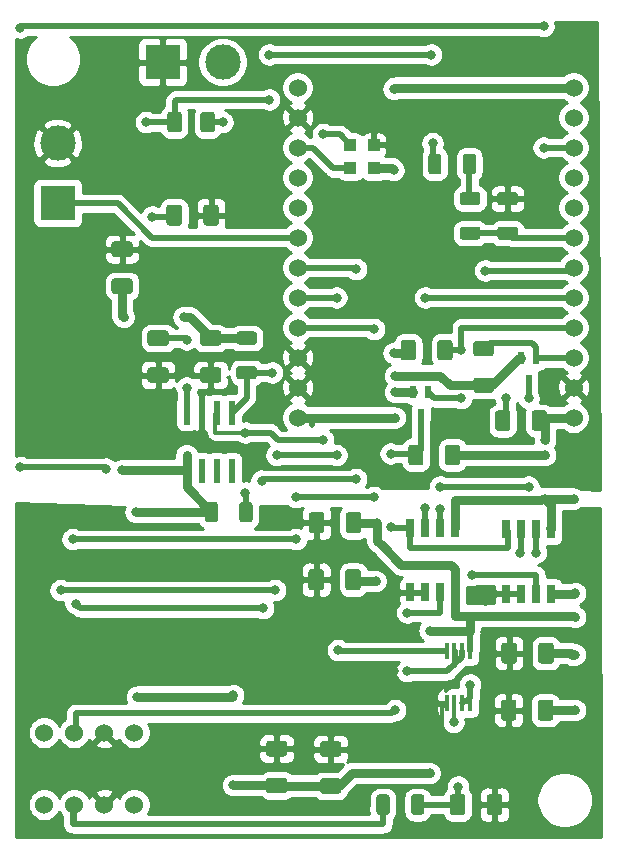
<source format=gbr>
%TF.GenerationSoftware,KiCad,Pcbnew,(5.1.12)-1*%
%TF.CreationDate,2021-12-15T12:49:01+01:00*%
%TF.ProjectId,HorseFOT_thomas_v1,486f7273-6546-44f5-945f-74686f6d6173,rev?*%
%TF.SameCoordinates,Original*%
%TF.FileFunction,Copper,L2,Bot*%
%TF.FilePolarity,Positive*%
%FSLAX46Y46*%
G04 Gerber Fmt 4.6, Leading zero omitted, Abs format (unit mm)*
G04 Created by KiCad (PCBNEW (5.1.12)-1) date 2021-12-15 12:49:01*
%MOMM*%
%LPD*%
G01*
G04 APERTURE LIST*
%TA.AperFunction,SMDPad,CuDef*%
%ADD10R,0.610000X2.030000*%
%TD*%
%TA.AperFunction,SMDPad,CuDef*%
%ADD11R,1.000000X1.000000*%
%TD*%
%TA.AperFunction,ComponentPad*%
%ADD12C,1.524000*%
%TD*%
%TA.AperFunction,SMDPad,CuDef*%
%ADD13R,0.450000X1.400000*%
%TD*%
%TA.AperFunction,SMDPad,CuDef*%
%ADD14R,0.700000X1.550000*%
%TD*%
%TA.AperFunction,SMDPad,CuDef*%
%ADD15R,0.550000X1.000000*%
%TD*%
%TA.AperFunction,ComponentPad*%
%ADD16C,3.000000*%
%TD*%
%TA.AperFunction,ComponentPad*%
%ADD17R,3.000000X3.000000*%
%TD*%
%TA.AperFunction,ViaPad*%
%ADD18C,0.800000*%
%TD*%
%TA.AperFunction,Conductor*%
%ADD19C,0.800000*%
%TD*%
%TA.AperFunction,Conductor*%
%ADD20C,0.300000*%
%TD*%
%TA.AperFunction,Conductor*%
%ADD21C,0.500000*%
%TD*%
%TA.AperFunction,Conductor*%
%ADD22C,0.254000*%
%TD*%
%TA.AperFunction,Conductor*%
%ADD23C,0.100000*%
%TD*%
G04 APERTURE END LIST*
D10*
%TO.P,IC1,8*%
%TO.N,5V*%
X148717000Y-79920000D03*
%TO.P,IC1,7*%
%TO.N,Net-(IC1-Pad7)*%
X149987000Y-79920000D03*
%TO.P,IC1,6*%
%TO.N,Net-(IC1-Pad6)*%
X151257000Y-79920000D03*
%TO.P,IC1,5*%
%TO.N,Net-(IC1-Pad5)*%
X152527000Y-79920000D03*
%TO.P,IC1,4*%
%TO.N,I2C_SENS_D*%
X152527000Y-75020000D03*
%TO.P,IC1,3*%
%TO.N,I2C_SENS_CLK*%
X151257000Y-75020000D03*
%TO.P,IC1,2*%
%TO.N,GND*%
X149987000Y-75020000D03*
%TO.P,IC1,1*%
%TO.N,Net-(C11-Pad2)*%
X148717000Y-75020000D03*
%TD*%
D11*
%TO.P,IC2,4*%
%TO.N,GND*%
X164576000Y-52340000D03*
%TO.P,IC2,3*%
%TO.N,I2C_SENS_CLK*%
X162576000Y-52340000D03*
%TO.P,IC2,2*%
%TO.N,I2C_SENS_D*%
X162576000Y-54340000D03*
%TO.P,IC2,1*%
%TO.N,3.3V*%
X164576000Y-54340000D03*
%TD*%
D12*
%TO.P,ESP32-TTGO_vT1,25*%
%TO.N,SPI_SENS_D1*%
X181483000Y-65278000D03*
%TO.P,ESP32-TTGO_vT1,43*%
%TO.N,N/C*%
X158115000Y-47498000D03*
%TO.P,ESP32-TTGO_vT1,0*%
%TO.N,GND*%
X158115000Y-50038000D03*
%TO.P,ESP32-TTGO_vT1,21*%
%TO.N,I2C_SENS_D*%
X158115000Y-52578000D03*
%TO.P,ESP32-TTGO_vT1,22*%
%TO.N,I2C_SENS_CLK*%
X158115000Y-55118000D03*
%TO.P,ESP32-TTGO_vT1,17*%
%TO.N,Net-(ESP32-TTGO_vT1-Pad17)*%
X158115000Y-57658000D03*
%TO.P,ESP32-TTGO_vT1,2*%
%TO.N,PWM_MOTOR_OUT*%
X158115000Y-60198000D03*
%TO.P,ESP32-TTGO_vT1,15*%
%TO.N,SD_CS*%
X158115000Y-62738000D03*
%TO.P,ESP32-TTGO_vT1,13*%
%TO.N,SD_MOSI*%
X158115000Y-65278000D03*
%TO.P,ESP32-TTGO_vT1,12*%
%TO.N,SD_MISO*%
X158115000Y-67818000D03*
%TO.P,ESP32-TTGO_vT1,0*%
%TO.N,GND*%
X158115000Y-70358000D03*
X158115000Y-72898000D03*
%TO.P,ESP32-TTGO_vT1,50*%
%TO.N,3.3V*%
X158115000Y-75438000D03*
X181483000Y-47498000D03*
%TO.P,ESP32-TTGO_vT1,36*%
%TO.N,Net-(ESP32-TTGO_vT1-Pad36)*%
X181483000Y-50038000D03*
%TO.P,ESP32-TTGO_vT1,37*%
%TO.N,SD_CLK*%
X181483000Y-52578000D03*
%TO.P,ESP32-TTGO_vT1,38*%
%TO.N,Net-(ESP32-TTGO_vT1-Pad38)*%
X181483000Y-55118000D03*
%TO.P,ESP32-TTGO_vT1,39*%
%TO.N,Net-(ESP32-TTGO_vT1-Pad39)*%
X181483000Y-57658000D03*
%TO.P,ESP32-TTGO_vT1,32*%
%TO.N,BATTERY_LVL*%
X181483000Y-60198000D03*
%TO.P,ESP32-TTGO_vT1,33*%
%TO.N,SPI_SENS_D2*%
X181483000Y-62738000D03*
%TO.P,ESP32-TTGO_vT1,26*%
%TO.N,SPI_ESP32_CS*%
X181483000Y-67818000D03*
%TO.P,ESP32-TTGO_vT1,27*%
%TO.N,SPI_ESP32_CLK*%
X181483000Y-70358000D03*
%TO.P,ESP32-TTGO_vT1,0*%
%TO.N,GND*%
X181483000Y-72898000D03*
%TO.P,ESP32-TTGO_vT1,100*%
%TO.N,5V*%
X181483000Y-75438000D03*
%TD*%
D13*
%TO.P,U5,8*%
%TO.N,5V*%
X172679000Y-95209000D03*
%TO.P,U5,7*%
%TO.N,Net-(U4-Pad2)*%
X172029000Y-95209000D03*
%TO.P,U5,6*%
X171379000Y-95209000D03*
%TO.P,U5,5*%
%TO.N,Net-(C13-Pad1)*%
X170729000Y-95209000D03*
%TO.P,U5,4*%
%TO.N,GND*%
X170729000Y-99609000D03*
%TO.P,U5,3*%
%TO.N,Net-(C12-Pad1)*%
X171379000Y-99609000D03*
%TO.P,U5,2*%
%TO.N,Net-(U3-Pad2)*%
X172029000Y-99609000D03*
%TO.P,U5,1*%
X172679000Y-99609000D03*
%TD*%
D14*
%TO.P,U4,8*%
%TO.N,5V*%
X171450000Y-84778000D03*
%TO.P,U4,7*%
%TO.N,SPI_SENS_CLK*%
X170180000Y-84778000D03*
%TO.P,U4,6*%
%TO.N,SPI_SENS_D1*%
X168910000Y-84778000D03*
%TO.P,U4,5*%
%TO.N,SPI_SENS_CS*%
X167640000Y-84778000D03*
%TO.P,U4,4*%
%TO.N,GND*%
X167640000Y-90228000D03*
%TO.P,U4,3*%
X168910000Y-90228000D03*
%TO.P,U4,2*%
%TO.N,Net-(U4-Pad2)*%
X170180000Y-90228000D03*
%TO.P,U4,1*%
%TO.N,5V*%
X171450000Y-90228000D03*
%TD*%
%TO.P,U3,8*%
%TO.N,5V*%
X179578000Y-84905000D03*
%TO.P,U3,7*%
%TO.N,SPI_SENS_CLK*%
X178308000Y-84905000D03*
%TO.P,U3,6*%
%TO.N,SPI_SENS_D2*%
X177038000Y-84905000D03*
%TO.P,U3,5*%
%TO.N,SPI_SENS_CS*%
X175768000Y-84905000D03*
%TO.P,U3,4*%
%TO.N,GND*%
X175768000Y-90355000D03*
%TO.P,U3,3*%
X177038000Y-90355000D03*
%TO.P,U3,2*%
%TO.N,Net-(U3-Pad2)*%
X178308000Y-90355000D03*
%TO.P,U3,1*%
%TO.N,5V*%
X179578000Y-90355000D03*
%TD*%
%TO.P,R11,2*%
%TO.N,SPI_SENS_CS*%
%TA.AperFunction,SMDPad,CuDef*%
G36*
G01*
X168772000Y-77987999D02*
X168772000Y-79238001D01*
G75*
G02*
X168522001Y-79488000I-249999J0D01*
G01*
X167721999Y-79488000D01*
G75*
G02*
X167472000Y-79238001I0J249999D01*
G01*
X167472000Y-77987999D01*
G75*
G02*
X167721999Y-77738000I249999J0D01*
G01*
X168522001Y-77738000D01*
G75*
G02*
X168772000Y-77987999I0J-249999D01*
G01*
G37*
%TD.AperFunction*%
%TO.P,R11,1*%
%TO.N,5V*%
%TA.AperFunction,SMDPad,CuDef*%
G36*
G01*
X171872000Y-77987999D02*
X171872000Y-79238001D01*
G75*
G02*
X171622001Y-79488000I-249999J0D01*
G01*
X170821999Y-79488000D01*
G75*
G02*
X170572000Y-79238001I0J249999D01*
G01*
X170572000Y-77987999D01*
G75*
G02*
X170821999Y-77738000I249999J0D01*
G01*
X171622001Y-77738000D01*
G75*
G02*
X171872000Y-77987999I0J-249999D01*
G01*
G37*
%TD.AperFunction*%
%TD*%
%TO.P,R10,2*%
%TO.N,SPI_SENS_CLK*%
%TA.AperFunction,SMDPad,CuDef*%
G36*
G01*
X176138000Y-75066999D02*
X176138000Y-76317001D01*
G75*
G02*
X175888001Y-76567000I-249999J0D01*
G01*
X175087999Y-76567000D01*
G75*
G02*
X174838000Y-76317001I0J249999D01*
G01*
X174838000Y-75066999D01*
G75*
G02*
X175087999Y-74817000I249999J0D01*
G01*
X175888001Y-74817000D01*
G75*
G02*
X176138000Y-75066999I0J-249999D01*
G01*
G37*
%TD.AperFunction*%
%TO.P,R10,1*%
%TO.N,5V*%
%TA.AperFunction,SMDPad,CuDef*%
G36*
G01*
X179238000Y-75066999D02*
X179238000Y-76317001D01*
G75*
G02*
X178988001Y-76567000I-249999J0D01*
G01*
X178187999Y-76567000D01*
G75*
G02*
X177938000Y-76317001I0J249999D01*
G01*
X177938000Y-75066999D01*
G75*
G02*
X178187999Y-74817000I249999J0D01*
G01*
X178988001Y-74817000D01*
G75*
G02*
X179238000Y-75066999I0J-249999D01*
G01*
G37*
%TD.AperFunction*%
%TD*%
%TO.P,R9,2*%
%TO.N,SPI_ESP32_CS*%
%TA.AperFunction,SMDPad,CuDef*%
G36*
G01*
X169937000Y-70348001D02*
X169937000Y-69097999D01*
G75*
G02*
X170186999Y-68848000I249999J0D01*
G01*
X170987001Y-68848000D01*
G75*
G02*
X171237000Y-69097999I0J-249999D01*
G01*
X171237000Y-70348001D01*
G75*
G02*
X170987001Y-70598000I-249999J0D01*
G01*
X170186999Y-70598000D01*
G75*
G02*
X169937000Y-70348001I0J249999D01*
G01*
G37*
%TD.AperFunction*%
%TO.P,R9,1*%
%TO.N,3.3V*%
%TA.AperFunction,SMDPad,CuDef*%
G36*
G01*
X166837000Y-70348001D02*
X166837000Y-69097999D01*
G75*
G02*
X167086999Y-68848000I249999J0D01*
G01*
X167887001Y-68848000D01*
G75*
G02*
X168137000Y-69097999I0J-249999D01*
G01*
X168137000Y-70348001D01*
G75*
G02*
X167887001Y-70598000I-249999J0D01*
G01*
X167086999Y-70598000D01*
G75*
G02*
X166837000Y-70348001I0J249999D01*
G01*
G37*
%TD.AperFunction*%
%TD*%
%TO.P,R8,2*%
%TO.N,SPI_ESP32_CLK*%
%TA.AperFunction,SMDPad,CuDef*%
G36*
G01*
X174488001Y-70246000D02*
X173237999Y-70246000D01*
G75*
G02*
X172988000Y-69996001I0J249999D01*
G01*
X172988000Y-69195999D01*
G75*
G02*
X173237999Y-68946000I249999J0D01*
G01*
X174488001Y-68946000D01*
G75*
G02*
X174738000Y-69195999I0J-249999D01*
G01*
X174738000Y-69996001D01*
G75*
G02*
X174488001Y-70246000I-249999J0D01*
G01*
G37*
%TD.AperFunction*%
%TO.P,R8,1*%
%TO.N,3.3V*%
%TA.AperFunction,SMDPad,CuDef*%
G36*
G01*
X174488001Y-73346000D02*
X173237999Y-73346000D01*
G75*
G02*
X172988000Y-73096001I0J249999D01*
G01*
X172988000Y-72295999D01*
G75*
G02*
X173237999Y-72046000I249999J0D01*
G01*
X174488001Y-72046000D01*
G75*
G02*
X174738000Y-72295999I0J-249999D01*
G01*
X174738000Y-73096001D01*
G75*
G02*
X174488001Y-73346000I-249999J0D01*
G01*
G37*
%TD.AperFunction*%
%TD*%
%TO.P,R6,2*%
%TO.N,Net-(P1-Pad2)*%
%TA.AperFunction,SMDPad,CuDef*%
G36*
G01*
X165912500Y-107578998D02*
X165912500Y-108829002D01*
G75*
G02*
X165662502Y-109079000I-249998J0D01*
G01*
X165037498Y-109079000D01*
G75*
G02*
X164787500Y-108829002I0J249998D01*
G01*
X164787500Y-107578998D01*
G75*
G02*
X165037498Y-107329000I249998J0D01*
G01*
X165662502Y-107329000D01*
G75*
G02*
X165912500Y-107578998I0J-249998D01*
G01*
G37*
%TD.AperFunction*%
%TO.P,R6,1*%
%TO.N,Net-(C12-Pad1)*%
%TA.AperFunction,SMDPad,CuDef*%
G36*
G01*
X168837500Y-107578998D02*
X168837500Y-108829002D01*
G75*
G02*
X168587502Y-109079000I-249998J0D01*
G01*
X167962498Y-109079000D01*
G75*
G02*
X167712500Y-108829002I0J249998D01*
G01*
X167712500Y-107578998D01*
G75*
G02*
X167962498Y-107329000I249998J0D01*
G01*
X168587502Y-107329000D01*
G75*
G02*
X168837500Y-107578998I0J-249998D01*
G01*
G37*
%TD.AperFunction*%
%TD*%
%TO.P,R5,2*%
%TO.N,I2C_SENS_D*%
%TA.AperFunction,SMDPad,CuDef*%
G36*
G01*
X153171998Y-71069500D02*
X154422002Y-71069500D01*
G75*
G02*
X154672000Y-71319498I0J-249998D01*
G01*
X154672000Y-71944502D01*
G75*
G02*
X154422002Y-72194500I-249998J0D01*
G01*
X153171998Y-72194500D01*
G75*
G02*
X152922000Y-71944502I0J249998D01*
G01*
X152922000Y-71319498D01*
G75*
G02*
X153171998Y-71069500I249998J0D01*
G01*
G37*
%TD.AperFunction*%
%TO.P,R5,1*%
%TO.N,5V*%
%TA.AperFunction,SMDPad,CuDef*%
G36*
G01*
X153171998Y-68144500D02*
X154422002Y-68144500D01*
G75*
G02*
X154672000Y-68394498I0J-249998D01*
G01*
X154672000Y-69019502D01*
G75*
G02*
X154422002Y-69269500I-249998J0D01*
G01*
X153171998Y-69269500D01*
G75*
G02*
X152922000Y-69019502I0J249998D01*
G01*
X152922000Y-68394498D01*
G75*
G02*
X153171998Y-68144500I249998J0D01*
G01*
G37*
%TD.AperFunction*%
%TD*%
%TO.P,R4,2*%
%TO.N,I2C_SENS_CLK*%
%TA.AperFunction,SMDPad,CuDef*%
G36*
G01*
X153173000Y-84064002D02*
X153173000Y-82813998D01*
G75*
G02*
X153422998Y-82564000I249998J0D01*
G01*
X154048002Y-82564000D01*
G75*
G02*
X154298000Y-82813998I0J-249998D01*
G01*
X154298000Y-84064002D01*
G75*
G02*
X154048002Y-84314000I-249998J0D01*
G01*
X153422998Y-84314000D01*
G75*
G02*
X153173000Y-84064002I0J249998D01*
G01*
G37*
%TD.AperFunction*%
%TO.P,R4,1*%
%TO.N,5V*%
%TA.AperFunction,SMDPad,CuDef*%
G36*
G01*
X150248000Y-84064002D02*
X150248000Y-82813998D01*
G75*
G02*
X150497998Y-82564000I249998J0D01*
G01*
X151123002Y-82564000D01*
G75*
G02*
X151373000Y-82813998I0J-249998D01*
G01*
X151373000Y-84064002D01*
G75*
G02*
X151123002Y-84314000I-249998J0D01*
G01*
X150497998Y-84314000D01*
G75*
G02*
X150248000Y-84064002I0J249998D01*
G01*
G37*
%TD.AperFunction*%
%TD*%
%TO.P,R3,2*%
%TO.N,BATTERY_LVL*%
%TA.AperFunction,SMDPad,CuDef*%
G36*
G01*
X175269998Y-59258500D02*
X176520002Y-59258500D01*
G75*
G02*
X176770000Y-59508498I0J-249998D01*
G01*
X176770000Y-60133502D01*
G75*
G02*
X176520002Y-60383500I-249998J0D01*
G01*
X175269998Y-60383500D01*
G75*
G02*
X175020000Y-60133502I0J249998D01*
G01*
X175020000Y-59508498D01*
G75*
G02*
X175269998Y-59258500I249998J0D01*
G01*
G37*
%TD.AperFunction*%
%TO.P,R3,1*%
%TO.N,GND*%
%TA.AperFunction,SMDPad,CuDef*%
G36*
G01*
X175269998Y-56333500D02*
X176520002Y-56333500D01*
G75*
G02*
X176770000Y-56583498I0J-249998D01*
G01*
X176770000Y-57208502D01*
G75*
G02*
X176520002Y-57458500I-249998J0D01*
G01*
X175269998Y-57458500D01*
G75*
G02*
X175020000Y-57208502I0J249998D01*
G01*
X175020000Y-56583498D01*
G75*
G02*
X175269998Y-56333500I249998J0D01*
G01*
G37*
%TD.AperFunction*%
%TD*%
%TO.P,R2,2*%
%TO.N,BATTERY_LVL*%
%TA.AperFunction,SMDPad,CuDef*%
G36*
G01*
X172094998Y-59258500D02*
X173345002Y-59258500D01*
G75*
G02*
X173595000Y-59508498I0J-249998D01*
G01*
X173595000Y-60133502D01*
G75*
G02*
X173345002Y-60383500I-249998J0D01*
G01*
X172094998Y-60383500D01*
G75*
G02*
X171845000Y-60133502I0J249998D01*
G01*
X171845000Y-59508498D01*
G75*
G02*
X172094998Y-59258500I249998J0D01*
G01*
G37*
%TD.AperFunction*%
%TO.P,R2,1*%
%TO.N,Net-(R1-Pad2)*%
%TA.AperFunction,SMDPad,CuDef*%
G36*
G01*
X172094998Y-56333500D02*
X173345002Y-56333500D01*
G75*
G02*
X173595000Y-56583498I0J-249998D01*
G01*
X173595000Y-57208502D01*
G75*
G02*
X173345002Y-57458500I-249998J0D01*
G01*
X172094998Y-57458500D01*
G75*
G02*
X171845000Y-57208502I0J249998D01*
G01*
X171845000Y-56583498D01*
G75*
G02*
X172094998Y-56333500I249998J0D01*
G01*
G37*
%TD.AperFunction*%
%TD*%
%TO.P,R1,2*%
%TO.N,Net-(R1-Pad2)*%
%TA.AperFunction,SMDPad,CuDef*%
G36*
G01*
X172096000Y-54600002D02*
X172096000Y-53349998D01*
G75*
G02*
X172345998Y-53100000I249998J0D01*
G01*
X172971002Y-53100000D01*
G75*
G02*
X173221000Y-53349998I0J-249998D01*
G01*
X173221000Y-54600002D01*
G75*
G02*
X172971002Y-54850000I-249998J0D01*
G01*
X172345998Y-54850000D01*
G75*
G02*
X172096000Y-54600002I0J249998D01*
G01*
G37*
%TD.AperFunction*%
%TO.P,R1,1*%
%TO.N,Net-(C5-Pad1)*%
%TA.AperFunction,SMDPad,CuDef*%
G36*
G01*
X169171000Y-54600002D02*
X169171000Y-53349998D01*
G75*
G02*
X169420998Y-53100000I249998J0D01*
G01*
X170046002Y-53100000D01*
G75*
G02*
X170296000Y-53349998I0J-249998D01*
G01*
X170296000Y-54600002D01*
G75*
G02*
X170046002Y-54850000I-249998J0D01*
G01*
X169420998Y-54850000D01*
G75*
G02*
X169171000Y-54600002I0J249998D01*
G01*
G37*
%TD.AperFunction*%
%TD*%
D15*
%TO.P,Q2,3*%
%TO.N,SPI_SENS_CS*%
X168544000Y-75179000D03*
%TO.P,Q2,2*%
%TO.N,SPI_ESP32_CS*%
X169194000Y-73279000D03*
%TO.P,Q2,1*%
%TO.N,3.3V*%
X167894000Y-73279000D03*
%TD*%
%TO.P,Q1,3*%
%TO.N,SPI_SENS_CLK*%
X177673000Y-72324000D03*
%TO.P,Q1,2*%
%TO.N,SPI_ESP32_CLK*%
X178323000Y-70424000D03*
%TO.P,Q1,1*%
%TO.N,3.3V*%
X177023000Y-70424000D03*
%TD*%
D12*
%TO.P,P2,4*%
%TO.N,5V*%
X144272000Y-102108000D03*
%TO.P,P2,2*%
%TO.N,Net-(P2-Pad2)*%
X139192000Y-102108000D03*
%TO.P,P2,3*%
%TO.N,GND*%
X141732000Y-102108000D03*
%TO.P,P2,1*%
%TO.N,Net-(P2-Pad1)*%
X136652000Y-102108000D03*
%TD*%
%TO.P,P1,4*%
%TO.N,5V*%
X144272000Y-108204000D03*
%TO.P,P1,2*%
%TO.N,Net-(P1-Pad2)*%
X139192000Y-108204000D03*
%TO.P,P1,3*%
%TO.N,GND*%
X141732000Y-108204000D03*
%TO.P,P1,1*%
%TO.N,Net-(P1-Pad1)*%
X136652000Y-108204000D03*
%TD*%
D16*
%TO.P,J5,2*%
%TO.N,Net-(D1-Pad2)*%
X151765000Y-45339000D03*
D17*
%TO.P,J5,1*%
%TO.N,GND*%
X146685000Y-45339000D03*
%TD*%
D16*
%TO.P,J1,2*%
%TO.N,GND*%
X137795000Y-52197000D03*
D17*
%TO.P,J1,1*%
%TO.N,PWM_MOTOR_OUT*%
X137795000Y-57277000D03*
%TD*%
%TO.P,D1,2*%
%TO.N,Net-(D1-Pad2)*%
%TA.AperFunction,SMDPad,CuDef*%
G36*
G01*
X149870000Y-51044000D02*
X149870000Y-49794000D01*
G75*
G02*
X150120000Y-49544000I250000J0D01*
G01*
X150870000Y-49544000D01*
G75*
G02*
X151120000Y-49794000I0J-250000D01*
G01*
X151120000Y-51044000D01*
G75*
G02*
X150870000Y-51294000I-250000J0D01*
G01*
X150120000Y-51294000D01*
G75*
G02*
X149870000Y-51044000I0J250000D01*
G01*
G37*
%TD.AperFunction*%
%TO.P,D1,1*%
%TO.N,Net-(C5-Pad1)*%
%TA.AperFunction,SMDPad,CuDef*%
G36*
G01*
X147070000Y-51044000D02*
X147070000Y-49794000D01*
G75*
G02*
X147320000Y-49544000I250000J0D01*
G01*
X148070000Y-49544000D01*
G75*
G02*
X148320000Y-49794000I0J-250000D01*
G01*
X148320000Y-51044000D01*
G75*
G02*
X148070000Y-51294000I-250000J0D01*
G01*
X147320000Y-51294000D01*
G75*
G02*
X147070000Y-51044000I0J250000D01*
G01*
G37*
%TD.AperFunction*%
%TD*%
%TO.P,CopAMP2,2*%
%TO.N,GND*%
%TA.AperFunction,SMDPad,CuDef*%
G36*
G01*
X161559002Y-104167500D02*
X160258998Y-104167500D01*
G75*
G02*
X160009000Y-103917502I0J249998D01*
G01*
X160009000Y-103092498D01*
G75*
G02*
X160258998Y-102842500I249998J0D01*
G01*
X161559002Y-102842500D01*
G75*
G02*
X161809000Y-103092498I0J-249998D01*
G01*
X161809000Y-103917502D01*
G75*
G02*
X161559002Y-104167500I-249998J0D01*
G01*
G37*
%TD.AperFunction*%
%TO.P,CopAMP2,1*%
%TO.N,5V*%
%TA.AperFunction,SMDPad,CuDef*%
G36*
G01*
X161559002Y-107292500D02*
X160258998Y-107292500D01*
G75*
G02*
X160009000Y-107042502I0J249998D01*
G01*
X160009000Y-106217498D01*
G75*
G02*
X160258998Y-105967500I249998J0D01*
G01*
X161559002Y-105967500D01*
G75*
G02*
X161809000Y-106217498I0J-249998D01*
G01*
X161809000Y-107042502D01*
G75*
G02*
X161559002Y-107292500I-249998J0D01*
G01*
G37*
%TD.AperFunction*%
%TD*%
%TO.P,CopAMP1,2*%
%TO.N,GND*%
%TA.AperFunction,SMDPad,CuDef*%
G36*
G01*
X156987002Y-104129000D02*
X155686998Y-104129000D01*
G75*
G02*
X155437000Y-103879002I0J249998D01*
G01*
X155437000Y-103053998D01*
G75*
G02*
X155686998Y-102804000I249998J0D01*
G01*
X156987002Y-102804000D01*
G75*
G02*
X157237000Y-103053998I0J-249998D01*
G01*
X157237000Y-103879002D01*
G75*
G02*
X156987002Y-104129000I-249998J0D01*
G01*
G37*
%TD.AperFunction*%
%TO.P,CopAMP1,1*%
%TO.N,5V*%
%TA.AperFunction,SMDPad,CuDef*%
G36*
G01*
X156987002Y-107254000D02*
X155686998Y-107254000D01*
G75*
G02*
X155437000Y-107004002I0J249998D01*
G01*
X155437000Y-106178998D01*
G75*
G02*
X155686998Y-105929000I249998J0D01*
G01*
X156987002Y-105929000D01*
G75*
G02*
X157237000Y-106178998I0J-249998D01*
G01*
X157237000Y-107004002D01*
G75*
G02*
X156987002Y-107254000I-249998J0D01*
G01*
G37*
%TD.AperFunction*%
%TD*%
%TO.P,C21,2*%
%TO.N,GND*%
%TA.AperFunction,SMDPad,CuDef*%
G36*
G01*
X160390000Y-83677998D02*
X160390000Y-84978002D01*
G75*
G02*
X160140002Y-85228000I-249998J0D01*
G01*
X159314998Y-85228000D01*
G75*
G02*
X159065000Y-84978002I0J249998D01*
G01*
X159065000Y-83677998D01*
G75*
G02*
X159314998Y-83428000I249998J0D01*
G01*
X160140002Y-83428000D01*
G75*
G02*
X160390000Y-83677998I0J-249998D01*
G01*
G37*
%TD.AperFunction*%
%TO.P,C21,1*%
%TO.N,5V*%
%TA.AperFunction,SMDPad,CuDef*%
G36*
G01*
X163515000Y-83677998D02*
X163515000Y-84978002D01*
G75*
G02*
X163265002Y-85228000I-249998J0D01*
G01*
X162439998Y-85228000D01*
G75*
G02*
X162190000Y-84978002I0J249998D01*
G01*
X162190000Y-83677998D01*
G75*
G02*
X162439998Y-83428000I249998J0D01*
G01*
X163265002Y-83428000D01*
G75*
G02*
X163515000Y-83677998I0J-249998D01*
G01*
G37*
%TD.AperFunction*%
%TD*%
%TO.P,C20,2*%
%TO.N,GND*%
%TA.AperFunction,SMDPad,CuDef*%
G36*
G01*
X160351500Y-88503998D02*
X160351500Y-89804002D01*
G75*
G02*
X160101502Y-90054000I-249998J0D01*
G01*
X159276498Y-90054000D01*
G75*
G02*
X159026500Y-89804002I0J249998D01*
G01*
X159026500Y-88503998D01*
G75*
G02*
X159276498Y-88254000I249998J0D01*
G01*
X160101502Y-88254000D01*
G75*
G02*
X160351500Y-88503998I0J-249998D01*
G01*
G37*
%TD.AperFunction*%
%TO.P,C20,1*%
%TO.N,5V*%
%TA.AperFunction,SMDPad,CuDef*%
G36*
G01*
X163476500Y-88503998D02*
X163476500Y-89804002D01*
G75*
G02*
X163226502Y-90054000I-249998J0D01*
G01*
X162401498Y-90054000D01*
G75*
G02*
X162151500Y-89804002I0J249998D01*
G01*
X162151500Y-88503998D01*
G75*
G02*
X162401498Y-88254000I249998J0D01*
G01*
X163226502Y-88254000D01*
G75*
G02*
X163476500Y-88503998I0J-249998D01*
G01*
G37*
%TD.AperFunction*%
%TD*%
%TO.P,C15,2*%
%TO.N,GND*%
%TA.AperFunction,SMDPad,CuDef*%
G36*
G01*
X176646000Y-99552998D02*
X176646000Y-100853002D01*
G75*
G02*
X176396002Y-101103000I-249998J0D01*
G01*
X175570998Y-101103000D01*
G75*
G02*
X175321000Y-100853002I0J249998D01*
G01*
X175321000Y-99552998D01*
G75*
G02*
X175570998Y-99303000I249998J0D01*
G01*
X176396002Y-99303000D01*
G75*
G02*
X176646000Y-99552998I0J-249998D01*
G01*
G37*
%TD.AperFunction*%
%TO.P,C15,1*%
%TO.N,5V*%
%TA.AperFunction,SMDPad,CuDef*%
G36*
G01*
X179771000Y-99552998D02*
X179771000Y-100853002D01*
G75*
G02*
X179521002Y-101103000I-249998J0D01*
G01*
X178695998Y-101103000D01*
G75*
G02*
X178446000Y-100853002I0J249998D01*
G01*
X178446000Y-99552998D01*
G75*
G02*
X178695998Y-99303000I249998J0D01*
G01*
X179521002Y-99303000D01*
G75*
G02*
X179771000Y-99552998I0J-249998D01*
G01*
G37*
%TD.AperFunction*%
%TD*%
%TO.P,C14,2*%
%TO.N,GND*%
%TA.AperFunction,SMDPad,CuDef*%
G36*
G01*
X176684500Y-94726998D02*
X176684500Y-96027002D01*
G75*
G02*
X176434502Y-96277000I-249998J0D01*
G01*
X175609498Y-96277000D01*
G75*
G02*
X175359500Y-96027002I0J249998D01*
G01*
X175359500Y-94726998D01*
G75*
G02*
X175609498Y-94477000I249998J0D01*
G01*
X176434502Y-94477000D01*
G75*
G02*
X176684500Y-94726998I0J-249998D01*
G01*
G37*
%TD.AperFunction*%
%TO.P,C14,1*%
%TO.N,5V*%
%TA.AperFunction,SMDPad,CuDef*%
G36*
G01*
X179809500Y-94726998D02*
X179809500Y-96027002D01*
G75*
G02*
X179559502Y-96277000I-249998J0D01*
G01*
X178734498Y-96277000D01*
G75*
G02*
X178484500Y-96027002I0J249998D01*
G01*
X178484500Y-94726998D01*
G75*
G02*
X178734498Y-94477000I249998J0D01*
G01*
X179559502Y-94477000D01*
G75*
G02*
X179809500Y-94726998I0J-249998D01*
G01*
G37*
%TD.AperFunction*%
%TD*%
%TO.P,C12,2*%
%TO.N,GND*%
%TA.AperFunction,SMDPad,CuDef*%
G36*
G01*
X174128000Y-108854002D02*
X174128000Y-107553998D01*
G75*
G02*
X174377998Y-107304000I249998J0D01*
G01*
X175203002Y-107304000D01*
G75*
G02*
X175453000Y-107553998I0J-249998D01*
G01*
X175453000Y-108854002D01*
G75*
G02*
X175203002Y-109104000I-249998J0D01*
G01*
X174377998Y-109104000D01*
G75*
G02*
X174128000Y-108854002I0J249998D01*
G01*
G37*
%TD.AperFunction*%
%TO.P,C12,1*%
%TO.N,Net-(C12-Pad1)*%
%TA.AperFunction,SMDPad,CuDef*%
G36*
G01*
X171003000Y-108854002D02*
X171003000Y-107553998D01*
G75*
G02*
X171252998Y-107304000I249998J0D01*
G01*
X172078002Y-107304000D01*
G75*
G02*
X172328000Y-107553998I0J-249998D01*
G01*
X172328000Y-108854002D01*
G75*
G02*
X172078002Y-109104000I-249998J0D01*
G01*
X171252998Y-109104000D01*
G75*
G02*
X171003000Y-108854002I0J249998D01*
G01*
G37*
%TD.AperFunction*%
%TD*%
%TO.P,C11,2*%
%TO.N,Net-(C11-Pad2)*%
%TA.AperFunction,SMDPad,CuDef*%
G36*
G01*
X146954002Y-69369500D02*
X145653998Y-69369500D01*
G75*
G02*
X145404000Y-69119502I0J249998D01*
G01*
X145404000Y-68294498D01*
G75*
G02*
X145653998Y-68044500I249998J0D01*
G01*
X146954002Y-68044500D01*
G75*
G02*
X147204000Y-68294498I0J-249998D01*
G01*
X147204000Y-69119502D01*
G75*
G02*
X146954002Y-69369500I-249998J0D01*
G01*
G37*
%TD.AperFunction*%
%TO.P,C11,1*%
%TO.N,GND*%
%TA.AperFunction,SMDPad,CuDef*%
G36*
G01*
X146954002Y-72494500D02*
X145653998Y-72494500D01*
G75*
G02*
X145404000Y-72244502I0J249998D01*
G01*
X145404000Y-71419498D01*
G75*
G02*
X145653998Y-71169500I249998J0D01*
G01*
X146954002Y-71169500D01*
G75*
G02*
X147204000Y-71419498I0J-249998D01*
G01*
X147204000Y-72244502D01*
G75*
G02*
X146954002Y-72494500I-249998J0D01*
G01*
G37*
%TD.AperFunction*%
%TD*%
%TO.P,C10,2*%
%TO.N,GND*%
%TA.AperFunction,SMDPad,CuDef*%
G36*
G01*
X150098998Y-71169500D02*
X151399002Y-71169500D01*
G75*
G02*
X151649000Y-71419498I0J-249998D01*
G01*
X151649000Y-72244502D01*
G75*
G02*
X151399002Y-72494500I-249998J0D01*
G01*
X150098998Y-72494500D01*
G75*
G02*
X149849000Y-72244502I0J249998D01*
G01*
X149849000Y-71419498D01*
G75*
G02*
X150098998Y-71169500I249998J0D01*
G01*
G37*
%TD.AperFunction*%
%TO.P,C10,1*%
%TO.N,5V*%
%TA.AperFunction,SMDPad,CuDef*%
G36*
G01*
X150098998Y-68044500D02*
X151399002Y-68044500D01*
G75*
G02*
X151649000Y-68294498I0J-249998D01*
G01*
X151649000Y-69119502D01*
G75*
G02*
X151399002Y-69369500I-249998J0D01*
G01*
X150098998Y-69369500D01*
G75*
G02*
X149849000Y-69119502I0J249998D01*
G01*
X149849000Y-68294498D01*
G75*
G02*
X150098998Y-68044500I249998J0D01*
G01*
G37*
%TD.AperFunction*%
%TD*%
%TO.P,C7,2*%
%TO.N,GND*%
%TA.AperFunction,SMDPad,CuDef*%
G36*
G01*
X143906002Y-61838000D02*
X142605998Y-61838000D01*
G75*
G02*
X142356000Y-61588002I0J249998D01*
G01*
X142356000Y-60762998D01*
G75*
G02*
X142605998Y-60513000I249998J0D01*
G01*
X143906002Y-60513000D01*
G75*
G02*
X144156000Y-60762998I0J-249998D01*
G01*
X144156000Y-61588002D01*
G75*
G02*
X143906002Y-61838000I-249998J0D01*
G01*
G37*
%TD.AperFunction*%
%TO.P,C7,1*%
%TO.N,5V*%
%TA.AperFunction,SMDPad,CuDef*%
G36*
G01*
X143906002Y-64963000D02*
X142605998Y-64963000D01*
G75*
G02*
X142356000Y-64713002I0J249998D01*
G01*
X142356000Y-63887998D01*
G75*
G02*
X142605998Y-63638000I249998J0D01*
G01*
X143906002Y-63638000D01*
G75*
G02*
X144156000Y-63887998I0J-249998D01*
G01*
X144156000Y-64713002D01*
G75*
G02*
X143906002Y-64963000I-249998J0D01*
G01*
G37*
%TD.AperFunction*%
%TD*%
%TO.P,C6,2*%
%TO.N,GND*%
%TA.AperFunction,SMDPad,CuDef*%
G36*
G01*
X150125000Y-58943002D02*
X150125000Y-57642998D01*
G75*
G02*
X150374998Y-57393000I249998J0D01*
G01*
X151200002Y-57393000D01*
G75*
G02*
X151450000Y-57642998I0J-249998D01*
G01*
X151450000Y-58943002D01*
G75*
G02*
X151200002Y-59193000I-249998J0D01*
G01*
X150374998Y-59193000D01*
G75*
G02*
X150125000Y-58943002I0J249998D01*
G01*
G37*
%TD.AperFunction*%
%TO.P,C6,1*%
%TO.N,Net-(C5-Pad1)*%
%TA.AperFunction,SMDPad,CuDef*%
G36*
G01*
X147000000Y-58943002D02*
X147000000Y-57642998D01*
G75*
G02*
X147249998Y-57393000I249998J0D01*
G01*
X148075002Y-57393000D01*
G75*
G02*
X148325000Y-57642998I0J-249998D01*
G01*
X148325000Y-58943002D01*
G75*
G02*
X148075002Y-59193000I-249998J0D01*
G01*
X147249998Y-59193000D01*
G75*
G02*
X147000000Y-58943002I0J249998D01*
G01*
G37*
%TD.AperFunction*%
%TD*%
D18*
%TO.N,GND*%
X173990000Y-90805000D03*
X173990000Y-93599000D03*
X166243000Y-96901000D03*
X174117000Y-102616000D03*
X161290000Y-86741000D03*
X161163000Y-91440000D03*
%TO.N,Net-(C5-Pad1)*%
X145288000Y-50419000D03*
X145796000Y-58420000D03*
X155702000Y-48514000D03*
X155702000Y-44704000D03*
X169418000Y-44704000D03*
X169545000Y-52197000D03*
%TO.N,5V*%
X179070000Y-78613000D03*
X179070000Y-77343000D03*
X179070000Y-82296000D03*
X181483000Y-82296000D03*
X181610000Y-95504000D03*
X181610000Y-100203000D03*
X181610000Y-90297000D03*
X181610000Y-92329000D03*
X152654000Y-98933000D03*
X152654000Y-106553000D03*
X164846000Y-84328000D03*
X164719000Y-89281000D03*
X169291000Y-105537000D03*
X169291000Y-93472000D03*
X148463000Y-66929000D03*
X143383000Y-66929000D03*
X143256000Y-79883000D03*
X144526000Y-99060000D03*
X144399000Y-83439000D03*
%TO.N,Net-(C11-Pad2)*%
X148717000Y-68834000D03*
X148717000Y-72898000D03*
%TO.N,Net-(C12-Pad1)*%
X171704000Y-106680000D03*
X171323000Y-101219000D03*
%TO.N,Net-(C13-Pad1)*%
X161544000Y-95123000D03*
%TO.N,I2C_SENS_D*%
X155956000Y-71628000D03*
%TO.N,I2C_SENS_CLK*%
X153670000Y-81788000D03*
X153670000Y-76708000D03*
X160274000Y-77343000D03*
X160274000Y-51435000D03*
%TO.N,SPI_SENS_CLK*%
X177673000Y-73787000D03*
X175768000Y-73787000D03*
X177673000Y-81280000D03*
X178308000Y-86868000D03*
X170180000Y-83185000D03*
X170180000Y-81280000D03*
%TO.N,SPI_SENS_CS*%
X165989000Y-84709000D03*
X165989000Y-78486000D03*
%TO.N,3.3V*%
X166370000Y-73279000D03*
X166243000Y-69977000D03*
X166370000Y-75438000D03*
X166370000Y-71882000D03*
X166243000Y-47625000D03*
X166243000Y-54483000D03*
%TO.N,SPI_ESP32_CS*%
X171958000Y-69723000D03*
X171958000Y-73787000D03*
%TO.N,SPI_SENS_D2*%
X176911000Y-86868000D03*
X173990000Y-62992000D03*
%TO.N,Net-(U3-Pad2)*%
X172847000Y-88773000D03*
X172720000Y-98044000D03*
%TO.N,SPI_SENS_D1*%
X168910000Y-83058000D03*
X168910000Y-65278000D03*
%TO.N,Net-(U4-Pad2)*%
X167386000Y-91948000D03*
X167386000Y-96901000D03*
%TO.N,Net-(P2-Pad2)*%
X166370000Y-100203000D03*
%TO.N,Net-(D1-Pad2)*%
X151765000Y-50419000D03*
%TO.N,SD_CS*%
X163068000Y-62865000D03*
X163068000Y-80645000D03*
X155067000Y-80772000D03*
X155194000Y-91567000D03*
X139319000Y-91186000D03*
%TO.N,SD_MOSI*%
X161417000Y-65278000D03*
X161417000Y-78613000D03*
X156337000Y-78613000D03*
X156210000Y-90043000D03*
X138049000Y-90043000D03*
%TO.N,SD_MISO*%
X164592000Y-67945000D03*
X164592000Y-82169000D03*
X157988000Y-82169000D03*
X157988000Y-85725000D03*
X139065000Y-85725000D03*
%TO.N,SD_CLK*%
X178943000Y-52578000D03*
X178943000Y-42291000D03*
X134620000Y-42418000D03*
X134620000Y-79629000D03*
X141859000Y-79756000D03*
%TD*%
D19*
%TO.N,GND*%
X173990000Y-90932000D02*
X173990000Y-90805000D01*
D20*
X170729000Y-99609000D02*
X170307000Y-100031000D01*
X170307000Y-100031000D02*
X170307000Y-102108000D01*
X168910000Y-90228000D02*
X167640000Y-90228000D01*
D21*
X159727500Y-84328000D02*
X161036000Y-84328000D01*
X161290000Y-84582000D02*
X161290000Y-86741000D01*
X161036000Y-84328000D02*
X161290000Y-84582000D01*
%TO.N,Net-(C5-Pad1)*%
X147695000Y-50419000D02*
X145288000Y-50419000D01*
X147535500Y-58420000D02*
X147662500Y-58293000D01*
X145796000Y-58420000D02*
X147535500Y-58420000D01*
X147695000Y-50419000D02*
X147695000Y-48635000D01*
X147816000Y-48514000D02*
X155702000Y-48514000D01*
X147695000Y-48635000D02*
X147816000Y-48514000D01*
X155702000Y-44704000D02*
X169418000Y-44704000D01*
X169545000Y-53786500D02*
X169733500Y-53975000D01*
X169545000Y-52197000D02*
X169545000Y-53786500D01*
D19*
%TO.N,5V*%
X178842000Y-75438000D02*
X178588000Y-75692000D01*
X181483000Y-75438000D02*
X178842000Y-75438000D01*
X171730000Y-78613000D02*
X179070000Y-78613000D01*
X178562000Y-75718000D02*
X178588000Y-75692000D01*
X179070000Y-77343000D02*
X179070000Y-75718000D01*
X179451000Y-84778000D02*
X179578000Y-84905000D01*
X179070000Y-82296000D02*
X181483000Y-82296000D01*
X181229000Y-95377000D02*
X181356000Y-95504000D01*
X179147000Y-95377000D02*
X181229000Y-95377000D01*
X179108500Y-100203000D02*
X181610000Y-100203000D01*
X181552000Y-90355000D02*
X181610000Y-90297000D01*
X179578000Y-90355000D02*
X181552000Y-90355000D01*
X171450000Y-82677000D02*
X171450000Y-84778000D01*
X171450000Y-90228000D02*
X171450000Y-92202000D01*
X181483000Y-92202000D02*
X181610000Y-92329000D01*
X179578000Y-82804000D02*
X179578000Y-84905000D01*
X179070000Y-82296000D02*
X179578000Y-82804000D01*
X171450000Y-82423000D02*
X178689000Y-82423000D01*
X178816000Y-82296000D02*
X178689000Y-82423000D01*
X179070000Y-82296000D02*
X178816000Y-82296000D01*
X152527000Y-99060000D02*
X152654000Y-98933000D01*
X156298500Y-106553000D02*
X156337000Y-106591500D01*
X152654000Y-106553000D02*
X156298500Y-106553000D01*
X160870500Y-106591500D02*
X160909000Y-106630000D01*
X156337000Y-106591500D02*
X160870500Y-106591500D01*
X162852500Y-84328000D02*
X164846000Y-84328000D01*
X162941000Y-89281000D02*
X162814000Y-89154000D01*
X164719000Y-89281000D02*
X162941000Y-89281000D01*
X165227000Y-86233000D02*
X166878000Y-87884000D01*
X166878000Y-87884000D02*
X171069000Y-87884000D01*
X171450000Y-88265000D02*
X171450000Y-90228000D01*
X171069000Y-87884000D02*
X171450000Y-88265000D01*
X151130000Y-99060000D02*
X144526000Y-99060000D01*
X150368000Y-99060000D02*
X151130000Y-99060000D01*
X151130000Y-99060000D02*
X152527000Y-99060000D01*
X172466000Y-92202000D02*
X181483000Y-92202000D01*
X171450000Y-92202000D02*
X172466000Y-92202000D01*
X160909000Y-106630000D02*
X161594000Y-106630000D01*
X162687000Y-105537000D02*
X169291000Y-105537000D01*
X161594000Y-106630000D02*
X162687000Y-105537000D01*
X169291000Y-93472000D02*
X172720000Y-93472000D01*
X150749000Y-68707000D02*
X153797000Y-68707000D01*
X148971000Y-66929000D02*
X150749000Y-68707000D01*
X148463000Y-66929000D02*
X148971000Y-66929000D01*
X143256000Y-66802000D02*
X143383000Y-66929000D01*
X143256000Y-64300500D02*
X143256000Y-66802000D01*
X148680000Y-79883000D02*
X148717000Y-79920000D01*
X143256000Y-79883000D02*
X148680000Y-79883000D01*
X148717000Y-81345500D02*
X150810500Y-83439000D01*
X148717000Y-79920000D02*
X148717000Y-81345500D01*
X148717000Y-78605000D02*
X148717000Y-79920000D01*
X171222000Y-78613000D02*
X171069000Y-78613000D01*
X164846000Y-85852000D02*
X164846000Y-84328000D01*
X165227000Y-86233000D02*
X164846000Y-85852000D01*
X172720000Y-92456000D02*
X172466000Y-92202000D01*
X172720000Y-93472000D02*
X172720000Y-92456000D01*
X150810500Y-83439000D02*
X144399000Y-83439000D01*
D21*
X172704009Y-95183991D02*
X172704009Y-95209000D01*
X172720000Y-95168000D02*
X172704009Y-95183991D01*
X172720000Y-93472000D02*
X172720000Y-95168000D01*
D20*
%TO.N,Net-(C11-Pad2)*%
X148863990Y-74873010D02*
X148717000Y-75020000D01*
D21*
X148755500Y-68795500D02*
X148717000Y-68834000D01*
X148590000Y-68707000D02*
X148717000Y-68834000D01*
X146304000Y-68707000D02*
X148590000Y-68707000D01*
X148717000Y-72898000D02*
X148717000Y-75020000D01*
%TO.N,Net-(C12-Pad1)*%
X169926000Y-108204000D02*
X171665500Y-108204000D01*
X171665500Y-106718500D02*
X171704000Y-106680000D01*
X171665500Y-108204000D02*
X171665500Y-106718500D01*
X168275000Y-108204000D02*
X171665500Y-108204000D01*
D20*
X171379000Y-101163000D02*
X171323000Y-101219000D01*
X171379000Y-99609000D02*
X171379000Y-101163000D01*
D21*
%TO.N,Net-(C13-Pad1)*%
X161630000Y-95209000D02*
X161544000Y-95123000D01*
X170703991Y-95209000D02*
X161630000Y-95209000D01*
%TO.N,I2C_SENS_D*%
X153797000Y-73750000D02*
X152527000Y-75020000D01*
X155952000Y-71632000D02*
X155956000Y-71628000D01*
X153797000Y-71632000D02*
X155952000Y-71632000D01*
X153797000Y-72771000D02*
X153797000Y-73750000D01*
X153797000Y-71632000D02*
X153797000Y-72771000D01*
X158115000Y-52578000D02*
X159385000Y-52578000D01*
X161147000Y-54340000D02*
X162576000Y-54340000D01*
X159385000Y-52578000D02*
X161147000Y-54340000D01*
%TO.N,I2C_SENS_CLK*%
X153735500Y-81853500D02*
X153670000Y-81788000D01*
X153735500Y-83439000D02*
X153735500Y-81853500D01*
X153670000Y-76708000D02*
X155829000Y-76708000D01*
X156464000Y-77343000D02*
X160274000Y-77343000D01*
X155829000Y-76708000D02*
X156464000Y-77343000D01*
X161671000Y-51435000D02*
X162576000Y-52340000D01*
X160274000Y-51435000D02*
X161671000Y-51435000D01*
D20*
X152273000Y-76708000D02*
X151130000Y-76708000D01*
X151130000Y-75147000D02*
X151257000Y-75020000D01*
X151130000Y-76708000D02*
X151130000Y-75147000D01*
X152273000Y-76708000D02*
X153670000Y-76708000D01*
D21*
%TO.N,PWM_MOTOR_OUT*%
X158242000Y-60325000D02*
X158115000Y-60198000D01*
X137795000Y-57277000D02*
X142875000Y-57277000D01*
X145796000Y-60198000D02*
X158115000Y-60198000D01*
X142875000Y-57277000D02*
X145796000Y-60198000D01*
%TO.N,Net-(R1-Pad2)*%
X172658500Y-56834500D02*
X172720000Y-56896000D01*
X172658500Y-53975000D02*
X172658500Y-56834500D01*
%TO.N,BATTERY_LVL*%
X176272000Y-60198000D02*
X175895000Y-59821000D01*
X181483000Y-60198000D02*
X176272000Y-60198000D01*
X172720000Y-59821000D02*
X175895000Y-59821000D01*
%TO.N,SPI_SENS_CLK*%
X177673000Y-72324000D02*
X177673000Y-73787000D01*
X175768000Y-75412000D02*
X175488000Y-75692000D01*
X175768000Y-73787000D02*
X175768000Y-75412000D01*
X170180000Y-81280000D02*
X177673000Y-81280000D01*
X170180000Y-84778000D02*
X170180000Y-83185000D01*
X178308000Y-86868000D02*
X178308000Y-84905000D01*
%TO.N,SPI_SENS_CS*%
X167640000Y-84778000D02*
X167640000Y-86487000D01*
X167640000Y-86487000D02*
X175895000Y-86487000D01*
X175895000Y-85032000D02*
X175768000Y-84905000D01*
X175895000Y-86487000D02*
X175895000Y-85032000D01*
X166058000Y-84778000D02*
X165989000Y-84709000D01*
X167640000Y-84778000D02*
X166058000Y-84778000D01*
X167995000Y-78486000D02*
X168122000Y-78613000D01*
X165989000Y-78486000D02*
X167995000Y-78486000D01*
X168544000Y-78191000D02*
X168122000Y-78613000D01*
X168544000Y-75179000D02*
X168544000Y-78191000D01*
D19*
%TO.N,3.3V*%
X167894000Y-73279000D02*
X166370000Y-73279000D01*
X167233000Y-69977000D02*
X167487000Y-69723000D01*
X166243000Y-69977000D02*
X167233000Y-69977000D01*
X173863000Y-72696000D02*
X174573000Y-72696000D01*
X176845000Y-70424000D02*
X177023000Y-70424000D01*
X174573000Y-72696000D02*
X176845000Y-70424000D01*
X173863000Y-72696000D02*
X170994000Y-72696000D01*
X170180000Y-71882000D02*
X166370000Y-71882000D01*
X170994000Y-72696000D02*
X170180000Y-71882000D01*
X166370000Y-47498000D02*
X166243000Y-47625000D01*
X181483000Y-47498000D02*
X166370000Y-47498000D01*
D20*
X166100000Y-54340000D02*
X166243000Y-54483000D01*
D19*
X164576000Y-54340000D02*
X166100000Y-54340000D01*
D21*
X159327001Y-75495999D02*
X159327001Y-76019761D01*
X159385000Y-75438000D02*
X159327001Y-75495999D01*
X159893000Y-75438000D02*
X159385000Y-75438000D01*
D19*
X166370000Y-75438000D02*
X159893000Y-75438000D01*
X159893000Y-75438000D02*
X158115000Y-75438000D01*
D21*
%TO.N,SPI_ESP32_CS*%
X170587000Y-69723000D02*
X171958000Y-69723000D01*
X169702000Y-73787000D02*
X169194000Y-73279000D01*
X171958000Y-73787000D02*
X169702000Y-73787000D01*
X181483000Y-67818000D02*
X171958000Y-67818000D01*
X171958000Y-67818000D02*
X171958000Y-69723000D01*
%TO.N,SPI_ESP32_CLK*%
X181417000Y-70424000D02*
X181483000Y-70358000D01*
X178323000Y-70424000D02*
X181417000Y-70424000D01*
X173863000Y-69596000D02*
X174371000Y-69088000D01*
X178323000Y-69424000D02*
X178323000Y-70424000D01*
X177987000Y-69088000D02*
X178323000Y-69424000D01*
X174371000Y-69088000D02*
X177987000Y-69088000D01*
%TO.N,SPI_SENS_D2*%
X177038000Y-86741000D02*
X176911000Y-86868000D01*
X177038000Y-84905000D02*
X177038000Y-86741000D01*
X181229000Y-62992000D02*
X181483000Y-62738000D01*
X173990000Y-62992000D02*
X181229000Y-62992000D01*
%TO.N,Net-(U3-Pad2)*%
X178308000Y-90355000D02*
X178308000Y-88773000D01*
X178308000Y-88773000D02*
X172847000Y-88773000D01*
X172720000Y-98044000D02*
X172720000Y-99187000D01*
X172720000Y-99187000D02*
X172466000Y-99441000D01*
X172054001Y-99583999D02*
X172054001Y-99609000D01*
X172197000Y-99441000D02*
X172054001Y-99583999D01*
X172466000Y-99441000D02*
X172197000Y-99441000D01*
%TO.N,SPI_SENS_D1*%
X168910000Y-84778000D02*
X168910000Y-83058000D01*
X168910000Y-65278000D02*
X181483000Y-65278000D01*
%TO.N,Net-(U4-Pad2)*%
X170180000Y-90228000D02*
X170180000Y-91948000D01*
X170180000Y-91948000D02*
X167386000Y-91948000D01*
X172003999Y-95669003D02*
X172003999Y-95209000D01*
X170772002Y-96901000D02*
X172003999Y-95669003D01*
X167386000Y-96901000D02*
X170772002Y-96901000D01*
X171404001Y-96269001D02*
X171404001Y-95209000D01*
X170772002Y-96901000D02*
X171404001Y-96269001D01*
%TO.N,Net-(P1-Pad2)*%
X164969000Y-108585000D02*
X165350000Y-108204000D01*
X139065000Y-108966000D02*
X139446000Y-108585000D01*
X139065000Y-109855000D02*
X139065000Y-108966000D01*
X139192000Y-109728000D02*
X139065000Y-109855000D01*
X139192000Y-108204000D02*
X139192000Y-109728000D01*
X165350000Y-109851000D02*
X165350000Y-108204000D01*
X165354000Y-109855000D02*
X165350000Y-109851000D01*
X139065000Y-109855000D02*
X165354000Y-109855000D01*
%TO.N,Net-(P2-Pad2)*%
X139319000Y-102235000D02*
X139319000Y-100457000D01*
X139319000Y-100457000D02*
X166116000Y-100457000D01*
X166370000Y-100203000D02*
X166116000Y-100457000D01*
%TO.N,Net-(D1-Pad2)*%
X151765000Y-50419000D02*
X150495000Y-50419000D01*
%TO.N,SD_CS*%
X162941000Y-62738000D02*
X163068000Y-62865000D01*
X158115000Y-62738000D02*
X162941000Y-62738000D01*
X155194000Y-80645000D02*
X155067000Y-80772000D01*
X163068000Y-80645000D02*
X155194000Y-80645000D01*
X139700000Y-91567000D02*
X139319000Y-91186000D01*
X155194000Y-91567000D02*
X139700000Y-91567000D01*
%TO.N,SD_MOSI*%
X158115000Y-65278000D02*
X161417000Y-65278000D01*
X161417000Y-78613000D02*
X156337000Y-78613000D01*
X156210000Y-90043000D02*
X138049000Y-90043000D01*
%TO.N,SD_MISO*%
X164465000Y-67818000D02*
X164592000Y-67945000D01*
X158115000Y-67818000D02*
X164465000Y-67818000D01*
X164592000Y-82169000D02*
X157988000Y-82169000D01*
X139065000Y-85725000D02*
X157988000Y-85725000D01*
%TO.N,SD_CLK*%
X181483000Y-52578000D02*
X178943000Y-52578000D01*
X134747000Y-42291000D02*
X134620000Y-42418000D01*
X178943000Y-42291000D02*
X134747000Y-42291000D01*
X141732000Y-79629000D02*
X141859000Y-79756000D01*
X134620000Y-79629000D02*
X141732000Y-79629000D01*
%TD*%
D22*
%TO.N,GND*%
X183682981Y-81530476D02*
X182169781Y-81519070D01*
X182142774Y-81492063D01*
X182100284Y-81463672D01*
X182060797Y-81431266D01*
X182015746Y-81407186D01*
X181973256Y-81378795D01*
X181926042Y-81359238D01*
X181880993Y-81335159D01*
X181832113Y-81320331D01*
X181784898Y-81300774D01*
X181734777Y-81290804D01*
X181685895Y-81275976D01*
X181635057Y-81270969D01*
X181584939Y-81261000D01*
X179120828Y-81261000D01*
X179070000Y-81255994D01*
X179019172Y-81261000D01*
X178866827Y-81261000D01*
X178815999Y-81255994D01*
X178765171Y-81261000D01*
X178765162Y-81261000D01*
X178708000Y-81266630D01*
X178708000Y-81178061D01*
X178668226Y-80978102D01*
X178590205Y-80789744D01*
X178476937Y-80620226D01*
X178332774Y-80476063D01*
X178163256Y-80362795D01*
X177974898Y-80284774D01*
X177774939Y-80245000D01*
X177571061Y-80245000D01*
X177371102Y-80284774D01*
X177182744Y-80362795D01*
X177134546Y-80395000D01*
X170718454Y-80395000D01*
X170670256Y-80362795D01*
X170481898Y-80284774D01*
X170281939Y-80245000D01*
X170078061Y-80245000D01*
X169878102Y-80284774D01*
X169689744Y-80362795D01*
X169520226Y-80476063D01*
X169376063Y-80620226D01*
X169262795Y-80789744D01*
X169184774Y-80978102D01*
X169145000Y-81178061D01*
X169145000Y-81381939D01*
X169152760Y-81420952D01*
X165278460Y-81391749D01*
X165251774Y-81365063D01*
X165082256Y-81251795D01*
X164893898Y-81173774D01*
X164693939Y-81134000D01*
X164490061Y-81134000D01*
X164290102Y-81173774D01*
X164101744Y-81251795D01*
X164053546Y-81284000D01*
X163885818Y-81284000D01*
X163985205Y-81135256D01*
X164063226Y-80946898D01*
X164103000Y-80746939D01*
X164103000Y-80543061D01*
X164063226Y-80343102D01*
X163985205Y-80154744D01*
X163871937Y-79985226D01*
X163727774Y-79841063D01*
X163558256Y-79727795D01*
X163369898Y-79649774D01*
X163169939Y-79610000D01*
X162966061Y-79610000D01*
X162766102Y-79649774D01*
X162577744Y-79727795D01*
X162529546Y-79760000D01*
X155284569Y-79760000D01*
X155168939Y-79737000D01*
X154965061Y-79737000D01*
X154765102Y-79776774D01*
X154576744Y-79854795D01*
X154407226Y-79968063D01*
X154263063Y-80112226D01*
X154149795Y-80281744D01*
X154071774Y-80470102D01*
X154032000Y-80670061D01*
X154032000Y-80817669D01*
X153971898Y-80792774D01*
X153771939Y-80753000D01*
X153568061Y-80753000D01*
X153470072Y-80772491D01*
X153470072Y-78905000D01*
X153457812Y-78780518D01*
X153421502Y-78660820D01*
X153362537Y-78550506D01*
X153283185Y-78453815D01*
X153186494Y-78374463D01*
X153076180Y-78315498D01*
X152956482Y-78279188D01*
X152832000Y-78266928D01*
X152222000Y-78266928D01*
X152097518Y-78279188D01*
X151977820Y-78315498D01*
X151892000Y-78361370D01*
X151806180Y-78315498D01*
X151686482Y-78279188D01*
X151562000Y-78266928D01*
X150952000Y-78266928D01*
X150827518Y-78279188D01*
X150707820Y-78315498D01*
X150622000Y-78361370D01*
X150536180Y-78315498D01*
X150416482Y-78279188D01*
X150292000Y-78266928D01*
X149696018Y-78266928D01*
X149677841Y-78207007D01*
X149581734Y-78027203D01*
X149452396Y-77869604D01*
X149294797Y-77740266D01*
X149114992Y-77644159D01*
X148919894Y-77584976D01*
X148717000Y-77564993D01*
X148514105Y-77584976D01*
X148319007Y-77644159D01*
X148139203Y-77740266D01*
X147981604Y-77869604D01*
X147852266Y-78027203D01*
X147756159Y-78207008D01*
X147696976Y-78402106D01*
X147682000Y-78554163D01*
X147682000Y-78848000D01*
X143154061Y-78848000D01*
X143103943Y-78857969D01*
X143053105Y-78862976D01*
X143004223Y-78877804D01*
X142954102Y-78887774D01*
X142906887Y-78907331D01*
X142858007Y-78922159D01*
X142812958Y-78946238D01*
X142765744Y-78965795D01*
X142723254Y-78994186D01*
X142678203Y-79018266D01*
X142638716Y-79050672D01*
X142625928Y-79059217D01*
X142518774Y-78952063D01*
X142349256Y-78838795D01*
X142160898Y-78760774D01*
X141960939Y-78721000D01*
X141757061Y-78721000D01*
X141641431Y-78744000D01*
X135158454Y-78744000D01*
X135110256Y-78711795D01*
X134921898Y-78633774D01*
X134721939Y-78594000D01*
X134518061Y-78594000D01*
X134318102Y-78633774D01*
X134289000Y-78645829D01*
X134289000Y-72494500D01*
X144765928Y-72494500D01*
X144778188Y-72618982D01*
X144814498Y-72738680D01*
X144873463Y-72848994D01*
X144952815Y-72945685D01*
X145049506Y-73025037D01*
X145159820Y-73084002D01*
X145279518Y-73120312D01*
X145404000Y-73132572D01*
X146018250Y-73129500D01*
X146177000Y-72970750D01*
X146177000Y-71959000D01*
X146431000Y-71959000D01*
X146431000Y-72970750D01*
X146589750Y-73129500D01*
X147204000Y-73132572D01*
X147328482Y-73120312D01*
X147448180Y-73084002D01*
X147558494Y-73025037D01*
X147655185Y-72945685D01*
X147682000Y-72913011D01*
X147682000Y-72999939D01*
X147721774Y-73199898D01*
X147799795Y-73388256D01*
X147832000Y-73436455D01*
X147832000Y-73743043D01*
X147822498Y-73760820D01*
X147786188Y-73880518D01*
X147773928Y-74005000D01*
X147773928Y-76035000D01*
X147786188Y-76159482D01*
X147822498Y-76279180D01*
X147881463Y-76389494D01*
X147960815Y-76486185D01*
X148057506Y-76565537D01*
X148167820Y-76624502D01*
X148287518Y-76660812D01*
X148412000Y-76673072D01*
X149022000Y-76673072D01*
X149146482Y-76660812D01*
X149266180Y-76624502D01*
X149352000Y-76578630D01*
X149437820Y-76624502D01*
X149557518Y-76660812D01*
X149682000Y-76673072D01*
X149701250Y-76670000D01*
X149860000Y-76511250D01*
X149860000Y-75147000D01*
X149840000Y-75147000D01*
X149840000Y-74893000D01*
X149860000Y-74893000D01*
X149860000Y-73528750D01*
X150114000Y-73528750D01*
X150114000Y-74893000D01*
X150134000Y-74893000D01*
X150134000Y-75147000D01*
X150114000Y-75147000D01*
X150114000Y-76511250D01*
X150272750Y-76670000D01*
X150292000Y-76673072D01*
X150345000Y-76667852D01*
X150345000Y-76669439D01*
X150341202Y-76708000D01*
X150356359Y-76861887D01*
X150401246Y-77009860D01*
X150474138Y-77146233D01*
X150558966Y-77249595D01*
X150572236Y-77265764D01*
X150691767Y-77363862D01*
X150828140Y-77436754D01*
X150976113Y-77481641D01*
X151130000Y-77496798D01*
X151168560Y-77493000D01*
X152991289Y-77493000D01*
X153010226Y-77511937D01*
X153179744Y-77625205D01*
X153368102Y-77703226D01*
X153568061Y-77743000D01*
X153771939Y-77743000D01*
X153971898Y-77703226D01*
X154160256Y-77625205D01*
X154208454Y-77593000D01*
X155462422Y-77593000D01*
X155677980Y-77808559D01*
X155677226Y-77809063D01*
X155533063Y-77953226D01*
X155419795Y-78122744D01*
X155341774Y-78311102D01*
X155302000Y-78511061D01*
X155302000Y-78714939D01*
X155341774Y-78914898D01*
X155419795Y-79103256D01*
X155533063Y-79272774D01*
X155677226Y-79416937D01*
X155846744Y-79530205D01*
X156035102Y-79608226D01*
X156235061Y-79648000D01*
X156438939Y-79648000D01*
X156638898Y-79608226D01*
X156827256Y-79530205D01*
X156875454Y-79498000D01*
X160878546Y-79498000D01*
X160926744Y-79530205D01*
X161115102Y-79608226D01*
X161315061Y-79648000D01*
X161518939Y-79648000D01*
X161718898Y-79608226D01*
X161907256Y-79530205D01*
X162076774Y-79416937D01*
X162220937Y-79272774D01*
X162334205Y-79103256D01*
X162412226Y-78914898D01*
X162452000Y-78714939D01*
X162452000Y-78511061D01*
X162426739Y-78384061D01*
X164954000Y-78384061D01*
X164954000Y-78587939D01*
X164993774Y-78787898D01*
X165071795Y-78976256D01*
X165185063Y-79145774D01*
X165329226Y-79289937D01*
X165498744Y-79403205D01*
X165687102Y-79481226D01*
X165887061Y-79521000D01*
X166090939Y-79521000D01*
X166290898Y-79481226D01*
X166479256Y-79403205D01*
X166527454Y-79371000D01*
X166847027Y-79371000D01*
X166850992Y-79411255D01*
X166901528Y-79577851D01*
X166983595Y-79731387D01*
X167094038Y-79865962D01*
X167228613Y-79976405D01*
X167382149Y-80058472D01*
X167548745Y-80109008D01*
X167721999Y-80126072D01*
X168522001Y-80126072D01*
X168695255Y-80109008D01*
X168861851Y-80058472D01*
X169015387Y-79976405D01*
X169149962Y-79865962D01*
X169260405Y-79731387D01*
X169342472Y-79577851D01*
X169393008Y-79411255D01*
X169410072Y-79238001D01*
X169410072Y-78384675D01*
X169416195Y-78364490D01*
X169429000Y-78234477D01*
X169429000Y-78234467D01*
X169433281Y-78191001D01*
X169429000Y-78147535D01*
X169429000Y-75855607D01*
X169444812Y-75803482D01*
X169457072Y-75679000D01*
X169457072Y-74679000D01*
X169452861Y-74636247D01*
X169528510Y-74659195D01*
X169658523Y-74672000D01*
X169658533Y-74672000D01*
X169701999Y-74676281D01*
X169745465Y-74672000D01*
X171419546Y-74672000D01*
X171467744Y-74704205D01*
X171656102Y-74782226D01*
X171856061Y-74822000D01*
X172059939Y-74822000D01*
X172259898Y-74782226D01*
X172448256Y-74704205D01*
X172617774Y-74590937D01*
X172761937Y-74446774D01*
X172875205Y-74277256D01*
X172953226Y-74088898D01*
X172982438Y-73942040D01*
X173064745Y-73967008D01*
X173237999Y-73984072D01*
X174488001Y-73984072D01*
X174661255Y-73967008D01*
X174743562Y-73942040D01*
X174772774Y-74088898D01*
X174828030Y-74222297D01*
X174748149Y-74246528D01*
X174594613Y-74328595D01*
X174460038Y-74439038D01*
X174349595Y-74573613D01*
X174267528Y-74727149D01*
X174216992Y-74893745D01*
X174199928Y-75066999D01*
X174199928Y-76317001D01*
X174216992Y-76490255D01*
X174267528Y-76656851D01*
X174349595Y-76810387D01*
X174460038Y-76944962D01*
X174594613Y-77055405D01*
X174748149Y-77137472D01*
X174914745Y-77188008D01*
X175087999Y-77205072D01*
X175888001Y-77205072D01*
X176061255Y-77188008D01*
X176227851Y-77137472D01*
X176381387Y-77055405D01*
X176515962Y-76944962D01*
X176626405Y-76810387D01*
X176708472Y-76656851D01*
X176759008Y-76490255D01*
X176776072Y-76317001D01*
X176776072Y-75066999D01*
X176759008Y-74893745D01*
X176708472Y-74727149D01*
X176653000Y-74623369D01*
X176653000Y-74325454D01*
X176685205Y-74277256D01*
X176720500Y-74192047D01*
X176755795Y-74277256D01*
X176869063Y-74446774D01*
X177013226Y-74590937D01*
X177182744Y-74704205D01*
X177353085Y-74774763D01*
X177316992Y-74893745D01*
X177299928Y-75066999D01*
X177299928Y-76317001D01*
X177316992Y-76490255D01*
X177367528Y-76656851D01*
X177449595Y-76810387D01*
X177560038Y-76944962D01*
X177694613Y-77055405D01*
X177848149Y-77137472D01*
X178014745Y-77188008D01*
X178035000Y-77190003D01*
X178035000Y-77444939D01*
X178044969Y-77495058D01*
X178049976Y-77545894D01*
X178059715Y-77578000D01*
X172404976Y-77578000D01*
X172360405Y-77494613D01*
X172249962Y-77360038D01*
X172115387Y-77249595D01*
X171961851Y-77167528D01*
X171795255Y-77116992D01*
X171622001Y-77099928D01*
X170821999Y-77099928D01*
X170648745Y-77116992D01*
X170482149Y-77167528D01*
X170328613Y-77249595D01*
X170194038Y-77360038D01*
X170083595Y-77494613D01*
X170001528Y-77648149D01*
X169950992Y-77814745D01*
X169933928Y-77987999D01*
X169933928Y-79238001D01*
X169950992Y-79411255D01*
X170001528Y-79577851D01*
X170083595Y-79731387D01*
X170194038Y-79865962D01*
X170328613Y-79976405D01*
X170482149Y-80058472D01*
X170648745Y-80109008D01*
X170821999Y-80126072D01*
X171622001Y-80126072D01*
X171795255Y-80109008D01*
X171961851Y-80058472D01*
X172115387Y-79976405D01*
X172249962Y-79865962D01*
X172360405Y-79731387D01*
X172404976Y-79648000D01*
X179171939Y-79648000D01*
X179222057Y-79638031D01*
X179272895Y-79633024D01*
X179321777Y-79618196D01*
X179371898Y-79608226D01*
X179419113Y-79588669D01*
X179467993Y-79573841D01*
X179513042Y-79549762D01*
X179560256Y-79530205D01*
X179602746Y-79501814D01*
X179647797Y-79477734D01*
X179687284Y-79445328D01*
X179729774Y-79416937D01*
X179765908Y-79380803D01*
X179805396Y-79348396D01*
X179837803Y-79308908D01*
X179873937Y-79272774D01*
X179902328Y-79230284D01*
X179934734Y-79190797D01*
X179958814Y-79145746D01*
X179987205Y-79103256D01*
X180006762Y-79056042D01*
X180030841Y-79010993D01*
X180045669Y-78962113D01*
X180065226Y-78914898D01*
X180075196Y-78864777D01*
X180090024Y-78815895D01*
X180095031Y-78765057D01*
X180105000Y-78714939D01*
X180105000Y-78663838D01*
X180110007Y-78613000D01*
X180105000Y-78562162D01*
X180105000Y-78511061D01*
X180095031Y-78460943D01*
X180090024Y-78410105D01*
X180075196Y-78361223D01*
X180065226Y-78311102D01*
X180045669Y-78263887D01*
X180030841Y-78215007D01*
X180006762Y-78169958D01*
X179987205Y-78122744D01*
X179958814Y-78080254D01*
X179934734Y-78035203D01*
X179902328Y-77995716D01*
X179890490Y-77978000D01*
X179902328Y-77960284D01*
X179934734Y-77920797D01*
X179958814Y-77875746D01*
X179987205Y-77833256D01*
X180006762Y-77786042D01*
X180030841Y-77740993D01*
X180045669Y-77692113D01*
X180065226Y-77644898D01*
X180075196Y-77594777D01*
X180090024Y-77545895D01*
X180095031Y-77495057D01*
X180105000Y-77444939D01*
X180105000Y-76473000D01*
X180542345Y-76473000D01*
X180592465Y-76523120D01*
X180821273Y-76676005D01*
X181075510Y-76781314D01*
X181345408Y-76835000D01*
X181620592Y-76835000D01*
X181890490Y-76781314D01*
X182144727Y-76676005D01*
X182373535Y-76523120D01*
X182568120Y-76328535D01*
X182721005Y-76099727D01*
X182826314Y-75845490D01*
X182880000Y-75575592D01*
X182880000Y-75300408D01*
X182826314Y-75030510D01*
X182721005Y-74776273D01*
X182568120Y-74547465D01*
X182373535Y-74352880D01*
X182144727Y-74199995D01*
X182073057Y-74170308D01*
X182086023Y-74165636D01*
X182201980Y-74103656D01*
X182268960Y-73863565D01*
X181483000Y-73077605D01*
X180697040Y-73863565D01*
X180764020Y-74103656D01*
X180899760Y-74167485D01*
X180821273Y-74199995D01*
X180592465Y-74352880D01*
X180542345Y-74403000D01*
X179572050Y-74403000D01*
X179481387Y-74328595D01*
X179327851Y-74246528D01*
X179161255Y-74195992D01*
X178988001Y-74178928D01*
X178630934Y-74178928D01*
X178668226Y-74088898D01*
X178708000Y-73888939D01*
X178708000Y-73685061D01*
X178668226Y-73485102D01*
X178590205Y-73296744D01*
X178558000Y-73248546D01*
X178558000Y-73000607D01*
X178567279Y-72970017D01*
X180081090Y-72970017D01*
X180122078Y-73242133D01*
X180215364Y-73501023D01*
X180277344Y-73616980D01*
X180517435Y-73683960D01*
X181303395Y-72898000D01*
X181662605Y-72898000D01*
X182448565Y-73683960D01*
X182688656Y-73616980D01*
X182805756Y-73367952D01*
X182872023Y-73100865D01*
X182884910Y-72825983D01*
X182843922Y-72553867D01*
X182750636Y-72294977D01*
X182688656Y-72179020D01*
X182448565Y-72112040D01*
X181662605Y-72898000D01*
X181303395Y-72898000D01*
X180517435Y-72112040D01*
X180277344Y-72179020D01*
X180160244Y-72428048D01*
X180093977Y-72695135D01*
X180081090Y-72970017D01*
X178567279Y-72970017D01*
X178573812Y-72948482D01*
X178586072Y-72824000D01*
X178586072Y-71824000D01*
X178573812Y-71699518D01*
X178537502Y-71579820D01*
X178528015Y-71562072D01*
X178598000Y-71562072D01*
X178722482Y-71549812D01*
X178842180Y-71513502D01*
X178952494Y-71454537D01*
X179049185Y-71375185D01*
X179103501Y-71309000D01*
X180458345Y-71309000D01*
X180592465Y-71443120D01*
X180821273Y-71596005D01*
X180892943Y-71625692D01*
X180879977Y-71630364D01*
X180764020Y-71692344D01*
X180697040Y-71932435D01*
X181483000Y-72718395D01*
X182268960Y-71932435D01*
X182201980Y-71692344D01*
X182066240Y-71628515D01*
X182144727Y-71596005D01*
X182373535Y-71443120D01*
X182568120Y-71248535D01*
X182721005Y-71019727D01*
X182826314Y-70765490D01*
X182880000Y-70495592D01*
X182880000Y-70220408D01*
X182826314Y-69950510D01*
X182721005Y-69696273D01*
X182568120Y-69467465D01*
X182373535Y-69272880D01*
X182144727Y-69119995D01*
X182067485Y-69088000D01*
X182144727Y-69056005D01*
X182373535Y-68903120D01*
X182568120Y-68708535D01*
X182721005Y-68479727D01*
X182826314Y-68225490D01*
X182880000Y-67955592D01*
X182880000Y-67680408D01*
X182826314Y-67410510D01*
X182721005Y-67156273D01*
X182568120Y-66927465D01*
X182373535Y-66732880D01*
X182144727Y-66579995D01*
X182067485Y-66548000D01*
X182144727Y-66516005D01*
X182373535Y-66363120D01*
X182568120Y-66168535D01*
X182721005Y-65939727D01*
X182826314Y-65685490D01*
X182880000Y-65415592D01*
X182880000Y-65140408D01*
X182826314Y-64870510D01*
X182721005Y-64616273D01*
X182568120Y-64387465D01*
X182373535Y-64192880D01*
X182144727Y-64039995D01*
X182067485Y-64008000D01*
X182144727Y-63976005D01*
X182373535Y-63823120D01*
X182568120Y-63628535D01*
X182721005Y-63399727D01*
X182826314Y-63145490D01*
X182880000Y-62875592D01*
X182880000Y-62600408D01*
X182826314Y-62330510D01*
X182721005Y-62076273D01*
X182568120Y-61847465D01*
X182373535Y-61652880D01*
X182144727Y-61499995D01*
X182067485Y-61468000D01*
X182144727Y-61436005D01*
X182373535Y-61283120D01*
X182568120Y-61088535D01*
X182721005Y-60859727D01*
X182826314Y-60605490D01*
X182880000Y-60335592D01*
X182880000Y-60060408D01*
X182826314Y-59790510D01*
X182721005Y-59536273D01*
X182568120Y-59307465D01*
X182373535Y-59112880D01*
X182144727Y-58959995D01*
X182067485Y-58928000D01*
X182144727Y-58896005D01*
X182373535Y-58743120D01*
X182568120Y-58548535D01*
X182721005Y-58319727D01*
X182826314Y-58065490D01*
X182880000Y-57795592D01*
X182880000Y-57520408D01*
X182826314Y-57250510D01*
X182721005Y-56996273D01*
X182568120Y-56767465D01*
X182373535Y-56572880D01*
X182144727Y-56419995D01*
X182067485Y-56388000D01*
X182144727Y-56356005D01*
X182373535Y-56203120D01*
X182568120Y-56008535D01*
X182721005Y-55779727D01*
X182826314Y-55525490D01*
X182880000Y-55255592D01*
X182880000Y-54980408D01*
X182826314Y-54710510D01*
X182721005Y-54456273D01*
X182568120Y-54227465D01*
X182373535Y-54032880D01*
X182144727Y-53879995D01*
X182067485Y-53848000D01*
X182144727Y-53816005D01*
X182373535Y-53663120D01*
X182568120Y-53468535D01*
X182721005Y-53239727D01*
X182826314Y-52985490D01*
X182880000Y-52715592D01*
X182880000Y-52440408D01*
X182826314Y-52170510D01*
X182721005Y-51916273D01*
X182568120Y-51687465D01*
X182373535Y-51492880D01*
X182144727Y-51339995D01*
X182067485Y-51308000D01*
X182144727Y-51276005D01*
X182373535Y-51123120D01*
X182568120Y-50928535D01*
X182721005Y-50699727D01*
X182826314Y-50445490D01*
X182880000Y-50175592D01*
X182880000Y-49900408D01*
X182826314Y-49630510D01*
X182721005Y-49376273D01*
X182568120Y-49147465D01*
X182373535Y-48952880D01*
X182144727Y-48799995D01*
X182067485Y-48768000D01*
X182144727Y-48736005D01*
X182373535Y-48583120D01*
X182568120Y-48388535D01*
X182721005Y-48159727D01*
X182826314Y-47905490D01*
X182880000Y-47635592D01*
X182880000Y-47360408D01*
X182826314Y-47090510D01*
X182721005Y-46836273D01*
X182568120Y-46607465D01*
X182373535Y-46412880D01*
X182144727Y-46259995D01*
X181890490Y-46154686D01*
X181620592Y-46101000D01*
X181345408Y-46101000D01*
X181075510Y-46154686D01*
X180821273Y-46259995D01*
X180592465Y-46412880D01*
X180542345Y-46463000D01*
X166420827Y-46463000D01*
X166369999Y-46457994D01*
X166319171Y-46463000D01*
X166319162Y-46463000D01*
X166167105Y-46477976D01*
X165972007Y-46537159D01*
X165792203Y-46633266D01*
X165634604Y-46762604D01*
X165602193Y-46802097D01*
X165583229Y-46821061D01*
X165583226Y-46821063D01*
X165439063Y-46965226D01*
X165410671Y-47007717D01*
X165378266Y-47047203D01*
X165354187Y-47092252D01*
X165325795Y-47134744D01*
X165306236Y-47181964D01*
X165282160Y-47227007D01*
X165267335Y-47275878D01*
X165247774Y-47323102D01*
X165237803Y-47373232D01*
X165222977Y-47422105D01*
X165217971Y-47472933D01*
X165208000Y-47523061D01*
X165208000Y-47574172D01*
X165202994Y-47625000D01*
X165208000Y-47675828D01*
X165208000Y-47726939D01*
X165217971Y-47777067D01*
X165222977Y-47827895D01*
X165237803Y-47876768D01*
X165247774Y-47926898D01*
X165267335Y-47974122D01*
X165282160Y-48022993D01*
X165306236Y-48068036D01*
X165325795Y-48115256D01*
X165354187Y-48157748D01*
X165378266Y-48202797D01*
X165410672Y-48242284D01*
X165439063Y-48284774D01*
X165475197Y-48320908D01*
X165507604Y-48360396D01*
X165547092Y-48392803D01*
X165583226Y-48428937D01*
X165625716Y-48457328D01*
X165665203Y-48489734D01*
X165710252Y-48513813D01*
X165752744Y-48542205D01*
X165799964Y-48561764D01*
X165845007Y-48585840D01*
X165893878Y-48600665D01*
X165941102Y-48620226D01*
X165991232Y-48630197D01*
X166040105Y-48645023D01*
X166090933Y-48650029D01*
X166141061Y-48660000D01*
X166192172Y-48660000D01*
X166243000Y-48665006D01*
X166293828Y-48660000D01*
X166344939Y-48660000D01*
X166395067Y-48650029D01*
X166445895Y-48645023D01*
X166494768Y-48630197D01*
X166544898Y-48620226D01*
X166592122Y-48600665D01*
X166640993Y-48585840D01*
X166686036Y-48561764D01*
X166733256Y-48542205D01*
X166747032Y-48533000D01*
X180542345Y-48533000D01*
X180592465Y-48583120D01*
X180821273Y-48736005D01*
X180898515Y-48768000D01*
X180821273Y-48799995D01*
X180592465Y-48952880D01*
X180397880Y-49147465D01*
X180244995Y-49376273D01*
X180139686Y-49630510D01*
X180086000Y-49900408D01*
X180086000Y-50175592D01*
X180139686Y-50445490D01*
X180244995Y-50699727D01*
X180397880Y-50928535D01*
X180592465Y-51123120D01*
X180821273Y-51276005D01*
X180898515Y-51308000D01*
X180821273Y-51339995D01*
X180592465Y-51492880D01*
X180397880Y-51687465D01*
X180394182Y-51693000D01*
X179481454Y-51693000D01*
X179433256Y-51660795D01*
X179244898Y-51582774D01*
X179044939Y-51543000D01*
X178841061Y-51543000D01*
X178641102Y-51582774D01*
X178452744Y-51660795D01*
X178283226Y-51774063D01*
X178139063Y-51918226D01*
X178025795Y-52087744D01*
X177947774Y-52276102D01*
X177908000Y-52476061D01*
X177908000Y-52679939D01*
X177947774Y-52879898D01*
X178025795Y-53068256D01*
X178139063Y-53237774D01*
X178283226Y-53381937D01*
X178452744Y-53495205D01*
X178641102Y-53573226D01*
X178841061Y-53613000D01*
X179044939Y-53613000D01*
X179244898Y-53573226D01*
X179433256Y-53495205D01*
X179481454Y-53463000D01*
X180394182Y-53463000D01*
X180397880Y-53468535D01*
X180592465Y-53663120D01*
X180821273Y-53816005D01*
X180898515Y-53848000D01*
X180821273Y-53879995D01*
X180592465Y-54032880D01*
X180397880Y-54227465D01*
X180244995Y-54456273D01*
X180139686Y-54710510D01*
X180086000Y-54980408D01*
X180086000Y-55255592D01*
X180139686Y-55525490D01*
X180244995Y-55779727D01*
X180397880Y-56008535D01*
X180592465Y-56203120D01*
X180821273Y-56356005D01*
X180898515Y-56388000D01*
X180821273Y-56419995D01*
X180592465Y-56572880D01*
X180397880Y-56767465D01*
X180244995Y-56996273D01*
X180139686Y-57250510D01*
X180086000Y-57520408D01*
X180086000Y-57795592D01*
X180139686Y-58065490D01*
X180244995Y-58319727D01*
X180397880Y-58548535D01*
X180592465Y-58743120D01*
X180821273Y-58896005D01*
X180898515Y-58928000D01*
X180821273Y-58959995D01*
X180592465Y-59112880D01*
X180397880Y-59307465D01*
X180394182Y-59313000D01*
X177384260Y-59313000D01*
X177340472Y-59168648D01*
X177258405Y-59015113D01*
X177147962Y-58880538D01*
X177013387Y-58770095D01*
X176859852Y-58688028D01*
X176693256Y-58637492D01*
X176520002Y-58620428D01*
X175269998Y-58620428D01*
X175096744Y-58637492D01*
X174930148Y-58688028D01*
X174776613Y-58770095D01*
X174642038Y-58880538D01*
X174596521Y-58936000D01*
X174018479Y-58936000D01*
X173972962Y-58880538D01*
X173838387Y-58770095D01*
X173684852Y-58688028D01*
X173518256Y-58637492D01*
X173345002Y-58620428D01*
X172094998Y-58620428D01*
X171921744Y-58637492D01*
X171755148Y-58688028D01*
X171601613Y-58770095D01*
X171467038Y-58880538D01*
X171356595Y-59015113D01*
X171274528Y-59168648D01*
X171223992Y-59335244D01*
X171206928Y-59508498D01*
X171206928Y-60133502D01*
X171223992Y-60306756D01*
X171274528Y-60473352D01*
X171356595Y-60626887D01*
X171467038Y-60761462D01*
X171601613Y-60871905D01*
X171755148Y-60953972D01*
X171921744Y-61004508D01*
X172094998Y-61021572D01*
X173345002Y-61021572D01*
X173518256Y-61004508D01*
X173684852Y-60953972D01*
X173838387Y-60871905D01*
X173972962Y-60761462D01*
X174018479Y-60706000D01*
X174596521Y-60706000D01*
X174642038Y-60761462D01*
X174776613Y-60871905D01*
X174930148Y-60953972D01*
X175096744Y-61004508D01*
X175269998Y-61021572D01*
X175938223Y-61021572D01*
X176026992Y-61048500D01*
X176098510Y-61070195D01*
X176228523Y-61083000D01*
X176228531Y-61083000D01*
X176272000Y-61087281D01*
X176315469Y-61083000D01*
X180394182Y-61083000D01*
X180397880Y-61088535D01*
X180592465Y-61283120D01*
X180821273Y-61436005D01*
X180898515Y-61468000D01*
X180821273Y-61499995D01*
X180592465Y-61652880D01*
X180397880Y-61847465D01*
X180244995Y-62076273D01*
X180232267Y-62107000D01*
X174528454Y-62107000D01*
X174480256Y-62074795D01*
X174291898Y-61996774D01*
X174091939Y-61957000D01*
X173888061Y-61957000D01*
X173688102Y-61996774D01*
X173499744Y-62074795D01*
X173330226Y-62188063D01*
X173186063Y-62332226D01*
X173072795Y-62501744D01*
X172994774Y-62690102D01*
X172955000Y-62890061D01*
X172955000Y-63093939D01*
X172994774Y-63293898D01*
X173072795Y-63482256D01*
X173186063Y-63651774D01*
X173330226Y-63795937D01*
X173499744Y-63909205D01*
X173688102Y-63987226D01*
X173888061Y-64027000D01*
X174091939Y-64027000D01*
X174291898Y-63987226D01*
X174480256Y-63909205D01*
X174528454Y-63877000D01*
X180673102Y-63877000D01*
X180821273Y-63976005D01*
X180898515Y-64008000D01*
X180821273Y-64039995D01*
X180592465Y-64192880D01*
X180397880Y-64387465D01*
X180394182Y-64393000D01*
X169448454Y-64393000D01*
X169400256Y-64360795D01*
X169211898Y-64282774D01*
X169011939Y-64243000D01*
X168808061Y-64243000D01*
X168608102Y-64282774D01*
X168419744Y-64360795D01*
X168250226Y-64474063D01*
X168106063Y-64618226D01*
X167992795Y-64787744D01*
X167914774Y-64976102D01*
X167875000Y-65176061D01*
X167875000Y-65379939D01*
X167914774Y-65579898D01*
X167992795Y-65768256D01*
X168106063Y-65937774D01*
X168250226Y-66081937D01*
X168419744Y-66195205D01*
X168608102Y-66273226D01*
X168808061Y-66313000D01*
X169011939Y-66313000D01*
X169211898Y-66273226D01*
X169400256Y-66195205D01*
X169448454Y-66163000D01*
X180394182Y-66163000D01*
X180397880Y-66168535D01*
X180592465Y-66363120D01*
X180821273Y-66516005D01*
X180898515Y-66548000D01*
X180821273Y-66579995D01*
X180592465Y-66732880D01*
X180397880Y-66927465D01*
X180394182Y-66933000D01*
X172001476Y-66933000D01*
X171958000Y-66928718D01*
X171914523Y-66933000D01*
X171784510Y-66945805D01*
X171617687Y-66996411D01*
X171463941Y-67078589D01*
X171329183Y-67189183D01*
X171218589Y-67323941D01*
X171136411Y-67477687D01*
X171085805Y-67644510D01*
X171068718Y-67818000D01*
X171073000Y-67861477D01*
X171073000Y-68218398D01*
X170987001Y-68209928D01*
X170186999Y-68209928D01*
X170013745Y-68226992D01*
X169847149Y-68277528D01*
X169693613Y-68359595D01*
X169559038Y-68470038D01*
X169448595Y-68604613D01*
X169366528Y-68758149D01*
X169315992Y-68924745D01*
X169298928Y-69097999D01*
X169298928Y-70348001D01*
X169315992Y-70521255D01*
X169366528Y-70687851D01*
X169448595Y-70841387D01*
X169453201Y-70847000D01*
X168620799Y-70847000D01*
X168625405Y-70841387D01*
X168707472Y-70687851D01*
X168758008Y-70521255D01*
X168775072Y-70348001D01*
X168775072Y-69097999D01*
X168758008Y-68924745D01*
X168707472Y-68758149D01*
X168625405Y-68604613D01*
X168514962Y-68470038D01*
X168380387Y-68359595D01*
X168226851Y-68277528D01*
X168060255Y-68226992D01*
X167887001Y-68209928D01*
X167086999Y-68209928D01*
X166913745Y-68226992D01*
X166747149Y-68277528D01*
X166593613Y-68359595D01*
X166459038Y-68470038D01*
X166348595Y-68604613D01*
X166266528Y-68758149D01*
X166215992Y-68924745D01*
X166214293Y-68942000D01*
X166141061Y-68942000D01*
X166090943Y-68951969D01*
X166040105Y-68956976D01*
X165991223Y-68971804D01*
X165941102Y-68981774D01*
X165893887Y-69001331D01*
X165845007Y-69016159D01*
X165799958Y-69040238D01*
X165752744Y-69059795D01*
X165710254Y-69088186D01*
X165665203Y-69112266D01*
X165625716Y-69144672D01*
X165583226Y-69173063D01*
X165547092Y-69209197D01*
X165507604Y-69241604D01*
X165475197Y-69281092D01*
X165439063Y-69317226D01*
X165410672Y-69359716D01*
X165378266Y-69399203D01*
X165354186Y-69444254D01*
X165325795Y-69486744D01*
X165306238Y-69533958D01*
X165282159Y-69579007D01*
X165267331Y-69627887D01*
X165247774Y-69675102D01*
X165237804Y-69725223D01*
X165222976Y-69774105D01*
X165217969Y-69824943D01*
X165208000Y-69875061D01*
X165208000Y-69926162D01*
X165202993Y-69977000D01*
X165208000Y-70027838D01*
X165208000Y-70078939D01*
X165217969Y-70129057D01*
X165222976Y-70179895D01*
X165237804Y-70228777D01*
X165247774Y-70278898D01*
X165267331Y-70326113D01*
X165282159Y-70374993D01*
X165306238Y-70420042D01*
X165325795Y-70467256D01*
X165354186Y-70509746D01*
X165378266Y-70554797D01*
X165410672Y-70594284D01*
X165439063Y-70636774D01*
X165475197Y-70672908D01*
X165507604Y-70712396D01*
X165547092Y-70744803D01*
X165583226Y-70780937D01*
X165625716Y-70809328D01*
X165665203Y-70841734D01*
X165710254Y-70865814D01*
X165752744Y-70894205D01*
X165799958Y-70913762D01*
X165845007Y-70937841D01*
X165893887Y-70952669D01*
X165901453Y-70955803D01*
X165879744Y-70964795D01*
X165837254Y-70993186D01*
X165792203Y-71017266D01*
X165752716Y-71049672D01*
X165710226Y-71078063D01*
X165674092Y-71114197D01*
X165634604Y-71146604D01*
X165602197Y-71186092D01*
X165566063Y-71222226D01*
X165537672Y-71264716D01*
X165505266Y-71304203D01*
X165481186Y-71349254D01*
X165452795Y-71391744D01*
X165433238Y-71438958D01*
X165409159Y-71484007D01*
X165394331Y-71532887D01*
X165374774Y-71580102D01*
X165364804Y-71630223D01*
X165349976Y-71679105D01*
X165344969Y-71729943D01*
X165335000Y-71780061D01*
X165335000Y-71831162D01*
X165329993Y-71882000D01*
X165335000Y-71932838D01*
X165335000Y-71983939D01*
X165344969Y-72034057D01*
X165349976Y-72084895D01*
X165364804Y-72133777D01*
X165374774Y-72183898D01*
X165394331Y-72231113D01*
X165409159Y-72279993D01*
X165433238Y-72325042D01*
X165452795Y-72372256D01*
X165481186Y-72414746D01*
X165505266Y-72459797D01*
X165537672Y-72499284D01*
X165566063Y-72541774D01*
X165602196Y-72577907D01*
X165604324Y-72580500D01*
X165602197Y-72583092D01*
X165566063Y-72619226D01*
X165537672Y-72661716D01*
X165505266Y-72701203D01*
X165481186Y-72746254D01*
X165452795Y-72788744D01*
X165433238Y-72835958D01*
X165409159Y-72881007D01*
X165394331Y-72929887D01*
X165374774Y-72977102D01*
X165364804Y-73027223D01*
X165349976Y-73076105D01*
X165344969Y-73126943D01*
X165335000Y-73177061D01*
X165335000Y-73228162D01*
X165329993Y-73279000D01*
X165335000Y-73329838D01*
X165335000Y-73380939D01*
X165344969Y-73431057D01*
X165349976Y-73481895D01*
X165364804Y-73530777D01*
X165374774Y-73580898D01*
X165394331Y-73628113D01*
X165409159Y-73676993D01*
X165433238Y-73722042D01*
X165452795Y-73769256D01*
X165481186Y-73811746D01*
X165505266Y-73856797D01*
X165537672Y-73896284D01*
X165566063Y-73938774D01*
X165602197Y-73974908D01*
X165634604Y-74014396D01*
X165674092Y-74046803D01*
X165710226Y-74082937D01*
X165752716Y-74111328D01*
X165792203Y-74143734D01*
X165837254Y-74167814D01*
X165879744Y-74196205D01*
X165926958Y-74215762D01*
X165972007Y-74239841D01*
X166020887Y-74254669D01*
X166068102Y-74274226D01*
X166118223Y-74284196D01*
X166167105Y-74299024D01*
X166217943Y-74304031D01*
X166268061Y-74314000D01*
X167272856Y-74314000D01*
X167374820Y-74368502D01*
X167494518Y-74404812D01*
X167619000Y-74417072D01*
X167688985Y-74417072D01*
X167679498Y-74434820D01*
X167643188Y-74554518D01*
X167630928Y-74679000D01*
X167630928Y-75679000D01*
X167643188Y-75803482D01*
X167659000Y-75855608D01*
X167659001Y-77106133D01*
X167548745Y-77116992D01*
X167382149Y-77167528D01*
X167228613Y-77249595D01*
X167094038Y-77360038D01*
X166983595Y-77494613D01*
X166926730Y-77601000D01*
X166527454Y-77601000D01*
X166479256Y-77568795D01*
X166290898Y-77490774D01*
X166090939Y-77451000D01*
X165887061Y-77451000D01*
X165687102Y-77490774D01*
X165498744Y-77568795D01*
X165329226Y-77682063D01*
X165185063Y-77826226D01*
X165071795Y-77995744D01*
X164993774Y-78184102D01*
X164954000Y-78384061D01*
X162426739Y-78384061D01*
X162412226Y-78311102D01*
X162334205Y-78122744D01*
X162220937Y-77953226D01*
X162076774Y-77809063D01*
X161907256Y-77695795D01*
X161718898Y-77617774D01*
X161518939Y-77578000D01*
X161315061Y-77578000D01*
X161281193Y-77584737D01*
X161309000Y-77444939D01*
X161309000Y-77241061D01*
X161269226Y-77041102D01*
X161191205Y-76852744D01*
X161077937Y-76683226D01*
X160933774Y-76539063D01*
X160834903Y-76473000D01*
X166471939Y-76473000D01*
X166522057Y-76463031D01*
X166572895Y-76458024D01*
X166621777Y-76443196D01*
X166671898Y-76433226D01*
X166719113Y-76413669D01*
X166767993Y-76398841D01*
X166813042Y-76374762D01*
X166860256Y-76355205D01*
X166902746Y-76326814D01*
X166947797Y-76302734D01*
X166987284Y-76270328D01*
X167029774Y-76241937D01*
X167065908Y-76205803D01*
X167105396Y-76173396D01*
X167137804Y-76133907D01*
X167173937Y-76097774D01*
X167202328Y-76055284D01*
X167234734Y-76015797D01*
X167258814Y-75970746D01*
X167287205Y-75928256D01*
X167306762Y-75881042D01*
X167330841Y-75835993D01*
X167345669Y-75787113D01*
X167365226Y-75739898D01*
X167375196Y-75689777D01*
X167390024Y-75640895D01*
X167395031Y-75590057D01*
X167405000Y-75539939D01*
X167405000Y-75488838D01*
X167410007Y-75438000D01*
X167405000Y-75387162D01*
X167405000Y-75336061D01*
X167395031Y-75285943D01*
X167390024Y-75235105D01*
X167375196Y-75186223D01*
X167365226Y-75136102D01*
X167345669Y-75088887D01*
X167330841Y-75040007D01*
X167306762Y-74994958D01*
X167287205Y-74947744D01*
X167258814Y-74905254D01*
X167234734Y-74860203D01*
X167202328Y-74820716D01*
X167173937Y-74778226D01*
X167137803Y-74742092D01*
X167105396Y-74702604D01*
X167065908Y-74670197D01*
X167029774Y-74634063D01*
X166987284Y-74605672D01*
X166947797Y-74573266D01*
X166902746Y-74549186D01*
X166860256Y-74520795D01*
X166813042Y-74501238D01*
X166767993Y-74477159D01*
X166719113Y-74462331D01*
X166671898Y-74442774D01*
X166621777Y-74432804D01*
X166572895Y-74417976D01*
X166522057Y-74412969D01*
X166471939Y-74403000D01*
X159055655Y-74403000D01*
X159005535Y-74352880D01*
X158776727Y-74199995D01*
X158705057Y-74170308D01*
X158718023Y-74165636D01*
X158833980Y-74103656D01*
X158900960Y-73863565D01*
X158115000Y-73077605D01*
X157329040Y-73863565D01*
X157396020Y-74103656D01*
X157531760Y-74167485D01*
X157453273Y-74199995D01*
X157224465Y-74352880D01*
X157029880Y-74547465D01*
X156876995Y-74776273D01*
X156771686Y-75030510D01*
X156718000Y-75300408D01*
X156718000Y-75575592D01*
X156771686Y-75845490D01*
X156876995Y-76099727D01*
X157029880Y-76328535D01*
X157159345Y-76458000D01*
X156830579Y-76458000D01*
X156485534Y-76112956D01*
X156457817Y-76079183D01*
X156323059Y-75968589D01*
X156169313Y-75886411D01*
X156002490Y-75835805D01*
X155872477Y-75823000D01*
X155872469Y-75823000D01*
X155829000Y-75818719D01*
X155785531Y-75823000D01*
X154208454Y-75823000D01*
X154160256Y-75790795D01*
X153971898Y-75712774D01*
X153771939Y-75673000D01*
X153568061Y-75673000D01*
X153470072Y-75692491D01*
X153470072Y-75328506D01*
X154392049Y-74406530D01*
X154425817Y-74378817D01*
X154467034Y-74328595D01*
X154536410Y-74244060D01*
X154536411Y-74244059D01*
X154618589Y-74090313D01*
X154669195Y-73923490D01*
X154682000Y-73793477D01*
X154682000Y-73793467D01*
X154686281Y-73750001D01*
X154682000Y-73706535D01*
X154682000Y-72970017D01*
X156713090Y-72970017D01*
X156754078Y-73242133D01*
X156847364Y-73501023D01*
X156909344Y-73616980D01*
X157149435Y-73683960D01*
X157935395Y-72898000D01*
X158294605Y-72898000D01*
X159080565Y-73683960D01*
X159320656Y-73616980D01*
X159437756Y-73367952D01*
X159504023Y-73100865D01*
X159516910Y-72825983D01*
X159475922Y-72553867D01*
X159382636Y-72294977D01*
X159320656Y-72179020D01*
X159080565Y-72112040D01*
X158294605Y-72898000D01*
X157935395Y-72898000D01*
X157149435Y-72112040D01*
X156909344Y-72179020D01*
X156792244Y-72428048D01*
X156725977Y-72695135D01*
X156713090Y-72970017D01*
X154682000Y-72970017D01*
X154682000Y-72789195D01*
X154761852Y-72764972D01*
X154915387Y-72682905D01*
X155049962Y-72572462D01*
X155095479Y-72517000D01*
X155423532Y-72517000D01*
X155465744Y-72545205D01*
X155654102Y-72623226D01*
X155854061Y-72663000D01*
X156057939Y-72663000D01*
X156257898Y-72623226D01*
X156446256Y-72545205D01*
X156615774Y-72431937D01*
X156759937Y-72287774D01*
X156873205Y-72118256D01*
X156951226Y-71929898D01*
X156991000Y-71729939D01*
X156991000Y-71526061D01*
X156951226Y-71326102D01*
X156950176Y-71323565D01*
X157329040Y-71323565D01*
X157396020Y-71563656D01*
X157526644Y-71625079D01*
X157511977Y-71630364D01*
X157396020Y-71692344D01*
X157329040Y-71932435D01*
X158115000Y-72718395D01*
X158900960Y-71932435D01*
X158833980Y-71692344D01*
X158703356Y-71630921D01*
X158718023Y-71625636D01*
X158833980Y-71563656D01*
X158900960Y-71323565D01*
X158115000Y-70537605D01*
X157329040Y-71323565D01*
X156950176Y-71323565D01*
X156873205Y-71137744D01*
X156759937Y-70968226D01*
X156615774Y-70824063D01*
X156446256Y-70710795D01*
X156257898Y-70632774D01*
X156057939Y-70593000D01*
X155854061Y-70593000D01*
X155654102Y-70632774D01*
X155465744Y-70710795D01*
X155411559Y-70747000D01*
X155095479Y-70747000D01*
X155049962Y-70691538D01*
X154915387Y-70581095D01*
X154761852Y-70499028D01*
X154595256Y-70448492D01*
X154422002Y-70431428D01*
X153171998Y-70431428D01*
X152998744Y-70448492D01*
X152832148Y-70499028D01*
X152678613Y-70581095D01*
X152544038Y-70691538D01*
X152433595Y-70826113D01*
X152351528Y-70979648D01*
X152300992Y-71146244D01*
X152286022Y-71298234D01*
X152287072Y-71169500D01*
X152274812Y-71045018D01*
X152238502Y-70925320D01*
X152179537Y-70815006D01*
X152100185Y-70718315D01*
X152003494Y-70638963D01*
X151893180Y-70579998D01*
X151773482Y-70543688D01*
X151649000Y-70531428D01*
X151034750Y-70534500D01*
X150876000Y-70693250D01*
X150876000Y-71705000D01*
X150896000Y-71705000D01*
X150896000Y-71959000D01*
X150876000Y-71959000D01*
X150876000Y-72970750D01*
X151034750Y-73129500D01*
X151649000Y-73132572D01*
X151773482Y-73120312D01*
X151893180Y-73084002D01*
X152003494Y-73025037D01*
X152100185Y-72945685D01*
X152179537Y-72848994D01*
X152238502Y-72738680D01*
X152274812Y-72618982D01*
X152287072Y-72494500D01*
X152284000Y-72117750D01*
X152125252Y-71959002D01*
X152284000Y-71959002D01*
X152284000Y-71945233D01*
X152300992Y-72117756D01*
X152351528Y-72284352D01*
X152433595Y-72437887D01*
X152544038Y-72572462D01*
X152678613Y-72682905D01*
X152832148Y-72764972D01*
X152912000Y-72789195D01*
X152912001Y-73374807D01*
X152832000Y-73366928D01*
X152222000Y-73366928D01*
X152097518Y-73379188D01*
X151977820Y-73415498D01*
X151892000Y-73461370D01*
X151806180Y-73415498D01*
X151686482Y-73379188D01*
X151562000Y-73366928D01*
X150952000Y-73366928D01*
X150827518Y-73379188D01*
X150707820Y-73415498D01*
X150622000Y-73461370D01*
X150536180Y-73415498D01*
X150416482Y-73379188D01*
X150292000Y-73366928D01*
X150272750Y-73370000D01*
X150114000Y-73528750D01*
X149860000Y-73528750D01*
X149701250Y-73370000D01*
X149682000Y-73366928D01*
X149641382Y-73370928D01*
X149712226Y-73199898D01*
X149727989Y-73120654D01*
X149849000Y-73132572D01*
X150463250Y-73129500D01*
X150622000Y-72970750D01*
X150622000Y-71959000D01*
X149372750Y-71959000D01*
X149293397Y-72038353D01*
X149207256Y-71980795D01*
X149018898Y-71902774D01*
X148818939Y-71863000D01*
X148615061Y-71863000D01*
X148415102Y-71902774D01*
X148226744Y-71980795D01*
X148057226Y-72094063D01*
X147913063Y-72238226D01*
X147840863Y-72346281D01*
X147839000Y-72117750D01*
X147680250Y-71959000D01*
X146431000Y-71959000D01*
X146177000Y-71959000D01*
X144927750Y-71959000D01*
X144769000Y-72117750D01*
X144765928Y-72494500D01*
X134289000Y-72494500D01*
X134289000Y-71169500D01*
X144765928Y-71169500D01*
X144769000Y-71546250D01*
X144927750Y-71705000D01*
X146177000Y-71705000D01*
X146177000Y-70693250D01*
X146431000Y-70693250D01*
X146431000Y-71705000D01*
X147680250Y-71705000D01*
X147839000Y-71546250D01*
X147842072Y-71169500D01*
X149210928Y-71169500D01*
X149214000Y-71546250D01*
X149372750Y-71705000D01*
X150622000Y-71705000D01*
X150622000Y-70693250D01*
X150463250Y-70534500D01*
X149849000Y-70531428D01*
X149724518Y-70543688D01*
X149604820Y-70579998D01*
X149494506Y-70638963D01*
X149397815Y-70718315D01*
X149318463Y-70815006D01*
X149259498Y-70925320D01*
X149223188Y-71045018D01*
X149210928Y-71169500D01*
X147842072Y-71169500D01*
X147829812Y-71045018D01*
X147793502Y-70925320D01*
X147734537Y-70815006D01*
X147655185Y-70718315D01*
X147558494Y-70638963D01*
X147448180Y-70579998D01*
X147328482Y-70543688D01*
X147204000Y-70531428D01*
X146589750Y-70534500D01*
X146431000Y-70693250D01*
X146177000Y-70693250D01*
X146018250Y-70534500D01*
X145404000Y-70531428D01*
X145279518Y-70543688D01*
X145159820Y-70579998D01*
X145049506Y-70638963D01*
X144952815Y-70718315D01*
X144873463Y-70815006D01*
X144814498Y-70925320D01*
X144778188Y-71045018D01*
X144765928Y-71169500D01*
X134289000Y-71169500D01*
X134289000Y-70430017D01*
X156713090Y-70430017D01*
X156754078Y-70702133D01*
X156847364Y-70961023D01*
X156909344Y-71076980D01*
X157149435Y-71143960D01*
X157935395Y-70358000D01*
X158294605Y-70358000D01*
X159080565Y-71143960D01*
X159320656Y-71076980D01*
X159437756Y-70827952D01*
X159504023Y-70560865D01*
X159516910Y-70285983D01*
X159475922Y-70013867D01*
X159382636Y-69754977D01*
X159320656Y-69639020D01*
X159080565Y-69572040D01*
X158294605Y-70358000D01*
X157935395Y-70358000D01*
X157149435Y-69572040D01*
X156909344Y-69639020D01*
X156792244Y-69888048D01*
X156725977Y-70155135D01*
X156713090Y-70430017D01*
X134289000Y-70430017D01*
X134289000Y-68294498D01*
X144765928Y-68294498D01*
X144765928Y-69119502D01*
X144782992Y-69292756D01*
X144833528Y-69459352D01*
X144915595Y-69612887D01*
X145026038Y-69747462D01*
X145160613Y-69857905D01*
X145314148Y-69939972D01*
X145480744Y-69990508D01*
X145653998Y-70007572D01*
X146954002Y-70007572D01*
X147127256Y-69990508D01*
X147293852Y-69939972D01*
X147447387Y-69857905D01*
X147581962Y-69747462D01*
X147692405Y-69612887D01*
X147703569Y-69592000D01*
X148011289Y-69592000D01*
X148057226Y-69637937D01*
X148226744Y-69751205D01*
X148415102Y-69829226D01*
X148615061Y-69869000D01*
X148818939Y-69869000D01*
X149018898Y-69829226D01*
X149207256Y-69751205D01*
X149376774Y-69637937D01*
X149379179Y-69635532D01*
X149471038Y-69747462D01*
X149605613Y-69857905D01*
X149759148Y-69939972D01*
X149925744Y-69990508D01*
X150098998Y-70007572D01*
X151399002Y-70007572D01*
X151572256Y-69990508D01*
X151738852Y-69939972D01*
X151892387Y-69857905D01*
X152026962Y-69747462D01*
X152031445Y-69742000D01*
X152659233Y-69742000D01*
X152678613Y-69757905D01*
X152832148Y-69839972D01*
X152998744Y-69890508D01*
X153171998Y-69907572D01*
X154422002Y-69907572D01*
X154595256Y-69890508D01*
X154761852Y-69839972D01*
X154915387Y-69757905D01*
X155049962Y-69647462D01*
X155160405Y-69512887D01*
X155242472Y-69359352D01*
X155293008Y-69192756D01*
X155310072Y-69019502D01*
X155310072Y-68394498D01*
X155293008Y-68221244D01*
X155242472Y-68054648D01*
X155160405Y-67901113D01*
X155049962Y-67766538D01*
X154915387Y-67656095D01*
X154761852Y-67574028D01*
X154595256Y-67523492D01*
X154422002Y-67506428D01*
X153171998Y-67506428D01*
X152998744Y-67523492D01*
X152832148Y-67574028D01*
X152678613Y-67656095D01*
X152659233Y-67672000D01*
X152031445Y-67672000D01*
X152026962Y-67666538D01*
X151892387Y-67556095D01*
X151738852Y-67474028D01*
X151572256Y-67423492D01*
X151399002Y-67406428D01*
X150912139Y-67406428D01*
X149738807Y-66233097D01*
X149706396Y-66193604D01*
X149548797Y-66064266D01*
X149368993Y-65968159D01*
X149173895Y-65908976D01*
X149021838Y-65894000D01*
X149021828Y-65894000D01*
X148971000Y-65888994D01*
X148920172Y-65894000D01*
X148361061Y-65894000D01*
X148310943Y-65903969D01*
X148260105Y-65908976D01*
X148211223Y-65923804D01*
X148161102Y-65933774D01*
X148113887Y-65953331D01*
X148065007Y-65968159D01*
X148019958Y-65992238D01*
X147972744Y-66011795D01*
X147930254Y-66040186D01*
X147885203Y-66064266D01*
X147845716Y-66096672D01*
X147803226Y-66125063D01*
X147767092Y-66161197D01*
X147727604Y-66193604D01*
X147695197Y-66233092D01*
X147659063Y-66269226D01*
X147630672Y-66311716D01*
X147598266Y-66351203D01*
X147574186Y-66396254D01*
X147545795Y-66438744D01*
X147526238Y-66485958D01*
X147502159Y-66531007D01*
X147487331Y-66579887D01*
X147467774Y-66627102D01*
X147457804Y-66677223D01*
X147442976Y-66726105D01*
X147437969Y-66776943D01*
X147428000Y-66827061D01*
X147428000Y-66878162D01*
X147422993Y-66929000D01*
X147428000Y-66979838D01*
X147428000Y-67030939D01*
X147437969Y-67081057D01*
X147442976Y-67131895D01*
X147457804Y-67180777D01*
X147467774Y-67230898D01*
X147487331Y-67278113D01*
X147502159Y-67326993D01*
X147526238Y-67372042D01*
X147545795Y-67419256D01*
X147574186Y-67461746D01*
X147598266Y-67506797D01*
X147630672Y-67546284D01*
X147659063Y-67588774D01*
X147695196Y-67624907D01*
X147727604Y-67664396D01*
X147767092Y-67696803D01*
X147803226Y-67732937D01*
X147845716Y-67761328D01*
X147885203Y-67793734D01*
X147930254Y-67817814D01*
X147936519Y-67822000D01*
X147703569Y-67822000D01*
X147692405Y-67801113D01*
X147581962Y-67666538D01*
X147447387Y-67556095D01*
X147293852Y-67474028D01*
X147127256Y-67423492D01*
X146954002Y-67406428D01*
X145653998Y-67406428D01*
X145480744Y-67423492D01*
X145314148Y-67474028D01*
X145160613Y-67556095D01*
X145026038Y-67666538D01*
X144915595Y-67801113D01*
X144833528Y-67954648D01*
X144782992Y-68121244D01*
X144765928Y-68294498D01*
X134289000Y-68294498D01*
X134289000Y-63887998D01*
X141717928Y-63887998D01*
X141717928Y-64713002D01*
X141734992Y-64886256D01*
X141785528Y-65052852D01*
X141867595Y-65206387D01*
X141978038Y-65340962D01*
X142112613Y-65451405D01*
X142221000Y-65509340D01*
X142221001Y-66751162D01*
X142215994Y-66802000D01*
X142235977Y-67004895D01*
X142295160Y-67199993D01*
X142391266Y-67379797D01*
X142449653Y-67450941D01*
X142520605Y-67537396D01*
X142560093Y-67569803D01*
X142579061Y-67588771D01*
X142579063Y-67588774D01*
X142723226Y-67732937D01*
X142765717Y-67761329D01*
X142805203Y-67793734D01*
X142850252Y-67817813D01*
X142892744Y-67846205D01*
X142939964Y-67865764D01*
X142985007Y-67889840D01*
X143033878Y-67904665D01*
X143081102Y-67924226D01*
X143131232Y-67934197D01*
X143180105Y-67949023D01*
X143230933Y-67954029D01*
X143281061Y-67964000D01*
X143332171Y-67964000D01*
X143382999Y-67969006D01*
X143433827Y-67964000D01*
X143484939Y-67964000D01*
X143535067Y-67954029D01*
X143585895Y-67949023D01*
X143634768Y-67934197D01*
X143684898Y-67924226D01*
X143732122Y-67904665D01*
X143780993Y-67889840D01*
X143826036Y-67865764D01*
X143873256Y-67846205D01*
X143915748Y-67817813D01*
X143960797Y-67793734D01*
X144000281Y-67761330D01*
X144042774Y-67732937D01*
X144078916Y-67696795D01*
X144118395Y-67664395D01*
X144150795Y-67624916D01*
X144186937Y-67588774D01*
X144215330Y-67546281D01*
X144247734Y-67506797D01*
X144271813Y-67461748D01*
X144300205Y-67419256D01*
X144319764Y-67372036D01*
X144343840Y-67326993D01*
X144358665Y-67278122D01*
X144378226Y-67230898D01*
X144388197Y-67180768D01*
X144403023Y-67131895D01*
X144408029Y-67081067D01*
X144418000Y-67030939D01*
X144418000Y-66979827D01*
X144423006Y-66928999D01*
X144418000Y-66878171D01*
X144418000Y-66827061D01*
X144408029Y-66776933D01*
X144403023Y-66726105D01*
X144388197Y-66677232D01*
X144378226Y-66627102D01*
X144358665Y-66579878D01*
X144343840Y-66531007D01*
X144319764Y-66485964D01*
X144300205Y-66438744D01*
X144291000Y-66424968D01*
X144291000Y-65509340D01*
X144399387Y-65451405D01*
X144533962Y-65340962D01*
X144644405Y-65206387D01*
X144726472Y-65052852D01*
X144777008Y-64886256D01*
X144794072Y-64713002D01*
X144794072Y-63887998D01*
X144777008Y-63714744D01*
X144726472Y-63548148D01*
X144644405Y-63394613D01*
X144533962Y-63260038D01*
X144399387Y-63149595D01*
X144245852Y-63067528D01*
X144079256Y-63016992D01*
X143906002Y-62999928D01*
X142605998Y-62999928D01*
X142432744Y-63016992D01*
X142266148Y-63067528D01*
X142112613Y-63149595D01*
X141978038Y-63260038D01*
X141867595Y-63394613D01*
X141785528Y-63548148D01*
X141734992Y-63714744D01*
X141717928Y-63887998D01*
X134289000Y-63887998D01*
X134289000Y-61838000D01*
X141717928Y-61838000D01*
X141730188Y-61962482D01*
X141766498Y-62082180D01*
X141825463Y-62192494D01*
X141904815Y-62289185D01*
X142001506Y-62368537D01*
X142111820Y-62427502D01*
X142231518Y-62463812D01*
X142356000Y-62476072D01*
X142970250Y-62473000D01*
X143129000Y-62314250D01*
X143129000Y-61302500D01*
X143383000Y-61302500D01*
X143383000Y-62314250D01*
X143541750Y-62473000D01*
X144156000Y-62476072D01*
X144280482Y-62463812D01*
X144400180Y-62427502D01*
X144510494Y-62368537D01*
X144607185Y-62289185D01*
X144686537Y-62192494D01*
X144745502Y-62082180D01*
X144781812Y-61962482D01*
X144794072Y-61838000D01*
X144791000Y-61461250D01*
X144632250Y-61302500D01*
X143383000Y-61302500D01*
X143129000Y-61302500D01*
X141879750Y-61302500D01*
X141721000Y-61461250D01*
X141717928Y-61838000D01*
X134289000Y-61838000D01*
X134289000Y-60513000D01*
X141717928Y-60513000D01*
X141721000Y-60889750D01*
X141879750Y-61048500D01*
X143129000Y-61048500D01*
X143129000Y-60036750D01*
X142970250Y-59878000D01*
X142356000Y-59874928D01*
X142231518Y-59887188D01*
X142111820Y-59923498D01*
X142001506Y-59982463D01*
X141904815Y-60061815D01*
X141825463Y-60158506D01*
X141766498Y-60268820D01*
X141730188Y-60388518D01*
X141717928Y-60513000D01*
X134289000Y-60513000D01*
X134289000Y-55777000D01*
X135656928Y-55777000D01*
X135656928Y-58777000D01*
X135669188Y-58901482D01*
X135705498Y-59021180D01*
X135764463Y-59131494D01*
X135843815Y-59228185D01*
X135940506Y-59307537D01*
X136050820Y-59366502D01*
X136170518Y-59402812D01*
X136295000Y-59415072D01*
X139295000Y-59415072D01*
X139419482Y-59402812D01*
X139539180Y-59366502D01*
X139649494Y-59307537D01*
X139746185Y-59228185D01*
X139825537Y-59131494D01*
X139884502Y-59021180D01*
X139920812Y-58901482D01*
X139933072Y-58777000D01*
X139933072Y-58162000D01*
X142508422Y-58162000D01*
X144228489Y-59882067D01*
X144156000Y-59874928D01*
X143541750Y-59878000D01*
X143383000Y-60036750D01*
X143383000Y-61048500D01*
X144632250Y-61048500D01*
X144791000Y-60889750D01*
X144794072Y-60513000D01*
X144786933Y-60440512D01*
X145139470Y-60793049D01*
X145167183Y-60826817D01*
X145200951Y-60854530D01*
X145200953Y-60854532D01*
X145222122Y-60871905D01*
X145301941Y-60937411D01*
X145455687Y-61019589D01*
X145622510Y-61070195D01*
X145752523Y-61083000D01*
X145752531Y-61083000D01*
X145796000Y-61087281D01*
X145839469Y-61083000D01*
X157026182Y-61083000D01*
X157029880Y-61088535D01*
X157224465Y-61283120D01*
X157453273Y-61436005D01*
X157530515Y-61468000D01*
X157453273Y-61499995D01*
X157224465Y-61652880D01*
X157029880Y-61847465D01*
X156876995Y-62076273D01*
X156771686Y-62330510D01*
X156718000Y-62600408D01*
X156718000Y-62875592D01*
X156771686Y-63145490D01*
X156876995Y-63399727D01*
X157029880Y-63628535D01*
X157224465Y-63823120D01*
X157453273Y-63976005D01*
X157530515Y-64008000D01*
X157453273Y-64039995D01*
X157224465Y-64192880D01*
X157029880Y-64387465D01*
X156876995Y-64616273D01*
X156771686Y-64870510D01*
X156718000Y-65140408D01*
X156718000Y-65415592D01*
X156771686Y-65685490D01*
X156876995Y-65939727D01*
X157029880Y-66168535D01*
X157224465Y-66363120D01*
X157453273Y-66516005D01*
X157530515Y-66548000D01*
X157453273Y-66579995D01*
X157224465Y-66732880D01*
X157029880Y-66927465D01*
X156876995Y-67156273D01*
X156771686Y-67410510D01*
X156718000Y-67680408D01*
X156718000Y-67955592D01*
X156771686Y-68225490D01*
X156876995Y-68479727D01*
X157029880Y-68708535D01*
X157224465Y-68903120D01*
X157453273Y-69056005D01*
X157524943Y-69085692D01*
X157511977Y-69090364D01*
X157396020Y-69152344D01*
X157329040Y-69392435D01*
X158115000Y-70178395D01*
X158900960Y-69392435D01*
X158833980Y-69152344D01*
X158698240Y-69088515D01*
X158776727Y-69056005D01*
X159005535Y-68903120D01*
X159200120Y-68708535D01*
X159203818Y-68703000D01*
X163886289Y-68703000D01*
X163932226Y-68748937D01*
X164101744Y-68862205D01*
X164290102Y-68940226D01*
X164490061Y-68980000D01*
X164693939Y-68980000D01*
X164893898Y-68940226D01*
X165082256Y-68862205D01*
X165251774Y-68748937D01*
X165395937Y-68604774D01*
X165509205Y-68435256D01*
X165587226Y-68246898D01*
X165627000Y-68046939D01*
X165627000Y-67843061D01*
X165587226Y-67643102D01*
X165509205Y-67454744D01*
X165395937Y-67285226D01*
X165251774Y-67141063D01*
X165082256Y-67027795D01*
X164893898Y-66949774D01*
X164693939Y-66910000D01*
X164490061Y-66910000D01*
X164374431Y-66933000D01*
X159203818Y-66933000D01*
X159200120Y-66927465D01*
X159005535Y-66732880D01*
X158776727Y-66579995D01*
X158699485Y-66548000D01*
X158776727Y-66516005D01*
X159005535Y-66363120D01*
X159200120Y-66168535D01*
X159203818Y-66163000D01*
X160878546Y-66163000D01*
X160926744Y-66195205D01*
X161115102Y-66273226D01*
X161315061Y-66313000D01*
X161518939Y-66313000D01*
X161718898Y-66273226D01*
X161907256Y-66195205D01*
X162076774Y-66081937D01*
X162220937Y-65937774D01*
X162334205Y-65768256D01*
X162412226Y-65579898D01*
X162452000Y-65379939D01*
X162452000Y-65176061D01*
X162412226Y-64976102D01*
X162334205Y-64787744D01*
X162220937Y-64618226D01*
X162076774Y-64474063D01*
X161907256Y-64360795D01*
X161718898Y-64282774D01*
X161518939Y-64243000D01*
X161315061Y-64243000D01*
X161115102Y-64282774D01*
X160926744Y-64360795D01*
X160878546Y-64393000D01*
X159203818Y-64393000D01*
X159200120Y-64387465D01*
X159005535Y-64192880D01*
X158776727Y-64039995D01*
X158699485Y-64008000D01*
X158776727Y-63976005D01*
X159005535Y-63823120D01*
X159200120Y-63628535D01*
X159203818Y-63623000D01*
X162362289Y-63623000D01*
X162408226Y-63668937D01*
X162577744Y-63782205D01*
X162766102Y-63860226D01*
X162966061Y-63900000D01*
X163169939Y-63900000D01*
X163369898Y-63860226D01*
X163558256Y-63782205D01*
X163727774Y-63668937D01*
X163871937Y-63524774D01*
X163985205Y-63355256D01*
X164063226Y-63166898D01*
X164103000Y-62966939D01*
X164103000Y-62763061D01*
X164063226Y-62563102D01*
X163985205Y-62374744D01*
X163871937Y-62205226D01*
X163727774Y-62061063D01*
X163558256Y-61947795D01*
X163369898Y-61869774D01*
X163169939Y-61830000D01*
X162966061Y-61830000D01*
X162850431Y-61853000D01*
X159203818Y-61853000D01*
X159200120Y-61847465D01*
X159005535Y-61652880D01*
X158776727Y-61499995D01*
X158699485Y-61468000D01*
X158776727Y-61436005D01*
X159005535Y-61283120D01*
X159200120Y-61088535D01*
X159353005Y-60859727D01*
X159458314Y-60605490D01*
X159512000Y-60335592D01*
X159512000Y-60060408D01*
X159458314Y-59790510D01*
X159353005Y-59536273D01*
X159200120Y-59307465D01*
X159005535Y-59112880D01*
X158776727Y-58959995D01*
X158699485Y-58928000D01*
X158776727Y-58896005D01*
X159005535Y-58743120D01*
X159200120Y-58548535D01*
X159353005Y-58319727D01*
X159458314Y-58065490D01*
X159512000Y-57795592D01*
X159512000Y-57520408D01*
X159458314Y-57250510D01*
X159353005Y-56996273D01*
X159200120Y-56767465D01*
X159016153Y-56583498D01*
X171206928Y-56583498D01*
X171206928Y-57208502D01*
X171223992Y-57381756D01*
X171274528Y-57548352D01*
X171356595Y-57701887D01*
X171467038Y-57836462D01*
X171601613Y-57946905D01*
X171755148Y-58028972D01*
X171921744Y-58079508D01*
X172094998Y-58096572D01*
X173345002Y-58096572D01*
X173518256Y-58079508D01*
X173684852Y-58028972D01*
X173838387Y-57946905D01*
X173972962Y-57836462D01*
X174083405Y-57701887D01*
X174165472Y-57548352D01*
X174192728Y-57458500D01*
X174381928Y-57458500D01*
X174394188Y-57582982D01*
X174430498Y-57702680D01*
X174489463Y-57812994D01*
X174568815Y-57909685D01*
X174665506Y-57989037D01*
X174775820Y-58048002D01*
X174895518Y-58084312D01*
X175020000Y-58096572D01*
X175609250Y-58093500D01*
X175768000Y-57934750D01*
X175768000Y-57023000D01*
X176022000Y-57023000D01*
X176022000Y-57934750D01*
X176180750Y-58093500D01*
X176770000Y-58096572D01*
X176894482Y-58084312D01*
X177014180Y-58048002D01*
X177124494Y-57989037D01*
X177221185Y-57909685D01*
X177300537Y-57812994D01*
X177359502Y-57702680D01*
X177395812Y-57582982D01*
X177408072Y-57458500D01*
X177405000Y-57181750D01*
X177246250Y-57023000D01*
X176022000Y-57023000D01*
X175768000Y-57023000D01*
X174543750Y-57023000D01*
X174385000Y-57181750D01*
X174381928Y-57458500D01*
X174192728Y-57458500D01*
X174216008Y-57381756D01*
X174233072Y-57208502D01*
X174233072Y-56583498D01*
X174216008Y-56410244D01*
X174192729Y-56333500D01*
X174381928Y-56333500D01*
X174385000Y-56610250D01*
X174543750Y-56769000D01*
X175768000Y-56769000D01*
X175768000Y-55857250D01*
X176022000Y-55857250D01*
X176022000Y-56769000D01*
X177246250Y-56769000D01*
X177405000Y-56610250D01*
X177408072Y-56333500D01*
X177395812Y-56209018D01*
X177359502Y-56089320D01*
X177300537Y-55979006D01*
X177221185Y-55882315D01*
X177124494Y-55802963D01*
X177014180Y-55743998D01*
X176894482Y-55707688D01*
X176770000Y-55695428D01*
X176180750Y-55698500D01*
X176022000Y-55857250D01*
X175768000Y-55857250D01*
X175609250Y-55698500D01*
X175020000Y-55695428D01*
X174895518Y-55707688D01*
X174775820Y-55743998D01*
X174665506Y-55802963D01*
X174568815Y-55882315D01*
X174489463Y-55979006D01*
X174430498Y-56089320D01*
X174394188Y-56209018D01*
X174381928Y-56333500D01*
X174192729Y-56333500D01*
X174165472Y-56243648D01*
X174083405Y-56090113D01*
X173972962Y-55955538D01*
X173838387Y-55845095D01*
X173684852Y-55763028D01*
X173543500Y-55720150D01*
X173543500Y-55273479D01*
X173598962Y-55227962D01*
X173709405Y-55093387D01*
X173791472Y-54939852D01*
X173842008Y-54773256D01*
X173859072Y-54600002D01*
X173859072Y-53349998D01*
X173842008Y-53176744D01*
X173791472Y-53010148D01*
X173709405Y-52856613D01*
X173598962Y-52722038D01*
X173464387Y-52611595D01*
X173310852Y-52529528D01*
X173144256Y-52478992D01*
X172971002Y-52461928D01*
X172345998Y-52461928D01*
X172172744Y-52478992D01*
X172006148Y-52529528D01*
X171852613Y-52611595D01*
X171718038Y-52722038D01*
X171607595Y-52856613D01*
X171525528Y-53010148D01*
X171474992Y-53176744D01*
X171457928Y-53349998D01*
X171457928Y-54600002D01*
X171474992Y-54773256D01*
X171525528Y-54939852D01*
X171607595Y-55093387D01*
X171718038Y-55227962D01*
X171773500Y-55273479D01*
X171773501Y-55757461D01*
X171755148Y-55763028D01*
X171601613Y-55845095D01*
X171467038Y-55955538D01*
X171356595Y-56090113D01*
X171274528Y-56243648D01*
X171223992Y-56410244D01*
X171206928Y-56583498D01*
X159016153Y-56583498D01*
X159005535Y-56572880D01*
X158776727Y-56419995D01*
X158699485Y-56388000D01*
X158776727Y-56356005D01*
X159005535Y-56203120D01*
X159200120Y-56008535D01*
X159353005Y-55779727D01*
X159458314Y-55525490D01*
X159512000Y-55255592D01*
X159512000Y-54980408D01*
X159458314Y-54710510D01*
X159353005Y-54456273D01*
X159200120Y-54227465D01*
X159005535Y-54032880D01*
X158776727Y-53879995D01*
X158699485Y-53848000D01*
X158776727Y-53816005D01*
X159005535Y-53663120D01*
X159112038Y-53556617D01*
X160490470Y-54935049D01*
X160518183Y-54968817D01*
X160551951Y-54996530D01*
X160551953Y-54996532D01*
X160605850Y-55040764D01*
X160652941Y-55079411D01*
X160806687Y-55161589D01*
X160973510Y-55212195D01*
X161103523Y-55225000D01*
X161103533Y-55225000D01*
X161146999Y-55229281D01*
X161190465Y-55225000D01*
X161570499Y-55225000D01*
X161624815Y-55291185D01*
X161721506Y-55370537D01*
X161831820Y-55429502D01*
X161951518Y-55465812D01*
X162076000Y-55478072D01*
X163076000Y-55478072D01*
X163200482Y-55465812D01*
X163320180Y-55429502D01*
X163430494Y-55370537D01*
X163527185Y-55291185D01*
X163576000Y-55231704D01*
X163624815Y-55291185D01*
X163721506Y-55370537D01*
X163831820Y-55429502D01*
X163951518Y-55465812D01*
X164076000Y-55478072D01*
X165076000Y-55478072D01*
X165200482Y-55465812D01*
X165320180Y-55429502D01*
X165422144Y-55375000D01*
X165715022Y-55375000D01*
X165752744Y-55400205D01*
X165941102Y-55478226D01*
X166141061Y-55518000D01*
X166344939Y-55518000D01*
X166544898Y-55478226D01*
X166733256Y-55400205D01*
X166902774Y-55286937D01*
X167046937Y-55142774D01*
X167160205Y-54973256D01*
X167238226Y-54784898D01*
X167278000Y-54584939D01*
X167278000Y-54381061D01*
X167238226Y-54181102D01*
X167160205Y-53992744D01*
X167046937Y-53823226D01*
X166902774Y-53679063D01*
X166888889Y-53669785D01*
X166835396Y-53604604D01*
X166677797Y-53475266D01*
X166497993Y-53379159D01*
X166302895Y-53319976D01*
X166150838Y-53305000D01*
X165510351Y-53305000D01*
X165527185Y-53291185D01*
X165606537Y-53194494D01*
X165665502Y-53084180D01*
X165701812Y-52964482D01*
X165714072Y-52840000D01*
X165711000Y-52625750D01*
X165552250Y-52467000D01*
X164703000Y-52467000D01*
X164703000Y-52487000D01*
X164449000Y-52487000D01*
X164449000Y-52467000D01*
X164429000Y-52467000D01*
X164429000Y-52213000D01*
X164449000Y-52213000D01*
X164449000Y-51363750D01*
X164703000Y-51363750D01*
X164703000Y-52213000D01*
X165552250Y-52213000D01*
X165670189Y-52095061D01*
X168510000Y-52095061D01*
X168510000Y-52298939D01*
X168549774Y-52498898D01*
X168627795Y-52687256D01*
X168660000Y-52735455D01*
X168660000Y-52898884D01*
X168600528Y-53010148D01*
X168549992Y-53176744D01*
X168532928Y-53349998D01*
X168532928Y-54600002D01*
X168549992Y-54773256D01*
X168600528Y-54939852D01*
X168682595Y-55093387D01*
X168793038Y-55227962D01*
X168927613Y-55338405D01*
X169081148Y-55420472D01*
X169247744Y-55471008D01*
X169420998Y-55488072D01*
X170046002Y-55488072D01*
X170219256Y-55471008D01*
X170385852Y-55420472D01*
X170539387Y-55338405D01*
X170673962Y-55227962D01*
X170784405Y-55093387D01*
X170866472Y-54939852D01*
X170917008Y-54773256D01*
X170934072Y-54600002D01*
X170934072Y-53349998D01*
X170917008Y-53176744D01*
X170866472Y-53010148D01*
X170784405Y-52856613D01*
X170673962Y-52722038D01*
X170539387Y-52611595D01*
X170501855Y-52591533D01*
X170540226Y-52498898D01*
X170580000Y-52298939D01*
X170580000Y-52095061D01*
X170540226Y-51895102D01*
X170462205Y-51706744D01*
X170348937Y-51537226D01*
X170204774Y-51393063D01*
X170035256Y-51279795D01*
X169846898Y-51201774D01*
X169646939Y-51162000D01*
X169443061Y-51162000D01*
X169243102Y-51201774D01*
X169054744Y-51279795D01*
X168885226Y-51393063D01*
X168741063Y-51537226D01*
X168627795Y-51706744D01*
X168549774Y-51895102D01*
X168510000Y-52095061D01*
X165670189Y-52095061D01*
X165711000Y-52054250D01*
X165714072Y-51840000D01*
X165701812Y-51715518D01*
X165665502Y-51595820D01*
X165606537Y-51485506D01*
X165527185Y-51388815D01*
X165430494Y-51309463D01*
X165320180Y-51250498D01*
X165200482Y-51214188D01*
X165076000Y-51201928D01*
X164861750Y-51205000D01*
X164703000Y-51363750D01*
X164449000Y-51363750D01*
X164290250Y-51205000D01*
X164076000Y-51201928D01*
X163951518Y-51214188D01*
X163831820Y-51250498D01*
X163721506Y-51309463D01*
X163624815Y-51388815D01*
X163576000Y-51448296D01*
X163527185Y-51388815D01*
X163430494Y-51309463D01*
X163320180Y-51250498D01*
X163200482Y-51214188D01*
X163076000Y-51201928D01*
X162689506Y-51201928D01*
X162327534Y-50839956D01*
X162299817Y-50806183D01*
X162165059Y-50695589D01*
X162011313Y-50613411D01*
X161844490Y-50562805D01*
X161714477Y-50550000D01*
X161714469Y-50550000D01*
X161671000Y-50545719D01*
X161627531Y-50550000D01*
X160812454Y-50550000D01*
X160764256Y-50517795D01*
X160575898Y-50439774D01*
X160375939Y-50400000D01*
X160172061Y-50400000D01*
X159972102Y-50439774D01*
X159783744Y-50517795D01*
X159614226Y-50631063D01*
X159470063Y-50775226D01*
X159356795Y-50944744D01*
X159278774Y-51133102D01*
X159239000Y-51333061D01*
X159239000Y-51536939D01*
X159270042Y-51693000D01*
X159203818Y-51693000D01*
X159200120Y-51687465D01*
X159005535Y-51492880D01*
X158776727Y-51339995D01*
X158705057Y-51310308D01*
X158718023Y-51305636D01*
X158833980Y-51243656D01*
X158900960Y-51003565D01*
X158115000Y-50217605D01*
X157329040Y-51003565D01*
X157396020Y-51243656D01*
X157531760Y-51307485D01*
X157453273Y-51339995D01*
X157224465Y-51492880D01*
X157029880Y-51687465D01*
X156876995Y-51916273D01*
X156771686Y-52170510D01*
X156718000Y-52440408D01*
X156718000Y-52715592D01*
X156771686Y-52985490D01*
X156876995Y-53239727D01*
X157029880Y-53468535D01*
X157224465Y-53663120D01*
X157453273Y-53816005D01*
X157530515Y-53848000D01*
X157453273Y-53879995D01*
X157224465Y-54032880D01*
X157029880Y-54227465D01*
X156876995Y-54456273D01*
X156771686Y-54710510D01*
X156718000Y-54980408D01*
X156718000Y-55255592D01*
X156771686Y-55525490D01*
X156876995Y-55779727D01*
X157029880Y-56008535D01*
X157224465Y-56203120D01*
X157453273Y-56356005D01*
X157530515Y-56388000D01*
X157453273Y-56419995D01*
X157224465Y-56572880D01*
X157029880Y-56767465D01*
X156876995Y-56996273D01*
X156771686Y-57250510D01*
X156718000Y-57520408D01*
X156718000Y-57795592D01*
X156771686Y-58065490D01*
X156876995Y-58319727D01*
X157029880Y-58548535D01*
X157224465Y-58743120D01*
X157453273Y-58896005D01*
X157530515Y-58928000D01*
X157453273Y-58959995D01*
X157224465Y-59112880D01*
X157029880Y-59307465D01*
X157026182Y-59313000D01*
X152076253Y-59313000D01*
X152088072Y-59193000D01*
X152085000Y-58578750D01*
X151926250Y-58420000D01*
X150914500Y-58420000D01*
X150914500Y-58440000D01*
X150660500Y-58440000D01*
X150660500Y-58420000D01*
X149648750Y-58420000D01*
X149490000Y-58578750D01*
X149486928Y-59193000D01*
X149498747Y-59313000D01*
X148879357Y-59313000D01*
X148895472Y-59282852D01*
X148946008Y-59116256D01*
X148963072Y-58943002D01*
X148963072Y-57642998D01*
X148946008Y-57469744D01*
X148922729Y-57393000D01*
X149486928Y-57393000D01*
X149490000Y-58007250D01*
X149648750Y-58166000D01*
X150660500Y-58166000D01*
X150660500Y-56916750D01*
X150914500Y-56916750D01*
X150914500Y-58166000D01*
X151926250Y-58166000D01*
X152085000Y-58007250D01*
X152088072Y-57393000D01*
X152075812Y-57268518D01*
X152039502Y-57148820D01*
X151980537Y-57038506D01*
X151901185Y-56941815D01*
X151804494Y-56862463D01*
X151694180Y-56803498D01*
X151574482Y-56767188D01*
X151450000Y-56754928D01*
X151073250Y-56758000D01*
X150914500Y-56916750D01*
X150660500Y-56916750D01*
X150501750Y-56758000D01*
X150125000Y-56754928D01*
X150000518Y-56767188D01*
X149880820Y-56803498D01*
X149770506Y-56862463D01*
X149673815Y-56941815D01*
X149594463Y-57038506D01*
X149535498Y-57148820D01*
X149499188Y-57268518D01*
X149486928Y-57393000D01*
X148922729Y-57393000D01*
X148895472Y-57303148D01*
X148813405Y-57149613D01*
X148702962Y-57015038D01*
X148568387Y-56904595D01*
X148414852Y-56822528D01*
X148248256Y-56771992D01*
X148075002Y-56754928D01*
X147249998Y-56754928D01*
X147076744Y-56771992D01*
X146910148Y-56822528D01*
X146756613Y-56904595D01*
X146622038Y-57015038D01*
X146511595Y-57149613D01*
X146429528Y-57303148D01*
X146378992Y-57469744D01*
X146372565Y-57535000D01*
X146334454Y-57535000D01*
X146286256Y-57502795D01*
X146097898Y-57424774D01*
X145897939Y-57385000D01*
X145694061Y-57385000D01*
X145494102Y-57424774D01*
X145305744Y-57502795D01*
X145136226Y-57616063D01*
X144992063Y-57760226D01*
X144878795Y-57929744D01*
X144849660Y-58000082D01*
X143531534Y-56681956D01*
X143503817Y-56648183D01*
X143369059Y-56537589D01*
X143215313Y-56455411D01*
X143048490Y-56404805D01*
X142918477Y-56392000D01*
X142918469Y-56392000D01*
X142875000Y-56387719D01*
X142831531Y-56392000D01*
X139933072Y-56392000D01*
X139933072Y-55777000D01*
X139920812Y-55652518D01*
X139884502Y-55532820D01*
X139825537Y-55422506D01*
X139746185Y-55325815D01*
X139649494Y-55246463D01*
X139539180Y-55187498D01*
X139419482Y-55151188D01*
X139295000Y-55138928D01*
X136295000Y-55138928D01*
X136170518Y-55151188D01*
X136050820Y-55187498D01*
X135940506Y-55246463D01*
X135843815Y-55325815D01*
X135764463Y-55422506D01*
X135705498Y-55532820D01*
X135669188Y-55652518D01*
X135656928Y-55777000D01*
X134289000Y-55777000D01*
X134289000Y-53688653D01*
X136482952Y-53688653D01*
X136638962Y-54004214D01*
X137013745Y-54195020D01*
X137418551Y-54309044D01*
X137837824Y-54341902D01*
X138255451Y-54292334D01*
X138655383Y-54162243D01*
X138951038Y-54004214D01*
X139107048Y-53688653D01*
X137795000Y-52376605D01*
X136482952Y-53688653D01*
X134289000Y-53688653D01*
X134289000Y-52239824D01*
X135650098Y-52239824D01*
X135699666Y-52657451D01*
X135829757Y-53057383D01*
X135987786Y-53353038D01*
X136303347Y-53509048D01*
X137615395Y-52197000D01*
X137974605Y-52197000D01*
X139286653Y-53509048D01*
X139602214Y-53353038D01*
X139793020Y-52978255D01*
X139907044Y-52573449D01*
X139939902Y-52154176D01*
X139890334Y-51736549D01*
X139760243Y-51336617D01*
X139602214Y-51040962D01*
X139286653Y-50884952D01*
X137974605Y-52197000D01*
X137615395Y-52197000D01*
X136303347Y-50884952D01*
X135987786Y-51040962D01*
X135796980Y-51415745D01*
X135682956Y-51820551D01*
X135650098Y-52239824D01*
X134289000Y-52239824D01*
X134289000Y-50705347D01*
X136482952Y-50705347D01*
X137795000Y-52017395D01*
X139107048Y-50705347D01*
X138951038Y-50389786D01*
X138808191Y-50317061D01*
X144253000Y-50317061D01*
X144253000Y-50520939D01*
X144292774Y-50720898D01*
X144370795Y-50909256D01*
X144484063Y-51078774D01*
X144628226Y-51222937D01*
X144797744Y-51336205D01*
X144986102Y-51414226D01*
X145186061Y-51454000D01*
X145389939Y-51454000D01*
X145589898Y-51414226D01*
X145778256Y-51336205D01*
X145826454Y-51304000D01*
X146475306Y-51304000D01*
X146499528Y-51383850D01*
X146581595Y-51537386D01*
X146692038Y-51671962D01*
X146826614Y-51782405D01*
X146980150Y-51864472D01*
X147146746Y-51915008D01*
X147320000Y-51932072D01*
X148070000Y-51932072D01*
X148243254Y-51915008D01*
X148409850Y-51864472D01*
X148563386Y-51782405D01*
X148697962Y-51671962D01*
X148808405Y-51537386D01*
X148890472Y-51383850D01*
X148941008Y-51217254D01*
X148958072Y-51044000D01*
X148958072Y-49794000D01*
X148941008Y-49620746D01*
X148890472Y-49454150D01*
X148860994Y-49399000D01*
X149329006Y-49399000D01*
X149299528Y-49454150D01*
X149248992Y-49620746D01*
X149231928Y-49794000D01*
X149231928Y-51044000D01*
X149248992Y-51217254D01*
X149299528Y-51383850D01*
X149381595Y-51537386D01*
X149492038Y-51671962D01*
X149626614Y-51782405D01*
X149780150Y-51864472D01*
X149946746Y-51915008D01*
X150120000Y-51932072D01*
X150870000Y-51932072D01*
X151043254Y-51915008D01*
X151209850Y-51864472D01*
X151363386Y-51782405D01*
X151497962Y-51671962D01*
X151608405Y-51537386D01*
X151653945Y-51452187D01*
X151663061Y-51454000D01*
X151866939Y-51454000D01*
X152066898Y-51414226D01*
X152255256Y-51336205D01*
X152424774Y-51222937D01*
X152568937Y-51078774D01*
X152682205Y-50909256D01*
X152760226Y-50720898D01*
X152800000Y-50520939D01*
X152800000Y-50317061D01*
X152760226Y-50117102D01*
X152757292Y-50110017D01*
X156713090Y-50110017D01*
X156754078Y-50382133D01*
X156847364Y-50641023D01*
X156909344Y-50756980D01*
X157149435Y-50823960D01*
X157935395Y-50038000D01*
X158294605Y-50038000D01*
X159080565Y-50823960D01*
X159320656Y-50756980D01*
X159437756Y-50507952D01*
X159504023Y-50240865D01*
X159516910Y-49965983D01*
X159475922Y-49693867D01*
X159382636Y-49434977D01*
X159320656Y-49319020D01*
X159080565Y-49252040D01*
X158294605Y-50038000D01*
X157935395Y-50038000D01*
X157149435Y-49252040D01*
X156909344Y-49319020D01*
X156792244Y-49568048D01*
X156725977Y-49835135D01*
X156713090Y-50110017D01*
X152757292Y-50110017D01*
X152682205Y-49928744D01*
X152568937Y-49759226D01*
X152424774Y-49615063D01*
X152255256Y-49501795D01*
X152066898Y-49423774D01*
X151942350Y-49399000D01*
X155163546Y-49399000D01*
X155211744Y-49431205D01*
X155400102Y-49509226D01*
X155600061Y-49549000D01*
X155803939Y-49549000D01*
X156003898Y-49509226D01*
X156192256Y-49431205D01*
X156361774Y-49317937D01*
X156505937Y-49173774D01*
X156619205Y-49004256D01*
X156697226Y-48815898D01*
X156737000Y-48615939D01*
X156737000Y-48412061D01*
X156697226Y-48212102D01*
X156619205Y-48023744D01*
X156505937Y-47854226D01*
X156361774Y-47710063D01*
X156192256Y-47596795D01*
X156003898Y-47518774D01*
X155803939Y-47479000D01*
X155600061Y-47479000D01*
X155400102Y-47518774D01*
X155211744Y-47596795D01*
X155163546Y-47629000D01*
X147859469Y-47629000D01*
X147816000Y-47624719D01*
X147772531Y-47629000D01*
X147772523Y-47629000D01*
X147642510Y-47641805D01*
X147475687Y-47692411D01*
X147321941Y-47774589D01*
X147187183Y-47885183D01*
X147159466Y-47918956D01*
X147099952Y-47978470D01*
X147066184Y-48006183D01*
X147038471Y-48039951D01*
X147038468Y-48039954D01*
X146955590Y-48140941D01*
X146873412Y-48294687D01*
X146822805Y-48461510D01*
X146805719Y-48635000D01*
X146810001Y-48678479D01*
X146810001Y-49069229D01*
X146692038Y-49166038D01*
X146581595Y-49300614D01*
X146499528Y-49454150D01*
X146475306Y-49534000D01*
X145826454Y-49534000D01*
X145778256Y-49501795D01*
X145589898Y-49423774D01*
X145389939Y-49384000D01*
X145186061Y-49384000D01*
X144986102Y-49423774D01*
X144797744Y-49501795D01*
X144628226Y-49615063D01*
X144484063Y-49759226D01*
X144370795Y-49928744D01*
X144292774Y-50117102D01*
X144253000Y-50317061D01*
X138808191Y-50317061D01*
X138576255Y-50198980D01*
X138171449Y-50084956D01*
X137752176Y-50052098D01*
X137334549Y-50101666D01*
X136934617Y-50231757D01*
X136638962Y-50389786D01*
X136482952Y-50705347D01*
X134289000Y-50705347D01*
X134289000Y-43401171D01*
X134318102Y-43413226D01*
X134518061Y-43453000D01*
X134721939Y-43453000D01*
X134921898Y-43413226D01*
X135110256Y-43335205D01*
X135279774Y-43221937D01*
X135325711Y-43176000D01*
X135978134Y-43176000D01*
X135893651Y-43232450D01*
X135561450Y-43564651D01*
X135300440Y-43955279D01*
X135120654Y-44389321D01*
X135029000Y-44850098D01*
X135029000Y-45319902D01*
X135120654Y-45780679D01*
X135300440Y-46214721D01*
X135561450Y-46605349D01*
X135893651Y-46937550D01*
X136284279Y-47198560D01*
X136718321Y-47378346D01*
X137179098Y-47470000D01*
X137648902Y-47470000D01*
X138109679Y-47378346D01*
X138543721Y-47198560D01*
X138934349Y-46937550D01*
X139032899Y-46839000D01*
X144546928Y-46839000D01*
X144559188Y-46963482D01*
X144595498Y-47083180D01*
X144654463Y-47193494D01*
X144733815Y-47290185D01*
X144830506Y-47369537D01*
X144940820Y-47428502D01*
X145060518Y-47464812D01*
X145185000Y-47477072D01*
X146399250Y-47474000D01*
X146558000Y-47315250D01*
X146558000Y-45466000D01*
X146812000Y-45466000D01*
X146812000Y-47315250D01*
X146970750Y-47474000D01*
X148185000Y-47477072D01*
X148309482Y-47464812D01*
X148429180Y-47428502D01*
X148539494Y-47369537D01*
X148636185Y-47290185D01*
X148715537Y-47193494D01*
X148774502Y-47083180D01*
X148810812Y-46963482D01*
X148823072Y-46839000D01*
X148820000Y-45624750D01*
X148661250Y-45466000D01*
X146812000Y-45466000D01*
X146558000Y-45466000D01*
X144708750Y-45466000D01*
X144550000Y-45624750D01*
X144546928Y-46839000D01*
X139032899Y-46839000D01*
X139266550Y-46605349D01*
X139527560Y-46214721D01*
X139707346Y-45780679D01*
X139799000Y-45319902D01*
X139799000Y-44850098D01*
X139707346Y-44389321D01*
X139527560Y-43955279D01*
X139449865Y-43839000D01*
X144546928Y-43839000D01*
X144550000Y-45053250D01*
X144708750Y-45212000D01*
X146558000Y-45212000D01*
X146558000Y-43362750D01*
X146812000Y-43362750D01*
X146812000Y-45212000D01*
X148661250Y-45212000D01*
X148744529Y-45128721D01*
X149630000Y-45128721D01*
X149630000Y-45549279D01*
X149712047Y-45961756D01*
X149872988Y-46350302D01*
X150106637Y-46699983D01*
X150404017Y-46997363D01*
X150753698Y-47231012D01*
X151142244Y-47391953D01*
X151554721Y-47474000D01*
X151975279Y-47474000D01*
X152387756Y-47391953D01*
X152463912Y-47360408D01*
X156718000Y-47360408D01*
X156718000Y-47635592D01*
X156771686Y-47905490D01*
X156876995Y-48159727D01*
X157029880Y-48388535D01*
X157224465Y-48583120D01*
X157453273Y-48736005D01*
X157524943Y-48765692D01*
X157511977Y-48770364D01*
X157396020Y-48832344D01*
X157329040Y-49072435D01*
X158115000Y-49858395D01*
X158900960Y-49072435D01*
X158833980Y-48832344D01*
X158698240Y-48768515D01*
X158776727Y-48736005D01*
X159005535Y-48583120D01*
X159200120Y-48388535D01*
X159353005Y-48159727D01*
X159458314Y-47905490D01*
X159512000Y-47635592D01*
X159512000Y-47360408D01*
X159458314Y-47090510D01*
X159353005Y-46836273D01*
X159200120Y-46607465D01*
X159005535Y-46412880D01*
X158776727Y-46259995D01*
X158522490Y-46154686D01*
X158252592Y-46101000D01*
X157977408Y-46101000D01*
X157707510Y-46154686D01*
X157453273Y-46259995D01*
X157224465Y-46412880D01*
X157029880Y-46607465D01*
X156876995Y-46836273D01*
X156771686Y-47090510D01*
X156718000Y-47360408D01*
X152463912Y-47360408D01*
X152776302Y-47231012D01*
X153125983Y-46997363D01*
X153423363Y-46699983D01*
X153657012Y-46350302D01*
X153817953Y-45961756D01*
X153900000Y-45549279D01*
X153900000Y-45128721D01*
X153817953Y-44716244D01*
X153770657Y-44602061D01*
X154667000Y-44602061D01*
X154667000Y-44805939D01*
X154706774Y-45005898D01*
X154784795Y-45194256D01*
X154898063Y-45363774D01*
X155042226Y-45507937D01*
X155211744Y-45621205D01*
X155400102Y-45699226D01*
X155600061Y-45739000D01*
X155803939Y-45739000D01*
X156003898Y-45699226D01*
X156192256Y-45621205D01*
X156240454Y-45589000D01*
X168879546Y-45589000D01*
X168927744Y-45621205D01*
X169116102Y-45699226D01*
X169316061Y-45739000D01*
X169519939Y-45739000D01*
X169719898Y-45699226D01*
X169908256Y-45621205D01*
X170077774Y-45507937D01*
X170221937Y-45363774D01*
X170335205Y-45194256D01*
X170413226Y-45005898D01*
X170453000Y-44805939D01*
X170453000Y-44602061D01*
X170413226Y-44402102D01*
X170335205Y-44213744D01*
X170221937Y-44044226D01*
X170077774Y-43900063D01*
X169908256Y-43786795D01*
X169719898Y-43708774D01*
X169519939Y-43669000D01*
X169316061Y-43669000D01*
X169116102Y-43708774D01*
X168927744Y-43786795D01*
X168879546Y-43819000D01*
X156240454Y-43819000D01*
X156192256Y-43786795D01*
X156003898Y-43708774D01*
X155803939Y-43669000D01*
X155600061Y-43669000D01*
X155400102Y-43708774D01*
X155211744Y-43786795D01*
X155042226Y-43900063D01*
X154898063Y-44044226D01*
X154784795Y-44213744D01*
X154706774Y-44402102D01*
X154667000Y-44602061D01*
X153770657Y-44602061D01*
X153657012Y-44327698D01*
X153423363Y-43978017D01*
X153125983Y-43680637D01*
X152776302Y-43446988D01*
X152387756Y-43286047D01*
X151975279Y-43204000D01*
X151554721Y-43204000D01*
X151142244Y-43286047D01*
X150753698Y-43446988D01*
X150404017Y-43680637D01*
X150106637Y-43978017D01*
X149872988Y-44327698D01*
X149712047Y-44716244D01*
X149630000Y-45128721D01*
X148744529Y-45128721D01*
X148820000Y-45053250D01*
X148823072Y-43839000D01*
X148810812Y-43714518D01*
X148774502Y-43594820D01*
X148715537Y-43484506D01*
X148636185Y-43387815D01*
X148539494Y-43308463D01*
X148429180Y-43249498D01*
X148309482Y-43213188D01*
X148185000Y-43200928D01*
X146970750Y-43204000D01*
X146812000Y-43362750D01*
X146558000Y-43362750D01*
X146399250Y-43204000D01*
X145185000Y-43200928D01*
X145060518Y-43213188D01*
X144940820Y-43249498D01*
X144830506Y-43308463D01*
X144733815Y-43387815D01*
X144654463Y-43484506D01*
X144595498Y-43594820D01*
X144559188Y-43714518D01*
X144546928Y-43839000D01*
X139449865Y-43839000D01*
X139266550Y-43564651D01*
X138934349Y-43232450D01*
X138849866Y-43176000D01*
X178404546Y-43176000D01*
X178452744Y-43208205D01*
X178641102Y-43286226D01*
X178841061Y-43326000D01*
X179044939Y-43326000D01*
X179244898Y-43286226D01*
X179433256Y-43208205D01*
X179602774Y-43094937D01*
X179746937Y-42950774D01*
X179860205Y-42781256D01*
X179938226Y-42592898D01*
X179978000Y-42392939D01*
X179978000Y-42189061D01*
X179938226Y-41989102D01*
X179926171Y-41960000D01*
X183468700Y-41960000D01*
X183682981Y-81530476D01*
%TA.AperFunction,Conductor*%
D23*
G36*
X183682981Y-81530476D02*
G01*
X182169781Y-81519070D01*
X182142774Y-81492063D01*
X182100284Y-81463672D01*
X182060797Y-81431266D01*
X182015746Y-81407186D01*
X181973256Y-81378795D01*
X181926042Y-81359238D01*
X181880993Y-81335159D01*
X181832113Y-81320331D01*
X181784898Y-81300774D01*
X181734777Y-81290804D01*
X181685895Y-81275976D01*
X181635057Y-81270969D01*
X181584939Y-81261000D01*
X179120828Y-81261000D01*
X179070000Y-81255994D01*
X179019172Y-81261000D01*
X178866827Y-81261000D01*
X178815999Y-81255994D01*
X178765171Y-81261000D01*
X178765162Y-81261000D01*
X178708000Y-81266630D01*
X178708000Y-81178061D01*
X178668226Y-80978102D01*
X178590205Y-80789744D01*
X178476937Y-80620226D01*
X178332774Y-80476063D01*
X178163256Y-80362795D01*
X177974898Y-80284774D01*
X177774939Y-80245000D01*
X177571061Y-80245000D01*
X177371102Y-80284774D01*
X177182744Y-80362795D01*
X177134546Y-80395000D01*
X170718454Y-80395000D01*
X170670256Y-80362795D01*
X170481898Y-80284774D01*
X170281939Y-80245000D01*
X170078061Y-80245000D01*
X169878102Y-80284774D01*
X169689744Y-80362795D01*
X169520226Y-80476063D01*
X169376063Y-80620226D01*
X169262795Y-80789744D01*
X169184774Y-80978102D01*
X169145000Y-81178061D01*
X169145000Y-81381939D01*
X169152760Y-81420952D01*
X165278460Y-81391749D01*
X165251774Y-81365063D01*
X165082256Y-81251795D01*
X164893898Y-81173774D01*
X164693939Y-81134000D01*
X164490061Y-81134000D01*
X164290102Y-81173774D01*
X164101744Y-81251795D01*
X164053546Y-81284000D01*
X163885818Y-81284000D01*
X163985205Y-81135256D01*
X164063226Y-80946898D01*
X164103000Y-80746939D01*
X164103000Y-80543061D01*
X164063226Y-80343102D01*
X163985205Y-80154744D01*
X163871937Y-79985226D01*
X163727774Y-79841063D01*
X163558256Y-79727795D01*
X163369898Y-79649774D01*
X163169939Y-79610000D01*
X162966061Y-79610000D01*
X162766102Y-79649774D01*
X162577744Y-79727795D01*
X162529546Y-79760000D01*
X155284569Y-79760000D01*
X155168939Y-79737000D01*
X154965061Y-79737000D01*
X154765102Y-79776774D01*
X154576744Y-79854795D01*
X154407226Y-79968063D01*
X154263063Y-80112226D01*
X154149795Y-80281744D01*
X154071774Y-80470102D01*
X154032000Y-80670061D01*
X154032000Y-80817669D01*
X153971898Y-80792774D01*
X153771939Y-80753000D01*
X153568061Y-80753000D01*
X153470072Y-80772491D01*
X153470072Y-78905000D01*
X153457812Y-78780518D01*
X153421502Y-78660820D01*
X153362537Y-78550506D01*
X153283185Y-78453815D01*
X153186494Y-78374463D01*
X153076180Y-78315498D01*
X152956482Y-78279188D01*
X152832000Y-78266928D01*
X152222000Y-78266928D01*
X152097518Y-78279188D01*
X151977820Y-78315498D01*
X151892000Y-78361370D01*
X151806180Y-78315498D01*
X151686482Y-78279188D01*
X151562000Y-78266928D01*
X150952000Y-78266928D01*
X150827518Y-78279188D01*
X150707820Y-78315498D01*
X150622000Y-78361370D01*
X150536180Y-78315498D01*
X150416482Y-78279188D01*
X150292000Y-78266928D01*
X149696018Y-78266928D01*
X149677841Y-78207007D01*
X149581734Y-78027203D01*
X149452396Y-77869604D01*
X149294797Y-77740266D01*
X149114992Y-77644159D01*
X148919894Y-77584976D01*
X148717000Y-77564993D01*
X148514105Y-77584976D01*
X148319007Y-77644159D01*
X148139203Y-77740266D01*
X147981604Y-77869604D01*
X147852266Y-78027203D01*
X147756159Y-78207008D01*
X147696976Y-78402106D01*
X147682000Y-78554163D01*
X147682000Y-78848000D01*
X143154061Y-78848000D01*
X143103943Y-78857969D01*
X143053105Y-78862976D01*
X143004223Y-78877804D01*
X142954102Y-78887774D01*
X142906887Y-78907331D01*
X142858007Y-78922159D01*
X142812958Y-78946238D01*
X142765744Y-78965795D01*
X142723254Y-78994186D01*
X142678203Y-79018266D01*
X142638716Y-79050672D01*
X142625928Y-79059217D01*
X142518774Y-78952063D01*
X142349256Y-78838795D01*
X142160898Y-78760774D01*
X141960939Y-78721000D01*
X141757061Y-78721000D01*
X141641431Y-78744000D01*
X135158454Y-78744000D01*
X135110256Y-78711795D01*
X134921898Y-78633774D01*
X134721939Y-78594000D01*
X134518061Y-78594000D01*
X134318102Y-78633774D01*
X134289000Y-78645829D01*
X134289000Y-72494500D01*
X144765928Y-72494500D01*
X144778188Y-72618982D01*
X144814498Y-72738680D01*
X144873463Y-72848994D01*
X144952815Y-72945685D01*
X145049506Y-73025037D01*
X145159820Y-73084002D01*
X145279518Y-73120312D01*
X145404000Y-73132572D01*
X146018250Y-73129500D01*
X146177000Y-72970750D01*
X146177000Y-71959000D01*
X146431000Y-71959000D01*
X146431000Y-72970750D01*
X146589750Y-73129500D01*
X147204000Y-73132572D01*
X147328482Y-73120312D01*
X147448180Y-73084002D01*
X147558494Y-73025037D01*
X147655185Y-72945685D01*
X147682000Y-72913011D01*
X147682000Y-72999939D01*
X147721774Y-73199898D01*
X147799795Y-73388256D01*
X147832000Y-73436455D01*
X147832000Y-73743043D01*
X147822498Y-73760820D01*
X147786188Y-73880518D01*
X147773928Y-74005000D01*
X147773928Y-76035000D01*
X147786188Y-76159482D01*
X147822498Y-76279180D01*
X147881463Y-76389494D01*
X147960815Y-76486185D01*
X148057506Y-76565537D01*
X148167820Y-76624502D01*
X148287518Y-76660812D01*
X148412000Y-76673072D01*
X149022000Y-76673072D01*
X149146482Y-76660812D01*
X149266180Y-76624502D01*
X149352000Y-76578630D01*
X149437820Y-76624502D01*
X149557518Y-76660812D01*
X149682000Y-76673072D01*
X149701250Y-76670000D01*
X149860000Y-76511250D01*
X149860000Y-75147000D01*
X149840000Y-75147000D01*
X149840000Y-74893000D01*
X149860000Y-74893000D01*
X149860000Y-73528750D01*
X150114000Y-73528750D01*
X150114000Y-74893000D01*
X150134000Y-74893000D01*
X150134000Y-75147000D01*
X150114000Y-75147000D01*
X150114000Y-76511250D01*
X150272750Y-76670000D01*
X150292000Y-76673072D01*
X150345000Y-76667852D01*
X150345000Y-76669439D01*
X150341202Y-76708000D01*
X150356359Y-76861887D01*
X150401246Y-77009860D01*
X150474138Y-77146233D01*
X150558966Y-77249595D01*
X150572236Y-77265764D01*
X150691767Y-77363862D01*
X150828140Y-77436754D01*
X150976113Y-77481641D01*
X151130000Y-77496798D01*
X151168560Y-77493000D01*
X152991289Y-77493000D01*
X153010226Y-77511937D01*
X153179744Y-77625205D01*
X153368102Y-77703226D01*
X153568061Y-77743000D01*
X153771939Y-77743000D01*
X153971898Y-77703226D01*
X154160256Y-77625205D01*
X154208454Y-77593000D01*
X155462422Y-77593000D01*
X155677980Y-77808559D01*
X155677226Y-77809063D01*
X155533063Y-77953226D01*
X155419795Y-78122744D01*
X155341774Y-78311102D01*
X155302000Y-78511061D01*
X155302000Y-78714939D01*
X155341774Y-78914898D01*
X155419795Y-79103256D01*
X155533063Y-79272774D01*
X155677226Y-79416937D01*
X155846744Y-79530205D01*
X156035102Y-79608226D01*
X156235061Y-79648000D01*
X156438939Y-79648000D01*
X156638898Y-79608226D01*
X156827256Y-79530205D01*
X156875454Y-79498000D01*
X160878546Y-79498000D01*
X160926744Y-79530205D01*
X161115102Y-79608226D01*
X161315061Y-79648000D01*
X161518939Y-79648000D01*
X161718898Y-79608226D01*
X161907256Y-79530205D01*
X162076774Y-79416937D01*
X162220937Y-79272774D01*
X162334205Y-79103256D01*
X162412226Y-78914898D01*
X162452000Y-78714939D01*
X162452000Y-78511061D01*
X162426739Y-78384061D01*
X164954000Y-78384061D01*
X164954000Y-78587939D01*
X164993774Y-78787898D01*
X165071795Y-78976256D01*
X165185063Y-79145774D01*
X165329226Y-79289937D01*
X165498744Y-79403205D01*
X165687102Y-79481226D01*
X165887061Y-79521000D01*
X166090939Y-79521000D01*
X166290898Y-79481226D01*
X166479256Y-79403205D01*
X166527454Y-79371000D01*
X166847027Y-79371000D01*
X166850992Y-79411255D01*
X166901528Y-79577851D01*
X166983595Y-79731387D01*
X167094038Y-79865962D01*
X167228613Y-79976405D01*
X167382149Y-80058472D01*
X167548745Y-80109008D01*
X167721999Y-80126072D01*
X168522001Y-80126072D01*
X168695255Y-80109008D01*
X168861851Y-80058472D01*
X169015387Y-79976405D01*
X169149962Y-79865962D01*
X169260405Y-79731387D01*
X169342472Y-79577851D01*
X169393008Y-79411255D01*
X169410072Y-79238001D01*
X169410072Y-78384675D01*
X169416195Y-78364490D01*
X169429000Y-78234477D01*
X169429000Y-78234467D01*
X169433281Y-78191001D01*
X169429000Y-78147535D01*
X169429000Y-75855607D01*
X169444812Y-75803482D01*
X169457072Y-75679000D01*
X169457072Y-74679000D01*
X169452861Y-74636247D01*
X169528510Y-74659195D01*
X169658523Y-74672000D01*
X169658533Y-74672000D01*
X169701999Y-74676281D01*
X169745465Y-74672000D01*
X171419546Y-74672000D01*
X171467744Y-74704205D01*
X171656102Y-74782226D01*
X171856061Y-74822000D01*
X172059939Y-74822000D01*
X172259898Y-74782226D01*
X172448256Y-74704205D01*
X172617774Y-74590937D01*
X172761937Y-74446774D01*
X172875205Y-74277256D01*
X172953226Y-74088898D01*
X172982438Y-73942040D01*
X173064745Y-73967008D01*
X173237999Y-73984072D01*
X174488001Y-73984072D01*
X174661255Y-73967008D01*
X174743562Y-73942040D01*
X174772774Y-74088898D01*
X174828030Y-74222297D01*
X174748149Y-74246528D01*
X174594613Y-74328595D01*
X174460038Y-74439038D01*
X174349595Y-74573613D01*
X174267528Y-74727149D01*
X174216992Y-74893745D01*
X174199928Y-75066999D01*
X174199928Y-76317001D01*
X174216992Y-76490255D01*
X174267528Y-76656851D01*
X174349595Y-76810387D01*
X174460038Y-76944962D01*
X174594613Y-77055405D01*
X174748149Y-77137472D01*
X174914745Y-77188008D01*
X175087999Y-77205072D01*
X175888001Y-77205072D01*
X176061255Y-77188008D01*
X176227851Y-77137472D01*
X176381387Y-77055405D01*
X176515962Y-76944962D01*
X176626405Y-76810387D01*
X176708472Y-76656851D01*
X176759008Y-76490255D01*
X176776072Y-76317001D01*
X176776072Y-75066999D01*
X176759008Y-74893745D01*
X176708472Y-74727149D01*
X176653000Y-74623369D01*
X176653000Y-74325454D01*
X176685205Y-74277256D01*
X176720500Y-74192047D01*
X176755795Y-74277256D01*
X176869063Y-74446774D01*
X177013226Y-74590937D01*
X177182744Y-74704205D01*
X177353085Y-74774763D01*
X177316992Y-74893745D01*
X177299928Y-75066999D01*
X177299928Y-76317001D01*
X177316992Y-76490255D01*
X177367528Y-76656851D01*
X177449595Y-76810387D01*
X177560038Y-76944962D01*
X177694613Y-77055405D01*
X177848149Y-77137472D01*
X178014745Y-77188008D01*
X178035000Y-77190003D01*
X178035000Y-77444939D01*
X178044969Y-77495058D01*
X178049976Y-77545894D01*
X178059715Y-77578000D01*
X172404976Y-77578000D01*
X172360405Y-77494613D01*
X172249962Y-77360038D01*
X172115387Y-77249595D01*
X171961851Y-77167528D01*
X171795255Y-77116992D01*
X171622001Y-77099928D01*
X170821999Y-77099928D01*
X170648745Y-77116992D01*
X170482149Y-77167528D01*
X170328613Y-77249595D01*
X170194038Y-77360038D01*
X170083595Y-77494613D01*
X170001528Y-77648149D01*
X169950992Y-77814745D01*
X169933928Y-77987999D01*
X169933928Y-79238001D01*
X169950992Y-79411255D01*
X170001528Y-79577851D01*
X170083595Y-79731387D01*
X170194038Y-79865962D01*
X170328613Y-79976405D01*
X170482149Y-80058472D01*
X170648745Y-80109008D01*
X170821999Y-80126072D01*
X171622001Y-80126072D01*
X171795255Y-80109008D01*
X171961851Y-80058472D01*
X172115387Y-79976405D01*
X172249962Y-79865962D01*
X172360405Y-79731387D01*
X172404976Y-79648000D01*
X179171939Y-79648000D01*
X179222057Y-79638031D01*
X179272895Y-79633024D01*
X179321777Y-79618196D01*
X179371898Y-79608226D01*
X179419113Y-79588669D01*
X179467993Y-79573841D01*
X179513042Y-79549762D01*
X179560256Y-79530205D01*
X179602746Y-79501814D01*
X179647797Y-79477734D01*
X179687284Y-79445328D01*
X179729774Y-79416937D01*
X179765908Y-79380803D01*
X179805396Y-79348396D01*
X179837803Y-79308908D01*
X179873937Y-79272774D01*
X179902328Y-79230284D01*
X179934734Y-79190797D01*
X179958814Y-79145746D01*
X179987205Y-79103256D01*
X180006762Y-79056042D01*
X180030841Y-79010993D01*
X180045669Y-78962113D01*
X180065226Y-78914898D01*
X180075196Y-78864777D01*
X180090024Y-78815895D01*
X180095031Y-78765057D01*
X180105000Y-78714939D01*
X180105000Y-78663838D01*
X180110007Y-78613000D01*
X180105000Y-78562162D01*
X180105000Y-78511061D01*
X180095031Y-78460943D01*
X180090024Y-78410105D01*
X180075196Y-78361223D01*
X180065226Y-78311102D01*
X180045669Y-78263887D01*
X180030841Y-78215007D01*
X180006762Y-78169958D01*
X179987205Y-78122744D01*
X179958814Y-78080254D01*
X179934734Y-78035203D01*
X179902328Y-77995716D01*
X179890490Y-77978000D01*
X179902328Y-77960284D01*
X179934734Y-77920797D01*
X179958814Y-77875746D01*
X179987205Y-77833256D01*
X180006762Y-77786042D01*
X180030841Y-77740993D01*
X180045669Y-77692113D01*
X180065226Y-77644898D01*
X180075196Y-77594777D01*
X180090024Y-77545895D01*
X180095031Y-77495057D01*
X180105000Y-77444939D01*
X180105000Y-76473000D01*
X180542345Y-76473000D01*
X180592465Y-76523120D01*
X180821273Y-76676005D01*
X181075510Y-76781314D01*
X181345408Y-76835000D01*
X181620592Y-76835000D01*
X181890490Y-76781314D01*
X182144727Y-76676005D01*
X182373535Y-76523120D01*
X182568120Y-76328535D01*
X182721005Y-76099727D01*
X182826314Y-75845490D01*
X182880000Y-75575592D01*
X182880000Y-75300408D01*
X182826314Y-75030510D01*
X182721005Y-74776273D01*
X182568120Y-74547465D01*
X182373535Y-74352880D01*
X182144727Y-74199995D01*
X182073057Y-74170308D01*
X182086023Y-74165636D01*
X182201980Y-74103656D01*
X182268960Y-73863565D01*
X181483000Y-73077605D01*
X180697040Y-73863565D01*
X180764020Y-74103656D01*
X180899760Y-74167485D01*
X180821273Y-74199995D01*
X180592465Y-74352880D01*
X180542345Y-74403000D01*
X179572050Y-74403000D01*
X179481387Y-74328595D01*
X179327851Y-74246528D01*
X179161255Y-74195992D01*
X178988001Y-74178928D01*
X178630934Y-74178928D01*
X178668226Y-74088898D01*
X178708000Y-73888939D01*
X178708000Y-73685061D01*
X178668226Y-73485102D01*
X178590205Y-73296744D01*
X178558000Y-73248546D01*
X178558000Y-73000607D01*
X178567279Y-72970017D01*
X180081090Y-72970017D01*
X180122078Y-73242133D01*
X180215364Y-73501023D01*
X180277344Y-73616980D01*
X180517435Y-73683960D01*
X181303395Y-72898000D01*
X181662605Y-72898000D01*
X182448565Y-73683960D01*
X182688656Y-73616980D01*
X182805756Y-73367952D01*
X182872023Y-73100865D01*
X182884910Y-72825983D01*
X182843922Y-72553867D01*
X182750636Y-72294977D01*
X182688656Y-72179020D01*
X182448565Y-72112040D01*
X181662605Y-72898000D01*
X181303395Y-72898000D01*
X180517435Y-72112040D01*
X180277344Y-72179020D01*
X180160244Y-72428048D01*
X180093977Y-72695135D01*
X180081090Y-72970017D01*
X178567279Y-72970017D01*
X178573812Y-72948482D01*
X178586072Y-72824000D01*
X178586072Y-71824000D01*
X178573812Y-71699518D01*
X178537502Y-71579820D01*
X178528015Y-71562072D01*
X178598000Y-71562072D01*
X178722482Y-71549812D01*
X178842180Y-71513502D01*
X178952494Y-71454537D01*
X179049185Y-71375185D01*
X179103501Y-71309000D01*
X180458345Y-71309000D01*
X180592465Y-71443120D01*
X180821273Y-71596005D01*
X180892943Y-71625692D01*
X180879977Y-71630364D01*
X180764020Y-71692344D01*
X180697040Y-71932435D01*
X181483000Y-72718395D01*
X182268960Y-71932435D01*
X182201980Y-71692344D01*
X182066240Y-71628515D01*
X182144727Y-71596005D01*
X182373535Y-71443120D01*
X182568120Y-71248535D01*
X182721005Y-71019727D01*
X182826314Y-70765490D01*
X182880000Y-70495592D01*
X182880000Y-70220408D01*
X182826314Y-69950510D01*
X182721005Y-69696273D01*
X182568120Y-69467465D01*
X182373535Y-69272880D01*
X182144727Y-69119995D01*
X182067485Y-69088000D01*
X182144727Y-69056005D01*
X182373535Y-68903120D01*
X182568120Y-68708535D01*
X182721005Y-68479727D01*
X182826314Y-68225490D01*
X182880000Y-67955592D01*
X182880000Y-67680408D01*
X182826314Y-67410510D01*
X182721005Y-67156273D01*
X182568120Y-66927465D01*
X182373535Y-66732880D01*
X182144727Y-66579995D01*
X182067485Y-66548000D01*
X182144727Y-66516005D01*
X182373535Y-66363120D01*
X182568120Y-66168535D01*
X182721005Y-65939727D01*
X182826314Y-65685490D01*
X182880000Y-65415592D01*
X182880000Y-65140408D01*
X182826314Y-64870510D01*
X182721005Y-64616273D01*
X182568120Y-64387465D01*
X182373535Y-64192880D01*
X182144727Y-64039995D01*
X182067485Y-64008000D01*
X182144727Y-63976005D01*
X182373535Y-63823120D01*
X182568120Y-63628535D01*
X182721005Y-63399727D01*
X182826314Y-63145490D01*
X182880000Y-62875592D01*
X182880000Y-62600408D01*
X182826314Y-62330510D01*
X182721005Y-62076273D01*
X182568120Y-61847465D01*
X182373535Y-61652880D01*
X182144727Y-61499995D01*
X182067485Y-61468000D01*
X182144727Y-61436005D01*
X182373535Y-61283120D01*
X182568120Y-61088535D01*
X182721005Y-60859727D01*
X182826314Y-60605490D01*
X182880000Y-60335592D01*
X182880000Y-60060408D01*
X182826314Y-59790510D01*
X182721005Y-59536273D01*
X182568120Y-59307465D01*
X182373535Y-59112880D01*
X182144727Y-58959995D01*
X182067485Y-58928000D01*
X182144727Y-58896005D01*
X182373535Y-58743120D01*
X182568120Y-58548535D01*
X182721005Y-58319727D01*
X182826314Y-58065490D01*
X182880000Y-57795592D01*
X182880000Y-57520408D01*
X182826314Y-57250510D01*
X182721005Y-56996273D01*
X182568120Y-56767465D01*
X182373535Y-56572880D01*
X182144727Y-56419995D01*
X182067485Y-56388000D01*
X182144727Y-56356005D01*
X182373535Y-56203120D01*
X182568120Y-56008535D01*
X182721005Y-55779727D01*
X182826314Y-55525490D01*
X182880000Y-55255592D01*
X182880000Y-54980408D01*
X182826314Y-54710510D01*
X182721005Y-54456273D01*
X182568120Y-54227465D01*
X182373535Y-54032880D01*
X182144727Y-53879995D01*
X182067485Y-53848000D01*
X182144727Y-53816005D01*
X182373535Y-53663120D01*
X182568120Y-53468535D01*
X182721005Y-53239727D01*
X182826314Y-52985490D01*
X182880000Y-52715592D01*
X182880000Y-52440408D01*
X182826314Y-52170510D01*
X182721005Y-51916273D01*
X182568120Y-51687465D01*
X182373535Y-51492880D01*
X182144727Y-51339995D01*
X182067485Y-51308000D01*
X182144727Y-51276005D01*
X182373535Y-51123120D01*
X182568120Y-50928535D01*
X182721005Y-50699727D01*
X182826314Y-50445490D01*
X182880000Y-50175592D01*
X182880000Y-49900408D01*
X182826314Y-49630510D01*
X182721005Y-49376273D01*
X182568120Y-49147465D01*
X182373535Y-48952880D01*
X182144727Y-48799995D01*
X182067485Y-48768000D01*
X182144727Y-48736005D01*
X182373535Y-48583120D01*
X182568120Y-48388535D01*
X182721005Y-48159727D01*
X182826314Y-47905490D01*
X182880000Y-47635592D01*
X182880000Y-47360408D01*
X182826314Y-47090510D01*
X182721005Y-46836273D01*
X182568120Y-46607465D01*
X182373535Y-46412880D01*
X182144727Y-46259995D01*
X181890490Y-46154686D01*
X181620592Y-46101000D01*
X181345408Y-46101000D01*
X181075510Y-46154686D01*
X180821273Y-46259995D01*
X180592465Y-46412880D01*
X180542345Y-46463000D01*
X166420827Y-46463000D01*
X166369999Y-46457994D01*
X166319171Y-46463000D01*
X166319162Y-46463000D01*
X166167105Y-46477976D01*
X165972007Y-46537159D01*
X165792203Y-46633266D01*
X165634604Y-46762604D01*
X165602193Y-46802097D01*
X165583229Y-46821061D01*
X165583226Y-46821063D01*
X165439063Y-46965226D01*
X165410671Y-47007717D01*
X165378266Y-47047203D01*
X165354187Y-47092252D01*
X165325795Y-47134744D01*
X165306236Y-47181964D01*
X165282160Y-47227007D01*
X165267335Y-47275878D01*
X165247774Y-47323102D01*
X165237803Y-47373232D01*
X165222977Y-47422105D01*
X165217971Y-47472933D01*
X165208000Y-47523061D01*
X165208000Y-47574172D01*
X165202994Y-47625000D01*
X165208000Y-47675828D01*
X165208000Y-47726939D01*
X165217971Y-47777067D01*
X165222977Y-47827895D01*
X165237803Y-47876768D01*
X165247774Y-47926898D01*
X165267335Y-47974122D01*
X165282160Y-48022993D01*
X165306236Y-48068036D01*
X165325795Y-48115256D01*
X165354187Y-48157748D01*
X165378266Y-48202797D01*
X165410672Y-48242284D01*
X165439063Y-48284774D01*
X165475197Y-48320908D01*
X165507604Y-48360396D01*
X165547092Y-48392803D01*
X165583226Y-48428937D01*
X165625716Y-48457328D01*
X165665203Y-48489734D01*
X165710252Y-48513813D01*
X165752744Y-48542205D01*
X165799964Y-48561764D01*
X165845007Y-48585840D01*
X165893878Y-48600665D01*
X165941102Y-48620226D01*
X165991232Y-48630197D01*
X166040105Y-48645023D01*
X166090933Y-48650029D01*
X166141061Y-48660000D01*
X166192172Y-48660000D01*
X166243000Y-48665006D01*
X166293828Y-48660000D01*
X166344939Y-48660000D01*
X166395067Y-48650029D01*
X166445895Y-48645023D01*
X166494768Y-48630197D01*
X166544898Y-48620226D01*
X166592122Y-48600665D01*
X166640993Y-48585840D01*
X166686036Y-48561764D01*
X166733256Y-48542205D01*
X166747032Y-48533000D01*
X180542345Y-48533000D01*
X180592465Y-48583120D01*
X180821273Y-48736005D01*
X180898515Y-48768000D01*
X180821273Y-48799995D01*
X180592465Y-48952880D01*
X180397880Y-49147465D01*
X180244995Y-49376273D01*
X180139686Y-49630510D01*
X180086000Y-49900408D01*
X180086000Y-50175592D01*
X180139686Y-50445490D01*
X180244995Y-50699727D01*
X180397880Y-50928535D01*
X180592465Y-51123120D01*
X180821273Y-51276005D01*
X180898515Y-51308000D01*
X180821273Y-51339995D01*
X180592465Y-51492880D01*
X180397880Y-51687465D01*
X180394182Y-51693000D01*
X179481454Y-51693000D01*
X179433256Y-51660795D01*
X179244898Y-51582774D01*
X179044939Y-51543000D01*
X178841061Y-51543000D01*
X178641102Y-51582774D01*
X178452744Y-51660795D01*
X178283226Y-51774063D01*
X178139063Y-51918226D01*
X178025795Y-52087744D01*
X177947774Y-52276102D01*
X177908000Y-52476061D01*
X177908000Y-52679939D01*
X177947774Y-52879898D01*
X178025795Y-53068256D01*
X178139063Y-53237774D01*
X178283226Y-53381937D01*
X178452744Y-53495205D01*
X178641102Y-53573226D01*
X178841061Y-53613000D01*
X179044939Y-53613000D01*
X179244898Y-53573226D01*
X179433256Y-53495205D01*
X179481454Y-53463000D01*
X180394182Y-53463000D01*
X180397880Y-53468535D01*
X180592465Y-53663120D01*
X180821273Y-53816005D01*
X180898515Y-53848000D01*
X180821273Y-53879995D01*
X180592465Y-54032880D01*
X180397880Y-54227465D01*
X180244995Y-54456273D01*
X180139686Y-54710510D01*
X180086000Y-54980408D01*
X180086000Y-55255592D01*
X180139686Y-55525490D01*
X180244995Y-55779727D01*
X180397880Y-56008535D01*
X180592465Y-56203120D01*
X180821273Y-56356005D01*
X180898515Y-56388000D01*
X180821273Y-56419995D01*
X180592465Y-56572880D01*
X180397880Y-56767465D01*
X180244995Y-56996273D01*
X180139686Y-57250510D01*
X180086000Y-57520408D01*
X180086000Y-57795592D01*
X180139686Y-58065490D01*
X180244995Y-58319727D01*
X180397880Y-58548535D01*
X180592465Y-58743120D01*
X180821273Y-58896005D01*
X180898515Y-58928000D01*
X180821273Y-58959995D01*
X180592465Y-59112880D01*
X180397880Y-59307465D01*
X180394182Y-59313000D01*
X177384260Y-59313000D01*
X177340472Y-59168648D01*
X177258405Y-59015113D01*
X177147962Y-58880538D01*
X177013387Y-58770095D01*
X176859852Y-58688028D01*
X176693256Y-58637492D01*
X176520002Y-58620428D01*
X175269998Y-58620428D01*
X175096744Y-58637492D01*
X174930148Y-58688028D01*
X174776613Y-58770095D01*
X174642038Y-58880538D01*
X174596521Y-58936000D01*
X174018479Y-58936000D01*
X173972962Y-58880538D01*
X173838387Y-58770095D01*
X173684852Y-58688028D01*
X173518256Y-58637492D01*
X173345002Y-58620428D01*
X172094998Y-58620428D01*
X171921744Y-58637492D01*
X171755148Y-58688028D01*
X171601613Y-58770095D01*
X171467038Y-58880538D01*
X171356595Y-59015113D01*
X171274528Y-59168648D01*
X171223992Y-59335244D01*
X171206928Y-59508498D01*
X171206928Y-60133502D01*
X171223992Y-60306756D01*
X171274528Y-60473352D01*
X171356595Y-60626887D01*
X171467038Y-60761462D01*
X171601613Y-60871905D01*
X171755148Y-60953972D01*
X171921744Y-61004508D01*
X172094998Y-61021572D01*
X173345002Y-61021572D01*
X173518256Y-61004508D01*
X173684852Y-60953972D01*
X173838387Y-60871905D01*
X173972962Y-60761462D01*
X174018479Y-60706000D01*
X174596521Y-60706000D01*
X174642038Y-60761462D01*
X174776613Y-60871905D01*
X174930148Y-60953972D01*
X175096744Y-61004508D01*
X175269998Y-61021572D01*
X175938223Y-61021572D01*
X176026992Y-61048500D01*
X176098510Y-61070195D01*
X176228523Y-61083000D01*
X176228531Y-61083000D01*
X176272000Y-61087281D01*
X176315469Y-61083000D01*
X180394182Y-61083000D01*
X180397880Y-61088535D01*
X180592465Y-61283120D01*
X180821273Y-61436005D01*
X180898515Y-61468000D01*
X180821273Y-61499995D01*
X180592465Y-61652880D01*
X180397880Y-61847465D01*
X180244995Y-62076273D01*
X180232267Y-62107000D01*
X174528454Y-62107000D01*
X174480256Y-62074795D01*
X174291898Y-61996774D01*
X174091939Y-61957000D01*
X173888061Y-61957000D01*
X173688102Y-61996774D01*
X173499744Y-62074795D01*
X173330226Y-62188063D01*
X173186063Y-62332226D01*
X173072795Y-62501744D01*
X172994774Y-62690102D01*
X172955000Y-62890061D01*
X172955000Y-63093939D01*
X172994774Y-63293898D01*
X173072795Y-63482256D01*
X173186063Y-63651774D01*
X173330226Y-63795937D01*
X173499744Y-63909205D01*
X173688102Y-63987226D01*
X173888061Y-64027000D01*
X174091939Y-64027000D01*
X174291898Y-63987226D01*
X174480256Y-63909205D01*
X174528454Y-63877000D01*
X180673102Y-63877000D01*
X180821273Y-63976005D01*
X180898515Y-64008000D01*
X180821273Y-64039995D01*
X180592465Y-64192880D01*
X180397880Y-64387465D01*
X180394182Y-64393000D01*
X169448454Y-64393000D01*
X169400256Y-64360795D01*
X169211898Y-64282774D01*
X169011939Y-64243000D01*
X168808061Y-64243000D01*
X168608102Y-64282774D01*
X168419744Y-64360795D01*
X168250226Y-64474063D01*
X168106063Y-64618226D01*
X167992795Y-64787744D01*
X167914774Y-64976102D01*
X167875000Y-65176061D01*
X167875000Y-65379939D01*
X167914774Y-65579898D01*
X167992795Y-65768256D01*
X168106063Y-65937774D01*
X168250226Y-66081937D01*
X168419744Y-66195205D01*
X168608102Y-66273226D01*
X168808061Y-66313000D01*
X169011939Y-66313000D01*
X169211898Y-66273226D01*
X169400256Y-66195205D01*
X169448454Y-66163000D01*
X180394182Y-66163000D01*
X180397880Y-66168535D01*
X180592465Y-66363120D01*
X180821273Y-66516005D01*
X180898515Y-66548000D01*
X180821273Y-66579995D01*
X180592465Y-66732880D01*
X180397880Y-66927465D01*
X180394182Y-66933000D01*
X172001476Y-66933000D01*
X171958000Y-66928718D01*
X171914523Y-66933000D01*
X171784510Y-66945805D01*
X171617687Y-66996411D01*
X171463941Y-67078589D01*
X171329183Y-67189183D01*
X171218589Y-67323941D01*
X171136411Y-67477687D01*
X171085805Y-67644510D01*
X171068718Y-67818000D01*
X171073000Y-67861477D01*
X171073000Y-68218398D01*
X170987001Y-68209928D01*
X170186999Y-68209928D01*
X170013745Y-68226992D01*
X169847149Y-68277528D01*
X169693613Y-68359595D01*
X169559038Y-68470038D01*
X169448595Y-68604613D01*
X169366528Y-68758149D01*
X169315992Y-68924745D01*
X169298928Y-69097999D01*
X169298928Y-70348001D01*
X169315992Y-70521255D01*
X169366528Y-70687851D01*
X169448595Y-70841387D01*
X169453201Y-70847000D01*
X168620799Y-70847000D01*
X168625405Y-70841387D01*
X168707472Y-70687851D01*
X168758008Y-70521255D01*
X168775072Y-70348001D01*
X168775072Y-69097999D01*
X168758008Y-68924745D01*
X168707472Y-68758149D01*
X168625405Y-68604613D01*
X168514962Y-68470038D01*
X168380387Y-68359595D01*
X168226851Y-68277528D01*
X168060255Y-68226992D01*
X167887001Y-68209928D01*
X167086999Y-68209928D01*
X166913745Y-68226992D01*
X166747149Y-68277528D01*
X166593613Y-68359595D01*
X166459038Y-68470038D01*
X166348595Y-68604613D01*
X166266528Y-68758149D01*
X166215992Y-68924745D01*
X166214293Y-68942000D01*
X166141061Y-68942000D01*
X166090943Y-68951969D01*
X166040105Y-68956976D01*
X165991223Y-68971804D01*
X165941102Y-68981774D01*
X165893887Y-69001331D01*
X165845007Y-69016159D01*
X165799958Y-69040238D01*
X165752744Y-69059795D01*
X165710254Y-69088186D01*
X165665203Y-69112266D01*
X165625716Y-69144672D01*
X165583226Y-69173063D01*
X165547092Y-69209197D01*
X165507604Y-69241604D01*
X165475197Y-69281092D01*
X165439063Y-69317226D01*
X165410672Y-69359716D01*
X165378266Y-69399203D01*
X165354186Y-69444254D01*
X165325795Y-69486744D01*
X165306238Y-69533958D01*
X165282159Y-69579007D01*
X165267331Y-69627887D01*
X165247774Y-69675102D01*
X165237804Y-69725223D01*
X165222976Y-69774105D01*
X165217969Y-69824943D01*
X165208000Y-69875061D01*
X165208000Y-69926162D01*
X165202993Y-69977000D01*
X165208000Y-70027838D01*
X165208000Y-70078939D01*
X165217969Y-70129057D01*
X165222976Y-70179895D01*
X165237804Y-70228777D01*
X165247774Y-70278898D01*
X165267331Y-70326113D01*
X165282159Y-70374993D01*
X165306238Y-70420042D01*
X165325795Y-70467256D01*
X165354186Y-70509746D01*
X165378266Y-70554797D01*
X165410672Y-70594284D01*
X165439063Y-70636774D01*
X165475197Y-70672908D01*
X165507604Y-70712396D01*
X165547092Y-70744803D01*
X165583226Y-70780937D01*
X165625716Y-70809328D01*
X165665203Y-70841734D01*
X165710254Y-70865814D01*
X165752744Y-70894205D01*
X165799958Y-70913762D01*
X165845007Y-70937841D01*
X165893887Y-70952669D01*
X165901453Y-70955803D01*
X165879744Y-70964795D01*
X165837254Y-70993186D01*
X165792203Y-71017266D01*
X165752716Y-71049672D01*
X165710226Y-71078063D01*
X165674092Y-71114197D01*
X165634604Y-71146604D01*
X165602197Y-71186092D01*
X165566063Y-71222226D01*
X165537672Y-71264716D01*
X165505266Y-71304203D01*
X165481186Y-71349254D01*
X165452795Y-71391744D01*
X165433238Y-71438958D01*
X165409159Y-71484007D01*
X165394331Y-71532887D01*
X165374774Y-71580102D01*
X165364804Y-71630223D01*
X165349976Y-71679105D01*
X165344969Y-71729943D01*
X165335000Y-71780061D01*
X165335000Y-71831162D01*
X165329993Y-71882000D01*
X165335000Y-71932838D01*
X165335000Y-71983939D01*
X165344969Y-72034057D01*
X165349976Y-72084895D01*
X165364804Y-72133777D01*
X165374774Y-72183898D01*
X165394331Y-72231113D01*
X165409159Y-72279993D01*
X165433238Y-72325042D01*
X165452795Y-72372256D01*
X165481186Y-72414746D01*
X165505266Y-72459797D01*
X165537672Y-72499284D01*
X165566063Y-72541774D01*
X165602196Y-72577907D01*
X165604324Y-72580500D01*
X165602197Y-72583092D01*
X165566063Y-72619226D01*
X165537672Y-72661716D01*
X165505266Y-72701203D01*
X165481186Y-72746254D01*
X165452795Y-72788744D01*
X165433238Y-72835958D01*
X165409159Y-72881007D01*
X165394331Y-72929887D01*
X165374774Y-72977102D01*
X165364804Y-73027223D01*
X165349976Y-73076105D01*
X165344969Y-73126943D01*
X165335000Y-73177061D01*
X165335000Y-73228162D01*
X165329993Y-73279000D01*
X165335000Y-73329838D01*
X165335000Y-73380939D01*
X165344969Y-73431057D01*
X165349976Y-73481895D01*
X165364804Y-73530777D01*
X165374774Y-73580898D01*
X165394331Y-73628113D01*
X165409159Y-73676993D01*
X165433238Y-73722042D01*
X165452795Y-73769256D01*
X165481186Y-73811746D01*
X165505266Y-73856797D01*
X165537672Y-73896284D01*
X165566063Y-73938774D01*
X165602197Y-73974908D01*
X165634604Y-74014396D01*
X165674092Y-74046803D01*
X165710226Y-74082937D01*
X165752716Y-74111328D01*
X165792203Y-74143734D01*
X165837254Y-74167814D01*
X165879744Y-74196205D01*
X165926958Y-74215762D01*
X165972007Y-74239841D01*
X166020887Y-74254669D01*
X166068102Y-74274226D01*
X166118223Y-74284196D01*
X166167105Y-74299024D01*
X166217943Y-74304031D01*
X166268061Y-74314000D01*
X167272856Y-74314000D01*
X167374820Y-74368502D01*
X167494518Y-74404812D01*
X167619000Y-74417072D01*
X167688985Y-74417072D01*
X167679498Y-74434820D01*
X167643188Y-74554518D01*
X167630928Y-74679000D01*
X167630928Y-75679000D01*
X167643188Y-75803482D01*
X167659000Y-75855608D01*
X167659001Y-77106133D01*
X167548745Y-77116992D01*
X167382149Y-77167528D01*
X167228613Y-77249595D01*
X167094038Y-77360038D01*
X166983595Y-77494613D01*
X166926730Y-77601000D01*
X166527454Y-77601000D01*
X166479256Y-77568795D01*
X166290898Y-77490774D01*
X166090939Y-77451000D01*
X165887061Y-77451000D01*
X165687102Y-77490774D01*
X165498744Y-77568795D01*
X165329226Y-77682063D01*
X165185063Y-77826226D01*
X165071795Y-77995744D01*
X164993774Y-78184102D01*
X164954000Y-78384061D01*
X162426739Y-78384061D01*
X162412226Y-78311102D01*
X162334205Y-78122744D01*
X162220937Y-77953226D01*
X162076774Y-77809063D01*
X161907256Y-77695795D01*
X161718898Y-77617774D01*
X161518939Y-77578000D01*
X161315061Y-77578000D01*
X161281193Y-77584737D01*
X161309000Y-77444939D01*
X161309000Y-77241061D01*
X161269226Y-77041102D01*
X161191205Y-76852744D01*
X161077937Y-76683226D01*
X160933774Y-76539063D01*
X160834903Y-76473000D01*
X166471939Y-76473000D01*
X166522057Y-76463031D01*
X166572895Y-76458024D01*
X166621777Y-76443196D01*
X166671898Y-76433226D01*
X166719113Y-76413669D01*
X166767993Y-76398841D01*
X166813042Y-76374762D01*
X166860256Y-76355205D01*
X166902746Y-76326814D01*
X166947797Y-76302734D01*
X166987284Y-76270328D01*
X167029774Y-76241937D01*
X167065908Y-76205803D01*
X167105396Y-76173396D01*
X167137804Y-76133907D01*
X167173937Y-76097774D01*
X167202328Y-76055284D01*
X167234734Y-76015797D01*
X167258814Y-75970746D01*
X167287205Y-75928256D01*
X167306762Y-75881042D01*
X167330841Y-75835993D01*
X167345669Y-75787113D01*
X167365226Y-75739898D01*
X167375196Y-75689777D01*
X167390024Y-75640895D01*
X167395031Y-75590057D01*
X167405000Y-75539939D01*
X167405000Y-75488838D01*
X167410007Y-75438000D01*
X167405000Y-75387162D01*
X167405000Y-75336061D01*
X167395031Y-75285943D01*
X167390024Y-75235105D01*
X167375196Y-75186223D01*
X167365226Y-75136102D01*
X167345669Y-75088887D01*
X167330841Y-75040007D01*
X167306762Y-74994958D01*
X167287205Y-74947744D01*
X167258814Y-74905254D01*
X167234734Y-74860203D01*
X167202328Y-74820716D01*
X167173937Y-74778226D01*
X167137803Y-74742092D01*
X167105396Y-74702604D01*
X167065908Y-74670197D01*
X167029774Y-74634063D01*
X166987284Y-74605672D01*
X166947797Y-74573266D01*
X166902746Y-74549186D01*
X166860256Y-74520795D01*
X166813042Y-74501238D01*
X166767993Y-74477159D01*
X166719113Y-74462331D01*
X166671898Y-74442774D01*
X166621777Y-74432804D01*
X166572895Y-74417976D01*
X166522057Y-74412969D01*
X166471939Y-74403000D01*
X159055655Y-74403000D01*
X159005535Y-74352880D01*
X158776727Y-74199995D01*
X158705057Y-74170308D01*
X158718023Y-74165636D01*
X158833980Y-74103656D01*
X158900960Y-73863565D01*
X158115000Y-73077605D01*
X157329040Y-73863565D01*
X157396020Y-74103656D01*
X157531760Y-74167485D01*
X157453273Y-74199995D01*
X157224465Y-74352880D01*
X157029880Y-74547465D01*
X156876995Y-74776273D01*
X156771686Y-75030510D01*
X156718000Y-75300408D01*
X156718000Y-75575592D01*
X156771686Y-75845490D01*
X156876995Y-76099727D01*
X157029880Y-76328535D01*
X157159345Y-76458000D01*
X156830579Y-76458000D01*
X156485534Y-76112956D01*
X156457817Y-76079183D01*
X156323059Y-75968589D01*
X156169313Y-75886411D01*
X156002490Y-75835805D01*
X155872477Y-75823000D01*
X155872469Y-75823000D01*
X155829000Y-75818719D01*
X155785531Y-75823000D01*
X154208454Y-75823000D01*
X154160256Y-75790795D01*
X153971898Y-75712774D01*
X153771939Y-75673000D01*
X153568061Y-75673000D01*
X153470072Y-75692491D01*
X153470072Y-75328506D01*
X154392049Y-74406530D01*
X154425817Y-74378817D01*
X154467034Y-74328595D01*
X154536410Y-74244060D01*
X154536411Y-74244059D01*
X154618589Y-74090313D01*
X154669195Y-73923490D01*
X154682000Y-73793477D01*
X154682000Y-73793467D01*
X154686281Y-73750001D01*
X154682000Y-73706535D01*
X154682000Y-72970017D01*
X156713090Y-72970017D01*
X156754078Y-73242133D01*
X156847364Y-73501023D01*
X156909344Y-73616980D01*
X157149435Y-73683960D01*
X157935395Y-72898000D01*
X158294605Y-72898000D01*
X159080565Y-73683960D01*
X159320656Y-73616980D01*
X159437756Y-73367952D01*
X159504023Y-73100865D01*
X159516910Y-72825983D01*
X159475922Y-72553867D01*
X159382636Y-72294977D01*
X159320656Y-72179020D01*
X159080565Y-72112040D01*
X158294605Y-72898000D01*
X157935395Y-72898000D01*
X157149435Y-72112040D01*
X156909344Y-72179020D01*
X156792244Y-72428048D01*
X156725977Y-72695135D01*
X156713090Y-72970017D01*
X154682000Y-72970017D01*
X154682000Y-72789195D01*
X154761852Y-72764972D01*
X154915387Y-72682905D01*
X155049962Y-72572462D01*
X155095479Y-72517000D01*
X155423532Y-72517000D01*
X155465744Y-72545205D01*
X155654102Y-72623226D01*
X155854061Y-72663000D01*
X156057939Y-72663000D01*
X156257898Y-72623226D01*
X156446256Y-72545205D01*
X156615774Y-72431937D01*
X156759937Y-72287774D01*
X156873205Y-72118256D01*
X156951226Y-71929898D01*
X156991000Y-71729939D01*
X156991000Y-71526061D01*
X156951226Y-71326102D01*
X156950176Y-71323565D01*
X157329040Y-71323565D01*
X157396020Y-71563656D01*
X157526644Y-71625079D01*
X157511977Y-71630364D01*
X157396020Y-71692344D01*
X157329040Y-71932435D01*
X158115000Y-72718395D01*
X158900960Y-71932435D01*
X158833980Y-71692344D01*
X158703356Y-71630921D01*
X158718023Y-71625636D01*
X158833980Y-71563656D01*
X158900960Y-71323565D01*
X158115000Y-70537605D01*
X157329040Y-71323565D01*
X156950176Y-71323565D01*
X156873205Y-71137744D01*
X156759937Y-70968226D01*
X156615774Y-70824063D01*
X156446256Y-70710795D01*
X156257898Y-70632774D01*
X156057939Y-70593000D01*
X155854061Y-70593000D01*
X155654102Y-70632774D01*
X155465744Y-70710795D01*
X155411559Y-70747000D01*
X155095479Y-70747000D01*
X155049962Y-70691538D01*
X154915387Y-70581095D01*
X154761852Y-70499028D01*
X154595256Y-70448492D01*
X154422002Y-70431428D01*
X153171998Y-70431428D01*
X152998744Y-70448492D01*
X152832148Y-70499028D01*
X152678613Y-70581095D01*
X152544038Y-70691538D01*
X152433595Y-70826113D01*
X152351528Y-70979648D01*
X152300992Y-71146244D01*
X152286022Y-71298234D01*
X152287072Y-71169500D01*
X152274812Y-71045018D01*
X152238502Y-70925320D01*
X152179537Y-70815006D01*
X152100185Y-70718315D01*
X152003494Y-70638963D01*
X151893180Y-70579998D01*
X151773482Y-70543688D01*
X151649000Y-70531428D01*
X151034750Y-70534500D01*
X150876000Y-70693250D01*
X150876000Y-71705000D01*
X150896000Y-71705000D01*
X150896000Y-71959000D01*
X150876000Y-71959000D01*
X150876000Y-72970750D01*
X151034750Y-73129500D01*
X151649000Y-73132572D01*
X151773482Y-73120312D01*
X151893180Y-73084002D01*
X152003494Y-73025037D01*
X152100185Y-72945685D01*
X152179537Y-72848994D01*
X152238502Y-72738680D01*
X152274812Y-72618982D01*
X152287072Y-72494500D01*
X152284000Y-72117750D01*
X152125252Y-71959002D01*
X152284000Y-71959002D01*
X152284000Y-71945233D01*
X152300992Y-72117756D01*
X152351528Y-72284352D01*
X152433595Y-72437887D01*
X152544038Y-72572462D01*
X152678613Y-72682905D01*
X152832148Y-72764972D01*
X152912000Y-72789195D01*
X152912001Y-73374807D01*
X152832000Y-73366928D01*
X152222000Y-73366928D01*
X152097518Y-73379188D01*
X151977820Y-73415498D01*
X151892000Y-73461370D01*
X151806180Y-73415498D01*
X151686482Y-73379188D01*
X151562000Y-73366928D01*
X150952000Y-73366928D01*
X150827518Y-73379188D01*
X150707820Y-73415498D01*
X150622000Y-73461370D01*
X150536180Y-73415498D01*
X150416482Y-73379188D01*
X150292000Y-73366928D01*
X150272750Y-73370000D01*
X150114000Y-73528750D01*
X149860000Y-73528750D01*
X149701250Y-73370000D01*
X149682000Y-73366928D01*
X149641382Y-73370928D01*
X149712226Y-73199898D01*
X149727989Y-73120654D01*
X149849000Y-73132572D01*
X150463250Y-73129500D01*
X150622000Y-72970750D01*
X150622000Y-71959000D01*
X149372750Y-71959000D01*
X149293397Y-72038353D01*
X149207256Y-71980795D01*
X149018898Y-71902774D01*
X148818939Y-71863000D01*
X148615061Y-71863000D01*
X148415102Y-71902774D01*
X148226744Y-71980795D01*
X148057226Y-72094063D01*
X147913063Y-72238226D01*
X147840863Y-72346281D01*
X147839000Y-72117750D01*
X147680250Y-71959000D01*
X146431000Y-71959000D01*
X146177000Y-71959000D01*
X144927750Y-71959000D01*
X144769000Y-72117750D01*
X144765928Y-72494500D01*
X134289000Y-72494500D01*
X134289000Y-71169500D01*
X144765928Y-71169500D01*
X144769000Y-71546250D01*
X144927750Y-71705000D01*
X146177000Y-71705000D01*
X146177000Y-70693250D01*
X146431000Y-70693250D01*
X146431000Y-71705000D01*
X147680250Y-71705000D01*
X147839000Y-71546250D01*
X147842072Y-71169500D01*
X149210928Y-71169500D01*
X149214000Y-71546250D01*
X149372750Y-71705000D01*
X150622000Y-71705000D01*
X150622000Y-70693250D01*
X150463250Y-70534500D01*
X149849000Y-70531428D01*
X149724518Y-70543688D01*
X149604820Y-70579998D01*
X149494506Y-70638963D01*
X149397815Y-70718315D01*
X149318463Y-70815006D01*
X149259498Y-70925320D01*
X149223188Y-71045018D01*
X149210928Y-71169500D01*
X147842072Y-71169500D01*
X147829812Y-71045018D01*
X147793502Y-70925320D01*
X147734537Y-70815006D01*
X147655185Y-70718315D01*
X147558494Y-70638963D01*
X147448180Y-70579998D01*
X147328482Y-70543688D01*
X147204000Y-70531428D01*
X146589750Y-70534500D01*
X146431000Y-70693250D01*
X146177000Y-70693250D01*
X146018250Y-70534500D01*
X145404000Y-70531428D01*
X145279518Y-70543688D01*
X145159820Y-70579998D01*
X145049506Y-70638963D01*
X144952815Y-70718315D01*
X144873463Y-70815006D01*
X144814498Y-70925320D01*
X144778188Y-71045018D01*
X144765928Y-71169500D01*
X134289000Y-71169500D01*
X134289000Y-70430017D01*
X156713090Y-70430017D01*
X156754078Y-70702133D01*
X156847364Y-70961023D01*
X156909344Y-71076980D01*
X157149435Y-71143960D01*
X157935395Y-70358000D01*
X158294605Y-70358000D01*
X159080565Y-71143960D01*
X159320656Y-71076980D01*
X159437756Y-70827952D01*
X159504023Y-70560865D01*
X159516910Y-70285983D01*
X159475922Y-70013867D01*
X159382636Y-69754977D01*
X159320656Y-69639020D01*
X159080565Y-69572040D01*
X158294605Y-70358000D01*
X157935395Y-70358000D01*
X157149435Y-69572040D01*
X156909344Y-69639020D01*
X156792244Y-69888048D01*
X156725977Y-70155135D01*
X156713090Y-70430017D01*
X134289000Y-70430017D01*
X134289000Y-68294498D01*
X144765928Y-68294498D01*
X144765928Y-69119502D01*
X144782992Y-69292756D01*
X144833528Y-69459352D01*
X144915595Y-69612887D01*
X145026038Y-69747462D01*
X145160613Y-69857905D01*
X145314148Y-69939972D01*
X145480744Y-69990508D01*
X145653998Y-70007572D01*
X146954002Y-70007572D01*
X147127256Y-69990508D01*
X147293852Y-69939972D01*
X147447387Y-69857905D01*
X147581962Y-69747462D01*
X147692405Y-69612887D01*
X147703569Y-69592000D01*
X148011289Y-69592000D01*
X148057226Y-69637937D01*
X148226744Y-69751205D01*
X148415102Y-69829226D01*
X148615061Y-69869000D01*
X148818939Y-69869000D01*
X149018898Y-69829226D01*
X149207256Y-69751205D01*
X149376774Y-69637937D01*
X149379179Y-69635532D01*
X149471038Y-69747462D01*
X149605613Y-69857905D01*
X149759148Y-69939972D01*
X149925744Y-69990508D01*
X150098998Y-70007572D01*
X151399002Y-70007572D01*
X151572256Y-69990508D01*
X151738852Y-69939972D01*
X151892387Y-69857905D01*
X152026962Y-69747462D01*
X152031445Y-69742000D01*
X152659233Y-69742000D01*
X152678613Y-69757905D01*
X152832148Y-69839972D01*
X152998744Y-69890508D01*
X153171998Y-69907572D01*
X154422002Y-69907572D01*
X154595256Y-69890508D01*
X154761852Y-69839972D01*
X154915387Y-69757905D01*
X155049962Y-69647462D01*
X155160405Y-69512887D01*
X155242472Y-69359352D01*
X155293008Y-69192756D01*
X155310072Y-69019502D01*
X155310072Y-68394498D01*
X155293008Y-68221244D01*
X155242472Y-68054648D01*
X155160405Y-67901113D01*
X155049962Y-67766538D01*
X154915387Y-67656095D01*
X154761852Y-67574028D01*
X154595256Y-67523492D01*
X154422002Y-67506428D01*
X153171998Y-67506428D01*
X152998744Y-67523492D01*
X152832148Y-67574028D01*
X152678613Y-67656095D01*
X152659233Y-67672000D01*
X152031445Y-67672000D01*
X152026962Y-67666538D01*
X151892387Y-67556095D01*
X151738852Y-67474028D01*
X151572256Y-67423492D01*
X151399002Y-67406428D01*
X150912139Y-67406428D01*
X149738807Y-66233097D01*
X149706396Y-66193604D01*
X149548797Y-66064266D01*
X149368993Y-65968159D01*
X149173895Y-65908976D01*
X149021838Y-65894000D01*
X149021828Y-65894000D01*
X148971000Y-65888994D01*
X148920172Y-65894000D01*
X148361061Y-65894000D01*
X148310943Y-65903969D01*
X148260105Y-65908976D01*
X148211223Y-65923804D01*
X148161102Y-65933774D01*
X148113887Y-65953331D01*
X148065007Y-65968159D01*
X148019958Y-65992238D01*
X147972744Y-66011795D01*
X147930254Y-66040186D01*
X147885203Y-66064266D01*
X147845716Y-66096672D01*
X147803226Y-66125063D01*
X147767092Y-66161197D01*
X147727604Y-66193604D01*
X147695197Y-66233092D01*
X147659063Y-66269226D01*
X147630672Y-66311716D01*
X147598266Y-66351203D01*
X147574186Y-66396254D01*
X147545795Y-66438744D01*
X147526238Y-66485958D01*
X147502159Y-66531007D01*
X147487331Y-66579887D01*
X147467774Y-66627102D01*
X147457804Y-66677223D01*
X147442976Y-66726105D01*
X147437969Y-66776943D01*
X147428000Y-66827061D01*
X147428000Y-66878162D01*
X147422993Y-66929000D01*
X147428000Y-66979838D01*
X147428000Y-67030939D01*
X147437969Y-67081057D01*
X147442976Y-67131895D01*
X147457804Y-67180777D01*
X147467774Y-67230898D01*
X147487331Y-67278113D01*
X147502159Y-67326993D01*
X147526238Y-67372042D01*
X147545795Y-67419256D01*
X147574186Y-67461746D01*
X147598266Y-67506797D01*
X147630672Y-67546284D01*
X147659063Y-67588774D01*
X147695196Y-67624907D01*
X147727604Y-67664396D01*
X147767092Y-67696803D01*
X147803226Y-67732937D01*
X147845716Y-67761328D01*
X147885203Y-67793734D01*
X147930254Y-67817814D01*
X147936519Y-67822000D01*
X147703569Y-67822000D01*
X147692405Y-67801113D01*
X147581962Y-67666538D01*
X147447387Y-67556095D01*
X147293852Y-67474028D01*
X147127256Y-67423492D01*
X146954002Y-67406428D01*
X145653998Y-67406428D01*
X145480744Y-67423492D01*
X145314148Y-67474028D01*
X145160613Y-67556095D01*
X145026038Y-67666538D01*
X144915595Y-67801113D01*
X144833528Y-67954648D01*
X144782992Y-68121244D01*
X144765928Y-68294498D01*
X134289000Y-68294498D01*
X134289000Y-63887998D01*
X141717928Y-63887998D01*
X141717928Y-64713002D01*
X141734992Y-64886256D01*
X141785528Y-65052852D01*
X141867595Y-65206387D01*
X141978038Y-65340962D01*
X142112613Y-65451405D01*
X142221000Y-65509340D01*
X142221001Y-66751162D01*
X142215994Y-66802000D01*
X142235977Y-67004895D01*
X142295160Y-67199993D01*
X142391266Y-67379797D01*
X142449653Y-67450941D01*
X142520605Y-67537396D01*
X142560093Y-67569803D01*
X142579061Y-67588771D01*
X142579063Y-67588774D01*
X142723226Y-67732937D01*
X142765717Y-67761329D01*
X142805203Y-67793734D01*
X142850252Y-67817813D01*
X142892744Y-67846205D01*
X142939964Y-67865764D01*
X142985007Y-67889840D01*
X143033878Y-67904665D01*
X143081102Y-67924226D01*
X143131232Y-67934197D01*
X143180105Y-67949023D01*
X143230933Y-67954029D01*
X143281061Y-67964000D01*
X143332171Y-67964000D01*
X143382999Y-67969006D01*
X143433827Y-67964000D01*
X143484939Y-67964000D01*
X143535067Y-67954029D01*
X143585895Y-67949023D01*
X143634768Y-67934197D01*
X143684898Y-67924226D01*
X143732122Y-67904665D01*
X143780993Y-67889840D01*
X143826036Y-67865764D01*
X143873256Y-67846205D01*
X143915748Y-67817813D01*
X143960797Y-67793734D01*
X144000281Y-67761330D01*
X144042774Y-67732937D01*
X144078916Y-67696795D01*
X144118395Y-67664395D01*
X144150795Y-67624916D01*
X144186937Y-67588774D01*
X144215330Y-67546281D01*
X144247734Y-67506797D01*
X144271813Y-67461748D01*
X144300205Y-67419256D01*
X144319764Y-67372036D01*
X144343840Y-67326993D01*
X144358665Y-67278122D01*
X144378226Y-67230898D01*
X144388197Y-67180768D01*
X144403023Y-67131895D01*
X144408029Y-67081067D01*
X144418000Y-67030939D01*
X144418000Y-66979827D01*
X144423006Y-66928999D01*
X144418000Y-66878171D01*
X144418000Y-66827061D01*
X144408029Y-66776933D01*
X144403023Y-66726105D01*
X144388197Y-66677232D01*
X144378226Y-66627102D01*
X144358665Y-66579878D01*
X144343840Y-66531007D01*
X144319764Y-66485964D01*
X144300205Y-66438744D01*
X144291000Y-66424968D01*
X144291000Y-65509340D01*
X144399387Y-65451405D01*
X144533962Y-65340962D01*
X144644405Y-65206387D01*
X144726472Y-65052852D01*
X144777008Y-64886256D01*
X144794072Y-64713002D01*
X144794072Y-63887998D01*
X144777008Y-63714744D01*
X144726472Y-63548148D01*
X144644405Y-63394613D01*
X144533962Y-63260038D01*
X144399387Y-63149595D01*
X144245852Y-63067528D01*
X144079256Y-63016992D01*
X143906002Y-62999928D01*
X142605998Y-62999928D01*
X142432744Y-63016992D01*
X142266148Y-63067528D01*
X142112613Y-63149595D01*
X141978038Y-63260038D01*
X141867595Y-63394613D01*
X141785528Y-63548148D01*
X141734992Y-63714744D01*
X141717928Y-63887998D01*
X134289000Y-63887998D01*
X134289000Y-61838000D01*
X141717928Y-61838000D01*
X141730188Y-61962482D01*
X141766498Y-62082180D01*
X141825463Y-62192494D01*
X141904815Y-62289185D01*
X142001506Y-62368537D01*
X142111820Y-62427502D01*
X142231518Y-62463812D01*
X142356000Y-62476072D01*
X142970250Y-62473000D01*
X143129000Y-62314250D01*
X143129000Y-61302500D01*
X143383000Y-61302500D01*
X143383000Y-62314250D01*
X143541750Y-62473000D01*
X144156000Y-62476072D01*
X144280482Y-62463812D01*
X144400180Y-62427502D01*
X144510494Y-62368537D01*
X144607185Y-62289185D01*
X144686537Y-62192494D01*
X144745502Y-62082180D01*
X144781812Y-61962482D01*
X144794072Y-61838000D01*
X144791000Y-61461250D01*
X144632250Y-61302500D01*
X143383000Y-61302500D01*
X143129000Y-61302500D01*
X141879750Y-61302500D01*
X141721000Y-61461250D01*
X141717928Y-61838000D01*
X134289000Y-61838000D01*
X134289000Y-60513000D01*
X141717928Y-60513000D01*
X141721000Y-60889750D01*
X141879750Y-61048500D01*
X143129000Y-61048500D01*
X143129000Y-60036750D01*
X142970250Y-59878000D01*
X142356000Y-59874928D01*
X142231518Y-59887188D01*
X142111820Y-59923498D01*
X142001506Y-59982463D01*
X141904815Y-60061815D01*
X141825463Y-60158506D01*
X141766498Y-60268820D01*
X141730188Y-60388518D01*
X141717928Y-60513000D01*
X134289000Y-60513000D01*
X134289000Y-55777000D01*
X135656928Y-55777000D01*
X135656928Y-58777000D01*
X135669188Y-58901482D01*
X135705498Y-59021180D01*
X135764463Y-59131494D01*
X135843815Y-59228185D01*
X135940506Y-59307537D01*
X136050820Y-59366502D01*
X136170518Y-59402812D01*
X136295000Y-59415072D01*
X139295000Y-59415072D01*
X139419482Y-59402812D01*
X139539180Y-59366502D01*
X139649494Y-59307537D01*
X139746185Y-59228185D01*
X139825537Y-59131494D01*
X139884502Y-59021180D01*
X139920812Y-58901482D01*
X139933072Y-58777000D01*
X139933072Y-58162000D01*
X142508422Y-58162000D01*
X144228489Y-59882067D01*
X144156000Y-59874928D01*
X143541750Y-59878000D01*
X143383000Y-60036750D01*
X143383000Y-61048500D01*
X144632250Y-61048500D01*
X144791000Y-60889750D01*
X144794072Y-60513000D01*
X144786933Y-60440512D01*
X145139470Y-60793049D01*
X145167183Y-60826817D01*
X145200951Y-60854530D01*
X145200953Y-60854532D01*
X145222122Y-60871905D01*
X145301941Y-60937411D01*
X145455687Y-61019589D01*
X145622510Y-61070195D01*
X145752523Y-61083000D01*
X145752531Y-61083000D01*
X145796000Y-61087281D01*
X145839469Y-61083000D01*
X157026182Y-61083000D01*
X157029880Y-61088535D01*
X157224465Y-61283120D01*
X157453273Y-61436005D01*
X157530515Y-61468000D01*
X157453273Y-61499995D01*
X157224465Y-61652880D01*
X157029880Y-61847465D01*
X156876995Y-62076273D01*
X156771686Y-62330510D01*
X156718000Y-62600408D01*
X156718000Y-62875592D01*
X156771686Y-63145490D01*
X156876995Y-63399727D01*
X157029880Y-63628535D01*
X157224465Y-63823120D01*
X157453273Y-63976005D01*
X157530515Y-64008000D01*
X157453273Y-64039995D01*
X157224465Y-64192880D01*
X157029880Y-64387465D01*
X156876995Y-64616273D01*
X156771686Y-64870510D01*
X156718000Y-65140408D01*
X156718000Y-65415592D01*
X156771686Y-65685490D01*
X156876995Y-65939727D01*
X157029880Y-66168535D01*
X157224465Y-66363120D01*
X157453273Y-66516005D01*
X157530515Y-66548000D01*
X157453273Y-66579995D01*
X157224465Y-66732880D01*
X157029880Y-66927465D01*
X156876995Y-67156273D01*
X156771686Y-67410510D01*
X156718000Y-67680408D01*
X156718000Y-67955592D01*
X156771686Y-68225490D01*
X156876995Y-68479727D01*
X157029880Y-68708535D01*
X157224465Y-68903120D01*
X157453273Y-69056005D01*
X157524943Y-69085692D01*
X157511977Y-69090364D01*
X157396020Y-69152344D01*
X157329040Y-69392435D01*
X158115000Y-70178395D01*
X158900960Y-69392435D01*
X158833980Y-69152344D01*
X158698240Y-69088515D01*
X158776727Y-69056005D01*
X159005535Y-68903120D01*
X159200120Y-68708535D01*
X159203818Y-68703000D01*
X163886289Y-68703000D01*
X163932226Y-68748937D01*
X164101744Y-68862205D01*
X164290102Y-68940226D01*
X164490061Y-68980000D01*
X164693939Y-68980000D01*
X164893898Y-68940226D01*
X165082256Y-68862205D01*
X165251774Y-68748937D01*
X165395937Y-68604774D01*
X165509205Y-68435256D01*
X165587226Y-68246898D01*
X165627000Y-68046939D01*
X165627000Y-67843061D01*
X165587226Y-67643102D01*
X165509205Y-67454744D01*
X165395937Y-67285226D01*
X165251774Y-67141063D01*
X165082256Y-67027795D01*
X164893898Y-66949774D01*
X164693939Y-66910000D01*
X164490061Y-66910000D01*
X164374431Y-66933000D01*
X159203818Y-66933000D01*
X159200120Y-66927465D01*
X159005535Y-66732880D01*
X158776727Y-66579995D01*
X158699485Y-66548000D01*
X158776727Y-66516005D01*
X159005535Y-66363120D01*
X159200120Y-66168535D01*
X159203818Y-66163000D01*
X160878546Y-66163000D01*
X160926744Y-66195205D01*
X161115102Y-66273226D01*
X161315061Y-66313000D01*
X161518939Y-66313000D01*
X161718898Y-66273226D01*
X161907256Y-66195205D01*
X162076774Y-66081937D01*
X162220937Y-65937774D01*
X162334205Y-65768256D01*
X162412226Y-65579898D01*
X162452000Y-65379939D01*
X162452000Y-65176061D01*
X162412226Y-64976102D01*
X162334205Y-64787744D01*
X162220937Y-64618226D01*
X162076774Y-64474063D01*
X161907256Y-64360795D01*
X161718898Y-64282774D01*
X161518939Y-64243000D01*
X161315061Y-64243000D01*
X161115102Y-64282774D01*
X160926744Y-64360795D01*
X160878546Y-64393000D01*
X159203818Y-64393000D01*
X159200120Y-64387465D01*
X159005535Y-64192880D01*
X158776727Y-64039995D01*
X158699485Y-64008000D01*
X158776727Y-63976005D01*
X159005535Y-63823120D01*
X159200120Y-63628535D01*
X159203818Y-63623000D01*
X162362289Y-63623000D01*
X162408226Y-63668937D01*
X162577744Y-63782205D01*
X162766102Y-63860226D01*
X162966061Y-63900000D01*
X163169939Y-63900000D01*
X163369898Y-63860226D01*
X163558256Y-63782205D01*
X163727774Y-63668937D01*
X163871937Y-63524774D01*
X163985205Y-63355256D01*
X164063226Y-63166898D01*
X164103000Y-62966939D01*
X164103000Y-62763061D01*
X164063226Y-62563102D01*
X163985205Y-62374744D01*
X163871937Y-62205226D01*
X163727774Y-62061063D01*
X163558256Y-61947795D01*
X163369898Y-61869774D01*
X163169939Y-61830000D01*
X162966061Y-61830000D01*
X162850431Y-61853000D01*
X159203818Y-61853000D01*
X159200120Y-61847465D01*
X159005535Y-61652880D01*
X158776727Y-61499995D01*
X158699485Y-61468000D01*
X158776727Y-61436005D01*
X159005535Y-61283120D01*
X159200120Y-61088535D01*
X159353005Y-60859727D01*
X159458314Y-60605490D01*
X159512000Y-60335592D01*
X159512000Y-60060408D01*
X159458314Y-59790510D01*
X159353005Y-59536273D01*
X159200120Y-59307465D01*
X159005535Y-59112880D01*
X158776727Y-58959995D01*
X158699485Y-58928000D01*
X158776727Y-58896005D01*
X159005535Y-58743120D01*
X159200120Y-58548535D01*
X159353005Y-58319727D01*
X159458314Y-58065490D01*
X159512000Y-57795592D01*
X159512000Y-57520408D01*
X159458314Y-57250510D01*
X159353005Y-56996273D01*
X159200120Y-56767465D01*
X159016153Y-56583498D01*
X171206928Y-56583498D01*
X171206928Y-57208502D01*
X171223992Y-57381756D01*
X171274528Y-57548352D01*
X171356595Y-57701887D01*
X171467038Y-57836462D01*
X171601613Y-57946905D01*
X171755148Y-58028972D01*
X171921744Y-58079508D01*
X172094998Y-58096572D01*
X173345002Y-58096572D01*
X173518256Y-58079508D01*
X173684852Y-58028972D01*
X173838387Y-57946905D01*
X173972962Y-57836462D01*
X174083405Y-57701887D01*
X174165472Y-57548352D01*
X174192728Y-57458500D01*
X174381928Y-57458500D01*
X174394188Y-57582982D01*
X174430498Y-57702680D01*
X174489463Y-57812994D01*
X174568815Y-57909685D01*
X174665506Y-57989037D01*
X174775820Y-58048002D01*
X174895518Y-58084312D01*
X175020000Y-58096572D01*
X175609250Y-58093500D01*
X175768000Y-57934750D01*
X175768000Y-57023000D01*
X176022000Y-57023000D01*
X176022000Y-57934750D01*
X176180750Y-58093500D01*
X176770000Y-58096572D01*
X176894482Y-58084312D01*
X177014180Y-58048002D01*
X177124494Y-57989037D01*
X177221185Y-57909685D01*
X177300537Y-57812994D01*
X177359502Y-57702680D01*
X177395812Y-57582982D01*
X177408072Y-57458500D01*
X177405000Y-57181750D01*
X177246250Y-57023000D01*
X176022000Y-57023000D01*
X175768000Y-57023000D01*
X174543750Y-57023000D01*
X174385000Y-57181750D01*
X174381928Y-57458500D01*
X174192728Y-57458500D01*
X174216008Y-57381756D01*
X174233072Y-57208502D01*
X174233072Y-56583498D01*
X174216008Y-56410244D01*
X174192729Y-56333500D01*
X174381928Y-56333500D01*
X174385000Y-56610250D01*
X174543750Y-56769000D01*
X175768000Y-56769000D01*
X175768000Y-55857250D01*
X176022000Y-55857250D01*
X176022000Y-56769000D01*
X177246250Y-56769000D01*
X177405000Y-56610250D01*
X177408072Y-56333500D01*
X177395812Y-56209018D01*
X177359502Y-56089320D01*
X177300537Y-55979006D01*
X177221185Y-55882315D01*
X177124494Y-55802963D01*
X177014180Y-55743998D01*
X176894482Y-55707688D01*
X176770000Y-55695428D01*
X176180750Y-55698500D01*
X176022000Y-55857250D01*
X175768000Y-55857250D01*
X175609250Y-55698500D01*
X175020000Y-55695428D01*
X174895518Y-55707688D01*
X174775820Y-55743998D01*
X174665506Y-55802963D01*
X174568815Y-55882315D01*
X174489463Y-55979006D01*
X174430498Y-56089320D01*
X174394188Y-56209018D01*
X174381928Y-56333500D01*
X174192729Y-56333500D01*
X174165472Y-56243648D01*
X174083405Y-56090113D01*
X173972962Y-55955538D01*
X173838387Y-55845095D01*
X173684852Y-55763028D01*
X173543500Y-55720150D01*
X173543500Y-55273479D01*
X173598962Y-55227962D01*
X173709405Y-55093387D01*
X173791472Y-54939852D01*
X173842008Y-54773256D01*
X173859072Y-54600002D01*
X173859072Y-53349998D01*
X173842008Y-53176744D01*
X173791472Y-53010148D01*
X173709405Y-52856613D01*
X173598962Y-52722038D01*
X173464387Y-52611595D01*
X173310852Y-52529528D01*
X173144256Y-52478992D01*
X172971002Y-52461928D01*
X172345998Y-52461928D01*
X172172744Y-52478992D01*
X172006148Y-52529528D01*
X171852613Y-52611595D01*
X171718038Y-52722038D01*
X171607595Y-52856613D01*
X171525528Y-53010148D01*
X171474992Y-53176744D01*
X171457928Y-53349998D01*
X171457928Y-54600002D01*
X171474992Y-54773256D01*
X171525528Y-54939852D01*
X171607595Y-55093387D01*
X171718038Y-55227962D01*
X171773500Y-55273479D01*
X171773501Y-55757461D01*
X171755148Y-55763028D01*
X171601613Y-55845095D01*
X171467038Y-55955538D01*
X171356595Y-56090113D01*
X171274528Y-56243648D01*
X171223992Y-56410244D01*
X171206928Y-56583498D01*
X159016153Y-56583498D01*
X159005535Y-56572880D01*
X158776727Y-56419995D01*
X158699485Y-56388000D01*
X158776727Y-56356005D01*
X159005535Y-56203120D01*
X159200120Y-56008535D01*
X159353005Y-55779727D01*
X159458314Y-55525490D01*
X159512000Y-55255592D01*
X159512000Y-54980408D01*
X159458314Y-54710510D01*
X159353005Y-54456273D01*
X159200120Y-54227465D01*
X159005535Y-54032880D01*
X158776727Y-53879995D01*
X158699485Y-53848000D01*
X158776727Y-53816005D01*
X159005535Y-53663120D01*
X159112038Y-53556617D01*
X160490470Y-54935049D01*
X160518183Y-54968817D01*
X160551951Y-54996530D01*
X160551953Y-54996532D01*
X160605850Y-55040764D01*
X160652941Y-55079411D01*
X160806687Y-55161589D01*
X160973510Y-55212195D01*
X161103523Y-55225000D01*
X161103533Y-55225000D01*
X161146999Y-55229281D01*
X161190465Y-55225000D01*
X161570499Y-55225000D01*
X161624815Y-55291185D01*
X161721506Y-55370537D01*
X161831820Y-55429502D01*
X161951518Y-55465812D01*
X162076000Y-55478072D01*
X163076000Y-55478072D01*
X163200482Y-55465812D01*
X163320180Y-55429502D01*
X163430494Y-55370537D01*
X163527185Y-55291185D01*
X163576000Y-55231704D01*
X163624815Y-55291185D01*
X163721506Y-55370537D01*
X163831820Y-55429502D01*
X163951518Y-55465812D01*
X164076000Y-55478072D01*
X165076000Y-55478072D01*
X165200482Y-55465812D01*
X165320180Y-55429502D01*
X165422144Y-55375000D01*
X165715022Y-55375000D01*
X165752744Y-55400205D01*
X165941102Y-55478226D01*
X166141061Y-55518000D01*
X166344939Y-55518000D01*
X166544898Y-55478226D01*
X166733256Y-55400205D01*
X166902774Y-55286937D01*
X167046937Y-55142774D01*
X167160205Y-54973256D01*
X167238226Y-54784898D01*
X167278000Y-54584939D01*
X167278000Y-54381061D01*
X167238226Y-54181102D01*
X167160205Y-53992744D01*
X167046937Y-53823226D01*
X166902774Y-53679063D01*
X166888889Y-53669785D01*
X166835396Y-53604604D01*
X166677797Y-53475266D01*
X166497993Y-53379159D01*
X166302895Y-53319976D01*
X166150838Y-53305000D01*
X165510351Y-53305000D01*
X165527185Y-53291185D01*
X165606537Y-53194494D01*
X165665502Y-53084180D01*
X165701812Y-52964482D01*
X165714072Y-52840000D01*
X165711000Y-52625750D01*
X165552250Y-52467000D01*
X164703000Y-52467000D01*
X164703000Y-52487000D01*
X164449000Y-52487000D01*
X164449000Y-52467000D01*
X164429000Y-52467000D01*
X164429000Y-52213000D01*
X164449000Y-52213000D01*
X164449000Y-51363750D01*
X164703000Y-51363750D01*
X164703000Y-52213000D01*
X165552250Y-52213000D01*
X165670189Y-52095061D01*
X168510000Y-52095061D01*
X168510000Y-52298939D01*
X168549774Y-52498898D01*
X168627795Y-52687256D01*
X168660000Y-52735455D01*
X168660000Y-52898884D01*
X168600528Y-53010148D01*
X168549992Y-53176744D01*
X168532928Y-53349998D01*
X168532928Y-54600002D01*
X168549992Y-54773256D01*
X168600528Y-54939852D01*
X168682595Y-55093387D01*
X168793038Y-55227962D01*
X168927613Y-55338405D01*
X169081148Y-55420472D01*
X169247744Y-55471008D01*
X169420998Y-55488072D01*
X170046002Y-55488072D01*
X170219256Y-55471008D01*
X170385852Y-55420472D01*
X170539387Y-55338405D01*
X170673962Y-55227962D01*
X170784405Y-55093387D01*
X170866472Y-54939852D01*
X170917008Y-54773256D01*
X170934072Y-54600002D01*
X170934072Y-53349998D01*
X170917008Y-53176744D01*
X170866472Y-53010148D01*
X170784405Y-52856613D01*
X170673962Y-52722038D01*
X170539387Y-52611595D01*
X170501855Y-52591533D01*
X170540226Y-52498898D01*
X170580000Y-52298939D01*
X170580000Y-52095061D01*
X170540226Y-51895102D01*
X170462205Y-51706744D01*
X170348937Y-51537226D01*
X170204774Y-51393063D01*
X170035256Y-51279795D01*
X169846898Y-51201774D01*
X169646939Y-51162000D01*
X169443061Y-51162000D01*
X169243102Y-51201774D01*
X169054744Y-51279795D01*
X168885226Y-51393063D01*
X168741063Y-51537226D01*
X168627795Y-51706744D01*
X168549774Y-51895102D01*
X168510000Y-52095061D01*
X165670189Y-52095061D01*
X165711000Y-52054250D01*
X165714072Y-51840000D01*
X165701812Y-51715518D01*
X165665502Y-51595820D01*
X165606537Y-51485506D01*
X165527185Y-51388815D01*
X165430494Y-51309463D01*
X165320180Y-51250498D01*
X165200482Y-51214188D01*
X165076000Y-51201928D01*
X164861750Y-51205000D01*
X164703000Y-51363750D01*
X164449000Y-51363750D01*
X164290250Y-51205000D01*
X164076000Y-51201928D01*
X163951518Y-51214188D01*
X163831820Y-51250498D01*
X163721506Y-51309463D01*
X163624815Y-51388815D01*
X163576000Y-51448296D01*
X163527185Y-51388815D01*
X163430494Y-51309463D01*
X163320180Y-51250498D01*
X163200482Y-51214188D01*
X163076000Y-51201928D01*
X162689506Y-51201928D01*
X162327534Y-50839956D01*
X162299817Y-50806183D01*
X162165059Y-50695589D01*
X162011313Y-50613411D01*
X161844490Y-50562805D01*
X161714477Y-50550000D01*
X161714469Y-50550000D01*
X161671000Y-50545719D01*
X161627531Y-50550000D01*
X160812454Y-50550000D01*
X160764256Y-50517795D01*
X160575898Y-50439774D01*
X160375939Y-50400000D01*
X160172061Y-50400000D01*
X159972102Y-50439774D01*
X159783744Y-50517795D01*
X159614226Y-50631063D01*
X159470063Y-50775226D01*
X159356795Y-50944744D01*
X159278774Y-51133102D01*
X159239000Y-51333061D01*
X159239000Y-51536939D01*
X159270042Y-51693000D01*
X159203818Y-51693000D01*
X159200120Y-51687465D01*
X159005535Y-51492880D01*
X158776727Y-51339995D01*
X158705057Y-51310308D01*
X158718023Y-51305636D01*
X158833980Y-51243656D01*
X158900960Y-51003565D01*
X158115000Y-50217605D01*
X157329040Y-51003565D01*
X157396020Y-51243656D01*
X157531760Y-51307485D01*
X157453273Y-51339995D01*
X157224465Y-51492880D01*
X157029880Y-51687465D01*
X156876995Y-51916273D01*
X156771686Y-52170510D01*
X156718000Y-52440408D01*
X156718000Y-52715592D01*
X156771686Y-52985490D01*
X156876995Y-53239727D01*
X157029880Y-53468535D01*
X157224465Y-53663120D01*
X157453273Y-53816005D01*
X157530515Y-53848000D01*
X157453273Y-53879995D01*
X157224465Y-54032880D01*
X157029880Y-54227465D01*
X156876995Y-54456273D01*
X156771686Y-54710510D01*
X156718000Y-54980408D01*
X156718000Y-55255592D01*
X156771686Y-55525490D01*
X156876995Y-55779727D01*
X157029880Y-56008535D01*
X157224465Y-56203120D01*
X157453273Y-56356005D01*
X157530515Y-56388000D01*
X157453273Y-56419995D01*
X157224465Y-56572880D01*
X157029880Y-56767465D01*
X156876995Y-56996273D01*
X156771686Y-57250510D01*
X156718000Y-57520408D01*
X156718000Y-57795592D01*
X156771686Y-58065490D01*
X156876995Y-58319727D01*
X157029880Y-58548535D01*
X157224465Y-58743120D01*
X157453273Y-58896005D01*
X157530515Y-58928000D01*
X157453273Y-58959995D01*
X157224465Y-59112880D01*
X157029880Y-59307465D01*
X157026182Y-59313000D01*
X152076253Y-59313000D01*
X152088072Y-59193000D01*
X152085000Y-58578750D01*
X151926250Y-58420000D01*
X150914500Y-58420000D01*
X150914500Y-58440000D01*
X150660500Y-58440000D01*
X150660500Y-58420000D01*
X149648750Y-58420000D01*
X149490000Y-58578750D01*
X149486928Y-59193000D01*
X149498747Y-59313000D01*
X148879357Y-59313000D01*
X148895472Y-59282852D01*
X148946008Y-59116256D01*
X148963072Y-58943002D01*
X148963072Y-57642998D01*
X148946008Y-57469744D01*
X148922729Y-57393000D01*
X149486928Y-57393000D01*
X149490000Y-58007250D01*
X149648750Y-58166000D01*
X150660500Y-58166000D01*
X150660500Y-56916750D01*
X150914500Y-56916750D01*
X150914500Y-58166000D01*
X151926250Y-58166000D01*
X152085000Y-58007250D01*
X152088072Y-57393000D01*
X152075812Y-57268518D01*
X152039502Y-57148820D01*
X151980537Y-57038506D01*
X151901185Y-56941815D01*
X151804494Y-56862463D01*
X151694180Y-56803498D01*
X151574482Y-56767188D01*
X151450000Y-56754928D01*
X151073250Y-56758000D01*
X150914500Y-56916750D01*
X150660500Y-56916750D01*
X150501750Y-56758000D01*
X150125000Y-56754928D01*
X150000518Y-56767188D01*
X149880820Y-56803498D01*
X149770506Y-56862463D01*
X149673815Y-56941815D01*
X149594463Y-57038506D01*
X149535498Y-57148820D01*
X149499188Y-57268518D01*
X149486928Y-57393000D01*
X148922729Y-57393000D01*
X148895472Y-57303148D01*
X148813405Y-57149613D01*
X148702962Y-57015038D01*
X148568387Y-56904595D01*
X148414852Y-56822528D01*
X148248256Y-56771992D01*
X148075002Y-56754928D01*
X147249998Y-56754928D01*
X147076744Y-56771992D01*
X146910148Y-56822528D01*
X146756613Y-56904595D01*
X146622038Y-57015038D01*
X146511595Y-57149613D01*
X146429528Y-57303148D01*
X146378992Y-57469744D01*
X146372565Y-57535000D01*
X146334454Y-57535000D01*
X146286256Y-57502795D01*
X146097898Y-57424774D01*
X145897939Y-57385000D01*
X145694061Y-57385000D01*
X145494102Y-57424774D01*
X145305744Y-57502795D01*
X145136226Y-57616063D01*
X144992063Y-57760226D01*
X144878795Y-57929744D01*
X144849660Y-58000082D01*
X143531534Y-56681956D01*
X143503817Y-56648183D01*
X143369059Y-56537589D01*
X143215313Y-56455411D01*
X143048490Y-56404805D01*
X142918477Y-56392000D01*
X142918469Y-56392000D01*
X142875000Y-56387719D01*
X142831531Y-56392000D01*
X139933072Y-56392000D01*
X139933072Y-55777000D01*
X139920812Y-55652518D01*
X139884502Y-55532820D01*
X139825537Y-55422506D01*
X139746185Y-55325815D01*
X139649494Y-55246463D01*
X139539180Y-55187498D01*
X139419482Y-55151188D01*
X139295000Y-55138928D01*
X136295000Y-55138928D01*
X136170518Y-55151188D01*
X136050820Y-55187498D01*
X135940506Y-55246463D01*
X135843815Y-55325815D01*
X135764463Y-55422506D01*
X135705498Y-55532820D01*
X135669188Y-55652518D01*
X135656928Y-55777000D01*
X134289000Y-55777000D01*
X134289000Y-53688653D01*
X136482952Y-53688653D01*
X136638962Y-54004214D01*
X137013745Y-54195020D01*
X137418551Y-54309044D01*
X137837824Y-54341902D01*
X138255451Y-54292334D01*
X138655383Y-54162243D01*
X138951038Y-54004214D01*
X139107048Y-53688653D01*
X137795000Y-52376605D01*
X136482952Y-53688653D01*
X134289000Y-53688653D01*
X134289000Y-52239824D01*
X135650098Y-52239824D01*
X135699666Y-52657451D01*
X135829757Y-53057383D01*
X135987786Y-53353038D01*
X136303347Y-53509048D01*
X137615395Y-52197000D01*
X137974605Y-52197000D01*
X139286653Y-53509048D01*
X139602214Y-53353038D01*
X139793020Y-52978255D01*
X139907044Y-52573449D01*
X139939902Y-52154176D01*
X139890334Y-51736549D01*
X139760243Y-51336617D01*
X139602214Y-51040962D01*
X139286653Y-50884952D01*
X137974605Y-52197000D01*
X137615395Y-52197000D01*
X136303347Y-50884952D01*
X135987786Y-51040962D01*
X135796980Y-51415745D01*
X135682956Y-51820551D01*
X135650098Y-52239824D01*
X134289000Y-52239824D01*
X134289000Y-50705347D01*
X136482952Y-50705347D01*
X137795000Y-52017395D01*
X139107048Y-50705347D01*
X138951038Y-50389786D01*
X138808191Y-50317061D01*
X144253000Y-50317061D01*
X144253000Y-50520939D01*
X144292774Y-50720898D01*
X144370795Y-50909256D01*
X144484063Y-51078774D01*
X144628226Y-51222937D01*
X144797744Y-51336205D01*
X144986102Y-51414226D01*
X145186061Y-51454000D01*
X145389939Y-51454000D01*
X145589898Y-51414226D01*
X145778256Y-51336205D01*
X145826454Y-51304000D01*
X146475306Y-51304000D01*
X146499528Y-51383850D01*
X146581595Y-51537386D01*
X146692038Y-51671962D01*
X146826614Y-51782405D01*
X146980150Y-51864472D01*
X147146746Y-51915008D01*
X147320000Y-51932072D01*
X148070000Y-51932072D01*
X148243254Y-51915008D01*
X148409850Y-51864472D01*
X148563386Y-51782405D01*
X148697962Y-51671962D01*
X148808405Y-51537386D01*
X148890472Y-51383850D01*
X148941008Y-51217254D01*
X148958072Y-51044000D01*
X148958072Y-49794000D01*
X148941008Y-49620746D01*
X148890472Y-49454150D01*
X148860994Y-49399000D01*
X149329006Y-49399000D01*
X149299528Y-49454150D01*
X149248992Y-49620746D01*
X149231928Y-49794000D01*
X149231928Y-51044000D01*
X149248992Y-51217254D01*
X149299528Y-51383850D01*
X149381595Y-51537386D01*
X149492038Y-51671962D01*
X149626614Y-51782405D01*
X149780150Y-51864472D01*
X149946746Y-51915008D01*
X150120000Y-51932072D01*
X150870000Y-51932072D01*
X151043254Y-51915008D01*
X151209850Y-51864472D01*
X151363386Y-51782405D01*
X151497962Y-51671962D01*
X151608405Y-51537386D01*
X151653945Y-51452187D01*
X151663061Y-51454000D01*
X151866939Y-51454000D01*
X152066898Y-51414226D01*
X152255256Y-51336205D01*
X152424774Y-51222937D01*
X152568937Y-51078774D01*
X152682205Y-50909256D01*
X152760226Y-50720898D01*
X152800000Y-50520939D01*
X152800000Y-50317061D01*
X152760226Y-50117102D01*
X152757292Y-50110017D01*
X156713090Y-50110017D01*
X156754078Y-50382133D01*
X156847364Y-50641023D01*
X156909344Y-50756980D01*
X157149435Y-50823960D01*
X157935395Y-50038000D01*
X158294605Y-50038000D01*
X159080565Y-50823960D01*
X159320656Y-50756980D01*
X159437756Y-50507952D01*
X159504023Y-50240865D01*
X159516910Y-49965983D01*
X159475922Y-49693867D01*
X159382636Y-49434977D01*
X159320656Y-49319020D01*
X159080565Y-49252040D01*
X158294605Y-50038000D01*
X157935395Y-50038000D01*
X157149435Y-49252040D01*
X156909344Y-49319020D01*
X156792244Y-49568048D01*
X156725977Y-49835135D01*
X156713090Y-50110017D01*
X152757292Y-50110017D01*
X152682205Y-49928744D01*
X152568937Y-49759226D01*
X152424774Y-49615063D01*
X152255256Y-49501795D01*
X152066898Y-49423774D01*
X151942350Y-49399000D01*
X155163546Y-49399000D01*
X155211744Y-49431205D01*
X155400102Y-49509226D01*
X155600061Y-49549000D01*
X155803939Y-49549000D01*
X156003898Y-49509226D01*
X156192256Y-49431205D01*
X156361774Y-49317937D01*
X156505937Y-49173774D01*
X156619205Y-49004256D01*
X156697226Y-48815898D01*
X156737000Y-48615939D01*
X156737000Y-48412061D01*
X156697226Y-48212102D01*
X156619205Y-48023744D01*
X156505937Y-47854226D01*
X156361774Y-47710063D01*
X156192256Y-47596795D01*
X156003898Y-47518774D01*
X155803939Y-47479000D01*
X155600061Y-47479000D01*
X155400102Y-47518774D01*
X155211744Y-47596795D01*
X155163546Y-47629000D01*
X147859469Y-47629000D01*
X147816000Y-47624719D01*
X147772531Y-47629000D01*
X147772523Y-47629000D01*
X147642510Y-47641805D01*
X147475687Y-47692411D01*
X147321941Y-47774589D01*
X147187183Y-47885183D01*
X147159466Y-47918956D01*
X147099952Y-47978470D01*
X147066184Y-48006183D01*
X147038471Y-48039951D01*
X147038468Y-48039954D01*
X146955590Y-48140941D01*
X146873412Y-48294687D01*
X146822805Y-48461510D01*
X146805719Y-48635000D01*
X146810001Y-48678479D01*
X146810001Y-49069229D01*
X146692038Y-49166038D01*
X146581595Y-49300614D01*
X146499528Y-49454150D01*
X146475306Y-49534000D01*
X145826454Y-49534000D01*
X145778256Y-49501795D01*
X145589898Y-49423774D01*
X145389939Y-49384000D01*
X145186061Y-49384000D01*
X144986102Y-49423774D01*
X144797744Y-49501795D01*
X144628226Y-49615063D01*
X144484063Y-49759226D01*
X144370795Y-49928744D01*
X144292774Y-50117102D01*
X144253000Y-50317061D01*
X138808191Y-50317061D01*
X138576255Y-50198980D01*
X138171449Y-50084956D01*
X137752176Y-50052098D01*
X137334549Y-50101666D01*
X136934617Y-50231757D01*
X136638962Y-50389786D01*
X136482952Y-50705347D01*
X134289000Y-50705347D01*
X134289000Y-43401171D01*
X134318102Y-43413226D01*
X134518061Y-43453000D01*
X134721939Y-43453000D01*
X134921898Y-43413226D01*
X135110256Y-43335205D01*
X135279774Y-43221937D01*
X135325711Y-43176000D01*
X135978134Y-43176000D01*
X135893651Y-43232450D01*
X135561450Y-43564651D01*
X135300440Y-43955279D01*
X135120654Y-44389321D01*
X135029000Y-44850098D01*
X135029000Y-45319902D01*
X135120654Y-45780679D01*
X135300440Y-46214721D01*
X135561450Y-46605349D01*
X135893651Y-46937550D01*
X136284279Y-47198560D01*
X136718321Y-47378346D01*
X137179098Y-47470000D01*
X137648902Y-47470000D01*
X138109679Y-47378346D01*
X138543721Y-47198560D01*
X138934349Y-46937550D01*
X139032899Y-46839000D01*
X144546928Y-46839000D01*
X144559188Y-46963482D01*
X144595498Y-47083180D01*
X144654463Y-47193494D01*
X144733815Y-47290185D01*
X144830506Y-47369537D01*
X144940820Y-47428502D01*
X145060518Y-47464812D01*
X145185000Y-47477072D01*
X146399250Y-47474000D01*
X146558000Y-47315250D01*
X146558000Y-45466000D01*
X146812000Y-45466000D01*
X146812000Y-47315250D01*
X146970750Y-47474000D01*
X148185000Y-47477072D01*
X148309482Y-47464812D01*
X148429180Y-47428502D01*
X148539494Y-47369537D01*
X148636185Y-47290185D01*
X148715537Y-47193494D01*
X148774502Y-47083180D01*
X148810812Y-46963482D01*
X148823072Y-46839000D01*
X148820000Y-45624750D01*
X148661250Y-45466000D01*
X146812000Y-45466000D01*
X146558000Y-45466000D01*
X144708750Y-45466000D01*
X144550000Y-45624750D01*
X144546928Y-46839000D01*
X139032899Y-46839000D01*
X139266550Y-46605349D01*
X139527560Y-46214721D01*
X139707346Y-45780679D01*
X139799000Y-45319902D01*
X139799000Y-44850098D01*
X139707346Y-44389321D01*
X139527560Y-43955279D01*
X139449865Y-43839000D01*
X144546928Y-43839000D01*
X144550000Y-45053250D01*
X144708750Y-45212000D01*
X146558000Y-45212000D01*
X146558000Y-43362750D01*
X146812000Y-43362750D01*
X146812000Y-45212000D01*
X148661250Y-45212000D01*
X148744529Y-45128721D01*
X149630000Y-45128721D01*
X149630000Y-45549279D01*
X149712047Y-45961756D01*
X149872988Y-46350302D01*
X150106637Y-46699983D01*
X150404017Y-46997363D01*
X150753698Y-47231012D01*
X151142244Y-47391953D01*
X151554721Y-47474000D01*
X151975279Y-47474000D01*
X152387756Y-47391953D01*
X152463912Y-47360408D01*
X156718000Y-47360408D01*
X156718000Y-47635592D01*
X156771686Y-47905490D01*
X156876995Y-48159727D01*
X157029880Y-48388535D01*
X157224465Y-48583120D01*
X157453273Y-48736005D01*
X157524943Y-48765692D01*
X157511977Y-48770364D01*
X157396020Y-48832344D01*
X157329040Y-49072435D01*
X158115000Y-49858395D01*
X158900960Y-49072435D01*
X158833980Y-48832344D01*
X158698240Y-48768515D01*
X158776727Y-48736005D01*
X159005535Y-48583120D01*
X159200120Y-48388535D01*
X159353005Y-48159727D01*
X159458314Y-47905490D01*
X159512000Y-47635592D01*
X159512000Y-47360408D01*
X159458314Y-47090510D01*
X159353005Y-46836273D01*
X159200120Y-46607465D01*
X159005535Y-46412880D01*
X158776727Y-46259995D01*
X158522490Y-46154686D01*
X158252592Y-46101000D01*
X157977408Y-46101000D01*
X157707510Y-46154686D01*
X157453273Y-46259995D01*
X157224465Y-46412880D01*
X157029880Y-46607465D01*
X156876995Y-46836273D01*
X156771686Y-47090510D01*
X156718000Y-47360408D01*
X152463912Y-47360408D01*
X152776302Y-47231012D01*
X153125983Y-46997363D01*
X153423363Y-46699983D01*
X153657012Y-46350302D01*
X153817953Y-45961756D01*
X153900000Y-45549279D01*
X153900000Y-45128721D01*
X153817953Y-44716244D01*
X153770657Y-44602061D01*
X154667000Y-44602061D01*
X154667000Y-44805939D01*
X154706774Y-45005898D01*
X154784795Y-45194256D01*
X154898063Y-45363774D01*
X155042226Y-45507937D01*
X155211744Y-45621205D01*
X155400102Y-45699226D01*
X155600061Y-45739000D01*
X155803939Y-45739000D01*
X156003898Y-45699226D01*
X156192256Y-45621205D01*
X156240454Y-45589000D01*
X168879546Y-45589000D01*
X168927744Y-45621205D01*
X169116102Y-45699226D01*
X169316061Y-45739000D01*
X169519939Y-45739000D01*
X169719898Y-45699226D01*
X169908256Y-45621205D01*
X170077774Y-45507937D01*
X170221937Y-45363774D01*
X170335205Y-45194256D01*
X170413226Y-45005898D01*
X170453000Y-44805939D01*
X170453000Y-44602061D01*
X170413226Y-44402102D01*
X170335205Y-44213744D01*
X170221937Y-44044226D01*
X170077774Y-43900063D01*
X169908256Y-43786795D01*
X169719898Y-43708774D01*
X169519939Y-43669000D01*
X169316061Y-43669000D01*
X169116102Y-43708774D01*
X168927744Y-43786795D01*
X168879546Y-43819000D01*
X156240454Y-43819000D01*
X156192256Y-43786795D01*
X156003898Y-43708774D01*
X155803939Y-43669000D01*
X155600061Y-43669000D01*
X155400102Y-43708774D01*
X155211744Y-43786795D01*
X155042226Y-43900063D01*
X154898063Y-44044226D01*
X154784795Y-44213744D01*
X154706774Y-44402102D01*
X154667000Y-44602061D01*
X153770657Y-44602061D01*
X153657012Y-44327698D01*
X153423363Y-43978017D01*
X153125983Y-43680637D01*
X152776302Y-43446988D01*
X152387756Y-43286047D01*
X151975279Y-43204000D01*
X151554721Y-43204000D01*
X151142244Y-43286047D01*
X150753698Y-43446988D01*
X150404017Y-43680637D01*
X150106637Y-43978017D01*
X149872988Y-44327698D01*
X149712047Y-44716244D01*
X149630000Y-45128721D01*
X148744529Y-45128721D01*
X148820000Y-45053250D01*
X148823072Y-43839000D01*
X148810812Y-43714518D01*
X148774502Y-43594820D01*
X148715537Y-43484506D01*
X148636185Y-43387815D01*
X148539494Y-43308463D01*
X148429180Y-43249498D01*
X148309482Y-43213188D01*
X148185000Y-43200928D01*
X146970750Y-43204000D01*
X146812000Y-43362750D01*
X146558000Y-43362750D01*
X146399250Y-43204000D01*
X145185000Y-43200928D01*
X145060518Y-43213188D01*
X144940820Y-43249498D01*
X144830506Y-43308463D01*
X144733815Y-43387815D01*
X144654463Y-43484506D01*
X144595498Y-43594820D01*
X144559188Y-43714518D01*
X144546928Y-43839000D01*
X139449865Y-43839000D01*
X139266550Y-43564651D01*
X138934349Y-43232450D01*
X138849866Y-43176000D01*
X178404546Y-43176000D01*
X178452744Y-43208205D01*
X178641102Y-43286226D01*
X178841061Y-43326000D01*
X179044939Y-43326000D01*
X179244898Y-43286226D01*
X179433256Y-43208205D01*
X179602774Y-43094937D01*
X179746937Y-42950774D01*
X179860205Y-42781256D01*
X179938226Y-42592898D01*
X179978000Y-42392939D01*
X179978000Y-42189061D01*
X179938226Y-41989102D01*
X179926171Y-41960000D01*
X183468700Y-41960000D01*
X183682981Y-81530476D01*
G37*
%TD.AperFunction*%
%TD*%
D22*
%TO.N,GND*%
X143475241Y-82964566D02*
X143462238Y-82995958D01*
X143438159Y-83041007D01*
X143423331Y-83089887D01*
X143403774Y-83137102D01*
X143393804Y-83187223D01*
X143378976Y-83236105D01*
X143373969Y-83286943D01*
X143364000Y-83337061D01*
X143364000Y-83388162D01*
X143358993Y-83439000D01*
X143364000Y-83489838D01*
X143364000Y-83540939D01*
X143373969Y-83591057D01*
X143378976Y-83641895D01*
X143393804Y-83690777D01*
X143403774Y-83740898D01*
X143423331Y-83788113D01*
X143438159Y-83836993D01*
X143462238Y-83882042D01*
X143481795Y-83929256D01*
X143510186Y-83971746D01*
X143534266Y-84016797D01*
X143566672Y-84056284D01*
X143595063Y-84098774D01*
X143631197Y-84134908D01*
X143663604Y-84174396D01*
X143703092Y-84206803D01*
X143739226Y-84242937D01*
X143781716Y-84271328D01*
X143821203Y-84303734D01*
X143866254Y-84327814D01*
X143908744Y-84356205D01*
X143955958Y-84375762D01*
X144001007Y-84399841D01*
X144049887Y-84414669D01*
X144097102Y-84434226D01*
X144147223Y-84444196D01*
X144196105Y-84459024D01*
X144246943Y-84464031D01*
X144297061Y-84474000D01*
X149715023Y-84474000D01*
X149759595Y-84557387D01*
X149870038Y-84691962D01*
X150004613Y-84802405D01*
X150074948Y-84840000D01*
X139603454Y-84840000D01*
X139555256Y-84807795D01*
X139366898Y-84729774D01*
X139166939Y-84690000D01*
X138963061Y-84690000D01*
X138763102Y-84729774D01*
X138574744Y-84807795D01*
X138405226Y-84921063D01*
X138261063Y-85065226D01*
X138147795Y-85234744D01*
X138069774Y-85423102D01*
X138030000Y-85623061D01*
X138030000Y-85826939D01*
X138069774Y-86026898D01*
X138147795Y-86215256D01*
X138261063Y-86384774D01*
X138405226Y-86528937D01*
X138574744Y-86642205D01*
X138763102Y-86720226D01*
X138963061Y-86760000D01*
X139166939Y-86760000D01*
X139366898Y-86720226D01*
X139555256Y-86642205D01*
X139603454Y-86610000D01*
X157449546Y-86610000D01*
X157497744Y-86642205D01*
X157686102Y-86720226D01*
X157886061Y-86760000D01*
X158089939Y-86760000D01*
X158289898Y-86720226D01*
X158478256Y-86642205D01*
X158647774Y-86528937D01*
X158791937Y-86384774D01*
X158905205Y-86215256D01*
X158983226Y-86026898D01*
X159016173Y-85861263D01*
X159065000Y-85866072D01*
X159441750Y-85863000D01*
X159600500Y-85704250D01*
X159600500Y-84455000D01*
X159854500Y-84455000D01*
X159854500Y-85704250D01*
X160013250Y-85863000D01*
X160390000Y-85866072D01*
X160514482Y-85853812D01*
X160634180Y-85817502D01*
X160744494Y-85758537D01*
X160841185Y-85679185D01*
X160920537Y-85582494D01*
X160979502Y-85472180D01*
X161015812Y-85352482D01*
X161028072Y-85228000D01*
X161025000Y-84613750D01*
X160866250Y-84455000D01*
X159854500Y-84455000D01*
X159600500Y-84455000D01*
X158588750Y-84455000D01*
X158430000Y-84613750D01*
X158429131Y-84787447D01*
X158289898Y-84729774D01*
X158089939Y-84690000D01*
X157886061Y-84690000D01*
X157686102Y-84729774D01*
X157497744Y-84807795D01*
X157449546Y-84840000D01*
X154471052Y-84840000D01*
X154541387Y-84802405D01*
X154675962Y-84691962D01*
X154786405Y-84557387D01*
X154868472Y-84403852D01*
X154919008Y-84237256D01*
X154936072Y-84064002D01*
X154936072Y-82953566D01*
X156718501Y-82931004D01*
X157288922Y-82933633D01*
X157328226Y-82972937D01*
X157497744Y-83086205D01*
X157686102Y-83164226D01*
X157886061Y-83204000D01*
X158089939Y-83204000D01*
X158289898Y-83164226D01*
X158478256Y-83086205D01*
X158526454Y-83054000D01*
X158550471Y-83054000D01*
X158534463Y-83073506D01*
X158475498Y-83183820D01*
X158439188Y-83303518D01*
X158426928Y-83428000D01*
X158430000Y-84042250D01*
X158588750Y-84201000D01*
X159600500Y-84201000D01*
X159600500Y-84181000D01*
X159854500Y-84181000D01*
X159854500Y-84201000D01*
X160866250Y-84201000D01*
X161025000Y-84042250D01*
X161028072Y-83428000D01*
X161015812Y-83303518D01*
X160979502Y-83183820D01*
X160920537Y-83073506D01*
X160904529Y-83054000D01*
X161808786Y-83054000D01*
X161701595Y-83184613D01*
X161619528Y-83338148D01*
X161568992Y-83504744D01*
X161551928Y-83677998D01*
X161551928Y-84978002D01*
X161568992Y-85151256D01*
X161619528Y-85317852D01*
X161701595Y-85471387D01*
X161812038Y-85605962D01*
X161946613Y-85716405D01*
X162100148Y-85798472D01*
X162266744Y-85849008D01*
X162439998Y-85866072D01*
X163265002Y-85866072D01*
X163438256Y-85849008D01*
X163604852Y-85798472D01*
X163758387Y-85716405D01*
X163811000Y-85673226D01*
X163811000Y-85801172D01*
X163805994Y-85852000D01*
X163811000Y-85902828D01*
X163811000Y-85902837D01*
X163825976Y-86054894D01*
X163885159Y-86249992D01*
X163981266Y-86429797D01*
X164110604Y-86587396D01*
X164150097Y-86619807D01*
X164459197Y-86928907D01*
X166110196Y-88579907D01*
X166142604Y-88619396D01*
X166182092Y-88651803D01*
X166300202Y-88748734D01*
X166480006Y-88844841D01*
X166525415Y-88858615D01*
X166675105Y-88904024D01*
X166827162Y-88919000D01*
X166827165Y-88919000D01*
X166878000Y-88924007D01*
X166928835Y-88919000D01*
X166941985Y-88919000D01*
X166935506Y-88922463D01*
X166838815Y-89001815D01*
X166759463Y-89098506D01*
X166700498Y-89208820D01*
X166664188Y-89328518D01*
X166651928Y-89453000D01*
X166655000Y-89942250D01*
X166813750Y-90101000D01*
X167513000Y-90101000D01*
X167513000Y-90081000D01*
X167767000Y-90081000D01*
X167767000Y-90101000D01*
X168783000Y-90101000D01*
X168783000Y-90081000D01*
X169037000Y-90081000D01*
X169037000Y-90101000D01*
X169057000Y-90101000D01*
X169057000Y-90355000D01*
X169037000Y-90355000D01*
X169037000Y-90375000D01*
X168783000Y-90375000D01*
X168783000Y-90355000D01*
X167767000Y-90355000D01*
X167767000Y-90375000D01*
X167513000Y-90375000D01*
X167513000Y-90355000D01*
X166813750Y-90355000D01*
X166655000Y-90513750D01*
X166651928Y-91003000D01*
X166664188Y-91127482D01*
X166682486Y-91187803D01*
X166582063Y-91288226D01*
X166468795Y-91457744D01*
X166390774Y-91646102D01*
X166351000Y-91846061D01*
X166351000Y-92049939D01*
X166390774Y-92249898D01*
X166468795Y-92438256D01*
X166582063Y-92607774D01*
X166726226Y-92751937D01*
X166895744Y-92865205D01*
X167084102Y-92943226D01*
X167284061Y-92983000D01*
X167487939Y-92983000D01*
X167687898Y-92943226D01*
X167876256Y-92865205D01*
X167924454Y-92833000D01*
X168473182Y-92833000D01*
X168458672Y-92854716D01*
X168426266Y-92894203D01*
X168402186Y-92939254D01*
X168373795Y-92981744D01*
X168354238Y-93028958D01*
X168330159Y-93074007D01*
X168315331Y-93122887D01*
X168295774Y-93170102D01*
X168285804Y-93220223D01*
X168270976Y-93269105D01*
X168265969Y-93319943D01*
X168256000Y-93370061D01*
X168256000Y-93421162D01*
X168250993Y-93472000D01*
X168256000Y-93522837D01*
X168256000Y-93573939D01*
X168265969Y-93624057D01*
X168270976Y-93674895D01*
X168285804Y-93723777D01*
X168295774Y-93773898D01*
X168315331Y-93821113D01*
X168330159Y-93869993D01*
X168354238Y-93915042D01*
X168373795Y-93962256D01*
X168402186Y-94004746D01*
X168426266Y-94049797D01*
X168458672Y-94089284D01*
X168487063Y-94131774D01*
X168523197Y-94167908D01*
X168555604Y-94207396D01*
X168595092Y-94239803D01*
X168631226Y-94275937D01*
X168673716Y-94304328D01*
X168697687Y-94324000D01*
X162208711Y-94324000D01*
X162203774Y-94319063D01*
X162034256Y-94205795D01*
X161845898Y-94127774D01*
X161645939Y-94088000D01*
X161442061Y-94088000D01*
X161242102Y-94127774D01*
X161053744Y-94205795D01*
X160884226Y-94319063D01*
X160740063Y-94463226D01*
X160626795Y-94632744D01*
X160548774Y-94821102D01*
X160509000Y-95021061D01*
X160509000Y-95224939D01*
X160548774Y-95424898D01*
X160626795Y-95613256D01*
X160740063Y-95782774D01*
X160884226Y-95926937D01*
X161053744Y-96040205D01*
X161242102Y-96118226D01*
X161442061Y-96158000D01*
X161645939Y-96158000D01*
X161845898Y-96118226D01*
X161904384Y-96094000D01*
X166730810Y-96094000D01*
X166726226Y-96097063D01*
X166582063Y-96241226D01*
X166468795Y-96410744D01*
X166390774Y-96599102D01*
X166351000Y-96799061D01*
X166351000Y-97002939D01*
X166390774Y-97202898D01*
X166468795Y-97391256D01*
X166582063Y-97560774D01*
X166726226Y-97704937D01*
X166895744Y-97818205D01*
X167084102Y-97896226D01*
X167284061Y-97936000D01*
X167487939Y-97936000D01*
X167687898Y-97896226D01*
X167876256Y-97818205D01*
X167924454Y-97786000D01*
X170728533Y-97786000D01*
X170772002Y-97790281D01*
X170815471Y-97786000D01*
X170815479Y-97786000D01*
X170945492Y-97773195D01*
X171112315Y-97722589D01*
X171266061Y-97640411D01*
X171400819Y-97529817D01*
X171428536Y-97496044D01*
X171999051Y-96925530D01*
X172032818Y-96897818D01*
X172060533Y-96864048D01*
X172384367Y-96540214D01*
X172454000Y-96547072D01*
X172904000Y-96547072D01*
X173028482Y-96534812D01*
X173148180Y-96498502D01*
X173258494Y-96439537D01*
X173355185Y-96360185D01*
X173423452Y-96277000D01*
X174721428Y-96277000D01*
X174733688Y-96401482D01*
X174769998Y-96521180D01*
X174828963Y-96631494D01*
X174908315Y-96728185D01*
X175005006Y-96807537D01*
X175115320Y-96866502D01*
X175235018Y-96902812D01*
X175359500Y-96915072D01*
X175736250Y-96912000D01*
X175895000Y-96753250D01*
X175895000Y-95504000D01*
X176149000Y-95504000D01*
X176149000Y-96753250D01*
X176307750Y-96912000D01*
X176684500Y-96915072D01*
X176808982Y-96902812D01*
X176928680Y-96866502D01*
X177038994Y-96807537D01*
X177135685Y-96728185D01*
X177215037Y-96631494D01*
X177274002Y-96521180D01*
X177310312Y-96401482D01*
X177322572Y-96277000D01*
X177319500Y-95662750D01*
X177160750Y-95504000D01*
X176149000Y-95504000D01*
X175895000Y-95504000D01*
X174883250Y-95504000D01*
X174724500Y-95662750D01*
X174721428Y-96277000D01*
X173423452Y-96277000D01*
X173434537Y-96263494D01*
X173493502Y-96153180D01*
... [96159 chars truncated]
</source>
